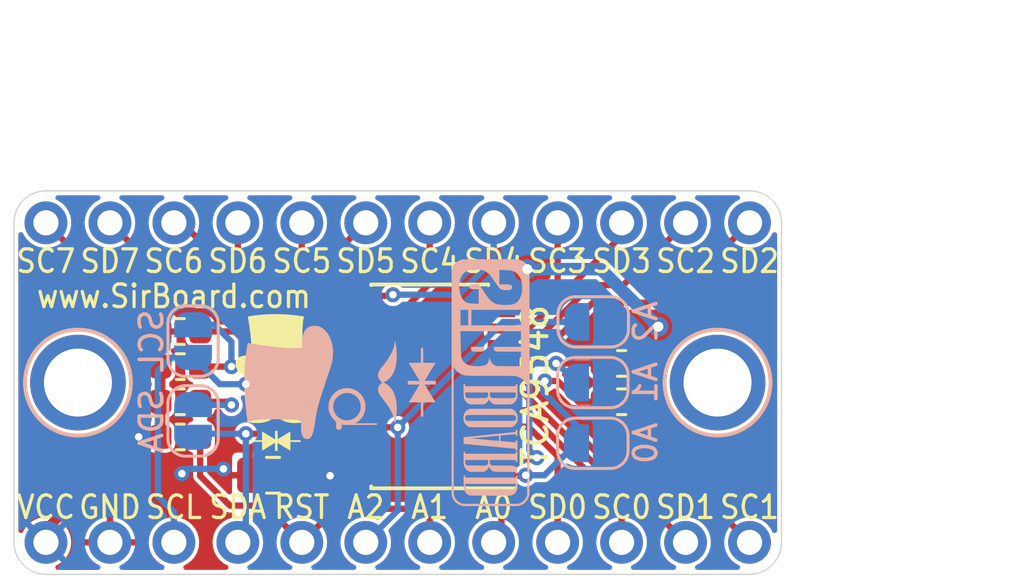
<source format=kicad_pcb>
(kicad_pcb (version 20171130) (host pcbnew "(5.1.2)-2")

  (general
    (thickness 1.6)
    (drawings 39)
    (tracks 166)
    (zones 0)
    (modules 20)
    (nets 27)
  )

  (page User 132.004 102.006)
  (title_block
    (title "TCA9548 Based 1-To-8 I2C Expander")
    (date 2019-12-02)
    (rev 1)
    (company www.SirBoard.com)
    (comment 1 SirBoard)
    (comment 2 SirExpand)
    (comment 3 TCA9548)
  )

  (layers
    (0 F.Cu signal)
    (31 B.Cu signal)
    (32 B.Adhes user hide)
    (33 F.Adhes user hide)
    (34 B.Paste user hide)
    (35 F.Paste user hide)
    (36 B.SilkS user)
    (37 F.SilkS user)
    (38 B.Mask user hide)
    (39 F.Mask user hide)
    (40 Dwgs.User user)
    (41 Cmts.User user hide)
    (42 Eco1.User user hide)
    (43 Eco2.User user hide)
    (44 Edge.Cuts user)
    (45 Margin user hide)
    (46 B.CrtYd user hide)
    (47 F.CrtYd user hide)
    (48 B.Fab user hide)
    (49 F.Fab user hide)
  )

  (setup
    (last_trace_width 0.127)
    (user_trace_width 0.127)
    (user_trace_width 0.15)
    (user_trace_width 0.2)
    (user_trace_width 0.25)
    (user_trace_width 0.3)
    (user_trace_width 0.4)
    (user_trace_width 0.5)
    (user_trace_width 0.6)
    (user_trace_width 0.7)
    (user_trace_width 0.8)
    (user_trace_width 0.9)
    (user_trace_width 1)
    (trace_clearance 0.127)
    (zone_clearance 0.15)
    (zone_45_only no)
    (trace_min 0.127)
    (via_size 0.6)
    (via_drill 0.3)
    (via_min_size 0.6)
    (via_min_drill 0.3)
    (user_via 0.6 0.3)
    (user_via 0.8 0.4)
    (user_via 1 0.5)
    (user_via 3.5 2.5)
    (uvia_size 0.45)
    (uvia_drill 0.2)
    (uvias_allowed no)
    (uvia_min_size 0.45)
    (uvia_min_drill 0.1)
    (edge_width 0.05)
    (segment_width 0.2)
    (pcb_text_width 0.3)
    (pcb_text_size 1.5 1.5)
    (mod_edge_width 0.12)
    (mod_text_size 0.8 0.9)
    (mod_text_width 0.13)
    (pad_size 1.7 1.7)
    (pad_drill 1)
    (pad_to_mask_clearance 0)
    (solder_mask_min_width 0.1)
    (aux_axis_origin 0 0)
    (visible_elements 7FFFFFFF)
    (pcbplotparams
      (layerselection 0x010f0_ffffffff)
      (usegerberextensions false)
      (usegerberattributes false)
      (usegerberadvancedattributes false)
      (creategerberjobfile false)
      (excludeedgelayer true)
      (linewidth 0.100000)
      (plotframeref false)
      (viasonmask false)
      (mode 1)
      (useauxorigin true)
      (hpglpennumber 1)
      (hpglpenspeed 20)
      (hpglpendiameter 15.000000)
      (psnegative false)
      (psa4output false)
      (plotreference true)
      (plotvalue false)
      (plotinvisibletext false)
      (padsonsilk false)
      (subtractmaskfromsilk false)
      (outputformat 1)
      (mirror false)
      (drillshape 0)
      (scaleselection 1)
      (outputdirectory "C:/Users/elisha3/Desktop/GitHub/Gerbers/SirMicro/"))
  )

  (net 0 "")
  (net 1 GND)
  (net 2 "Net-(JP1-Pad1)")
  (net 3 SCL)
  (net 4 SDA)
  (net 5 VCC)
  (net 6 A0)
  (net 7 A1)
  (net 8 A2)
  (net 9 SCL1)
  (net 10 SDA1)
  (net 11 SCL0)
  (net 12 SDA0)
  (net 13 RST)
  (net 14 SDA2)
  (net 15 SCL2)
  (net 16 SDA3)
  (net 17 SCL3)
  (net 18 SDA4)
  (net 19 SCL4)
  (net 20 SDA5)
  (net 21 SCL5)
  (net 22 SDA6)
  (net 23 SCL6)
  (net 24 SDA7)
  (net 25 SCL7)
  (net 26 "Net-(JP2-Pad1)")

  (net_class Default "This is the default net class."
    (clearance 0.127)
    (trace_width 0.127)
    (via_dia 0.6)
    (via_drill 0.3)
    (uvia_dia 0.45)
    (uvia_drill 0.2)
    (add_net A0)
    (add_net A1)
    (add_net A2)
    (add_net GND)
    (add_net "Net-(JP1-Pad1)")
    (add_net "Net-(JP2-Pad1)")
    (add_net RST)
    (add_net SCL)
    (add_net SCL0)
    (add_net SCL1)
    (add_net SCL2)
    (add_net SCL3)
    (add_net SCL4)
    (add_net SCL5)
    (add_net SCL6)
    (add_net SCL7)
    (add_net SDA)
    (add_net SDA0)
    (add_net SDA1)
    (add_net SDA2)
    (add_net SDA3)
    (add_net SDA4)
    (add_net SDA5)
    (add_net SDA6)
    (add_net SDA7)
    (add_net VCC)
  )

  (module logo:SirBoard98x31 (layer B.Cu) (tedit 0) (tstamp 5DE58882)
    (at 68.326 35.179 270)
    (fp_text reference G*** (at 0 0 90) (layer B.SilkS) hide
      (effects (font (size 1.524 1.524) (thickness 0.3)) (justify mirror))
    )
    (fp_text value LOGO (at 0.75 0 90) (layer B.SilkS) hide
      (effects (font (size 1.524 1.524) (thickness 0.3)) (justify mirror))
    )
    (fp_poly (pts (xy -1.334868 0.770261) (xy -1.296392 0.756996) (xy -1.266987 0.734987) (xy -1.246785 0.704317)
      (xy -1.241064 0.688829) (xy -1.238088 0.672122) (xy -1.23565 0.645116) (xy -1.233769 0.610202)
      (xy -1.232464 0.56977) (xy -1.231755 0.52621) (xy -1.231659 0.481913) (xy -1.232196 0.43927)
      (xy -1.233385 0.400671) (xy -1.235245 0.368506) (xy -1.237795 0.345166) (xy -1.238311 0.34218)
      (xy -1.24858 0.307816) (xy -1.265582 0.282169) (xy -1.290549 0.264343) (xy -1.32471 0.253445)
      (xy -1.366838 0.248689) (xy -1.41605 0.246306) (xy -1.41605 0.7747) (xy -1.382278 0.7747)
      (xy -1.334868 0.770261)) (layer B.SilkS) (width 0.01))
    (fp_poly (pts (xy 3.948112 1.065045) (xy 4.013772 1.064113) (xy 4.068018 1.063129) (xy 4.112139 1.062033)
      (xy 4.147419 1.060764) (xy 4.175147 1.059258) (xy 4.196608 1.057456) (xy 4.21309 1.055294)
      (xy 4.225879 1.052713) (xy 4.230221 1.051557) (xy 4.294012 1.027902) (xy 4.351034 0.995831)
      (xy 4.400081 0.956391) (xy 4.439947 0.910632) (xy 4.469424 0.859603) (xy 4.478882 0.835482)
      (xy 4.480434 0.830097) (xy 4.481828 0.823175) (xy 4.483071 0.814047) (xy 4.484173 0.802044)
      (xy 4.485142 0.786497) (xy 4.485986 0.766739) (xy 4.486714 0.742099) (xy 4.487333 0.71191)
      (xy 4.487854 0.675503) (xy 4.488283 0.632208) (xy 4.488629 0.581357) (xy 4.488902 0.522282)
      (xy 4.489108 0.454314) (xy 4.489257 0.376783) (xy 4.489357 0.289022) (xy 4.489417 0.190361)
      (xy 4.489445 0.080132) (xy 4.48945 -0.003312) (xy 4.489445 -0.121255) (xy 4.489424 -0.227178)
      (xy 4.489376 -0.32176) (xy 4.489293 -0.40568) (xy 4.489163 -0.479619) (xy 4.488978 -0.544254)
      (xy 4.488726 -0.600266) (xy 4.488399 -0.648335) (xy 4.487986 -0.689139) (xy 4.487477 -0.723359)
      (xy 4.486863 -0.751673) (xy 4.486133 -0.774761) (xy 4.485278 -0.793303) (xy 4.484287 -0.807977)
      (xy 4.483151 -0.819465) (xy 4.481859 -0.828444) (xy 4.480403 -0.835595) (xy 4.478771 -0.841596)
      (xy 4.477128 -0.846623) (xy 4.453388 -0.896872) (xy 4.418842 -0.943299) (xy 4.375154 -0.984485)
      (xy 4.323992 -1.01901) (xy 4.267018 -1.045453) (xy 4.230548 -1.056899) (xy 4.218373 -1.059529)
      (xy 4.20328 -1.061668) (xy 4.183954 -1.063364) (xy 4.159082 -1.064661) (xy 4.127351 -1.065606)
      (xy 4.087447 -1.066244) (xy 4.038057 -1.066621) (xy 3.977866 -1.066784) (xy 3.947195 -1.0668)
      (xy 3.70205 -1.0668) (xy 3.70205 -1.010685) (xy 4.01955 -1.010685) (xy 4.098358 -1.00858)
      (xy 4.131373 -1.007576) (xy 4.154427 -1.006264) (xy 4.170256 -1.004075) (xy 4.181596 -1.000439)
      (xy 4.191183 -0.994789) (xy 4.200877 -0.987265) (xy 4.218338 -0.970356) (xy 4.233152 -0.951452)
      (xy 4.236427 -0.94599) (xy 4.238045 -0.942629) (xy 4.239507 -0.938464) (xy 4.24082 -0.932875)
      (xy 4.241989 -0.925242) (xy 4.243021 -0.914942) (xy 4.243924 -0.901356) (xy 4.244703 -0.883863)
      (xy 4.245366 -0.861841) (xy 4.245919 -0.834671) (xy 4.246369 -0.801731) (xy 4.246722 -0.762401)
      (xy 4.246986 -0.716059) (xy 4.247166 -0.662085) (xy 4.24727 -0.599859) (xy 4.247303 -0.528758)
      (xy 4.247274 -0.448164) (xy 4.247188 -0.357454) (xy 4.247053 -0.256008) (xy 4.246874 -0.143205)
      (xy 4.246659 -0.018425) (xy 4.24662 0.003175) (xy 4.244975 0.930275) (xy 4.227002 0.953768)
      (xy 4.206224 0.975479) (xy 4.180782 0.991026) (xy 4.148465 1.001262) (xy 4.10706 1.007039)
      (xy 4.085143 1.008398) (xy 4.01955 1.011315) (xy 4.01955 -1.010685) (xy 3.70205 -1.010685)
      (xy 3.70205 -1.00965) (xy 3.77825 -1.00965) (xy 3.77825 1.00965) (xy 3.70205 1.00965)
      (xy 3.70205 1.068223) (xy 3.948112 1.065045)) (layer B.SilkS) (width 0.01))
    (fp_poly (pts (xy 3.001962 1.065045) (xy 3.067622 1.064113) (xy 3.121868 1.063129) (xy 3.165989 1.062033)
      (xy 3.201269 1.060764) (xy 3.228997 1.059258) (xy 3.250458 1.057456) (xy 3.26694 1.055294)
      (xy 3.279729 1.052713) (xy 3.284071 1.051557) (xy 3.347955 1.027878) (xy 3.404993 0.995801)
      (xy 3.454004 0.95636) (xy 3.493808 0.910584) (xy 3.523224 0.859504) (xy 3.533106 0.834017)
      (xy 3.53576 0.824889) (xy 3.537924 0.814282) (xy 3.539635 0.800942) (xy 3.54093 0.783616)
      (xy 3.541844 0.761051) (xy 3.542416 0.731995) (xy 3.542681 0.695194) (xy 3.542677 0.649394)
      (xy 3.54244 0.593343) (xy 3.54203 0.529217) (xy 3.540125 0.257175) (xy 3.519529 0.21508)
      (xy 3.494525 0.175335) (xy 3.460396 0.137183) (xy 3.420595 0.103968) (xy 3.379572 0.079507)
      (xy 3.359885 0.069573) (xy 3.34574 0.061319) (xy 3.340106 0.056485) (xy 3.3401 0.056402)
      (xy 3.345417 0.05153) (xy 3.358292 0.045705) (xy 3.359075 0.045428) (xy 3.389753 0.030739)
      (xy 3.423362 0.008155) (xy 3.456231 -0.01937) (xy 3.484688 -0.04888) (xy 3.498368 -0.066675)
      (xy 3.506523 -0.078479) (xy 3.51354 -0.088941) (xy 3.519511 -0.099066) (xy 3.524531 -0.109863)
      (xy 3.52869 -0.122339) (xy 3.532081 -0.137501) (xy 3.534798 -0.156356) (xy 3.536932 -0.179912)
      (xy 3.538577 -0.209176) (xy 3.539824 -0.245156) (xy 3.540767 -0.288858) (xy 3.541497 -0.34129)
      (xy 3.542108 -0.40346) (xy 3.542692 -0.476375) (xy 3.5433 -0.555625) (xy 3.543961 -0.639343)
      (xy 3.544585 -0.711303) (xy 3.545236 -0.772447) (xy 3.545981 -0.823716) (xy 3.546886 -0.866051)
      (xy 3.548017 -0.900395) (xy 3.549439 -0.927688) (xy 3.551219 -0.948873) (xy 3.553421 -0.964891)
      (xy 3.556113 -0.976683) (xy 3.55936 -0.985191) (xy 3.563228 -0.991357) (xy 3.567782 -0.996122)
      (xy 3.573089 -1.000427) (xy 3.574499 -1.00151) (xy 3.588393 -1.007484) (xy 3.602037 -1.009448)
      (xy 3.612711 -1.010537) (xy 3.617819 -1.015761) (xy 3.619398 -1.028544) (xy 3.6195 -1.03882)
      (xy 3.6195 -1.06799) (xy 3.529012 -1.065381) (xy 3.490774 -1.063991) (xy 3.46258 -1.062128)
      (xy 3.441773 -1.059432) (xy 3.425698 -1.055546) (xy 3.411699 -1.050109) (xy 3.40995 -1.049297)
      (xy 3.37361 -1.026402) (xy 3.345502 -0.995481) (xy 3.325138 -0.955714) (xy 3.312033 -0.906284)
      (xy 3.308043 -0.877611) (xy 3.306983 -0.861183) (xy 3.305981 -0.833373) (xy 3.305055 -0.795503)
      (xy 3.304224 -0.74889) (xy 3.303505 -0.694855) (xy 3.302917 -0.634716) (xy 3.302476 -0.569794)
      (xy 3.302202 -0.501406) (xy 3.302112 -0.44098) (xy 3.302 -0.059636) (xy 3.28367 -0.030733)
      (xy 3.265424 -0.007558) (xy 3.243052 0.009276) (xy 3.214395 0.020681) (xy 3.177293 0.027572)
      (xy 3.138993 0.030498) (xy 3.0734 0.033415) (xy 3.0734 -1.00965) (xy 3.1496 -1.00965)
      (xy 3.1496 -1.0668) (xy 2.7559 -1.0668) (xy 2.7559 -1.00965) (xy 2.8321 -1.00965)
      (xy 2.8321 0.087865) (xy 3.0734 0.087865) (xy 3.152208 0.08997) (xy 3.185223 0.090974)
      (xy 3.208277 0.092286) (xy 3.224106 0.094475) (xy 3.235446 0.098111) (xy 3.245033 0.103761)
      (xy 3.254727 0.111285) (xy 3.26434 0.118914) (xy 3.272566 0.125713) (xy 3.279507 0.132677)
      (xy 3.285268 0.140807) (xy 3.289951 0.151099) (xy 3.293661 0.164553) (xy 3.296502 0.182167)
      (xy 3.298576 0.204938) (xy 3.299988 0.233865) (xy 3.30084 0.269947) (xy 3.301237 0.314181)
      (xy 3.301283 0.367566) (xy 3.30108 0.4311) (xy 3.300733 0.505781) (xy 3.300516 0.55245)
      (xy 3.298825 0.930275) (xy 3.280852 0.953768) (xy 3.260074 0.975479) (xy 3.234632 0.991026)
      (xy 3.202315 1.001262) (xy 3.16091 1.007039) (xy 3.138993 1.008398) (xy 3.0734 1.011315)
      (xy 3.0734 0.087865) (xy 2.8321 0.087865) (xy 2.8321 1.00965) (xy 2.7559 1.00965)
      (xy 2.7559 1.068223) (xy 3.001962 1.065045)) (layer B.SilkS) (width 0.01))
    (fp_poly (pts (xy 2.255698 1.067431) (xy 2.289396 1.06708) (xy 2.324118 1.066449) (xy 2.357546 1.06558)
      (xy 2.387366 1.064514) (xy 2.411261 1.063293) (xy 2.426916 1.061959) (xy 2.43205 1.060658)
      (xy 2.43264 1.053346) (xy 2.43436 1.03421) (xy 2.437132 1.004069) (xy 2.440877 0.963743)
      (xy 2.445519 0.91405) (xy 2.450979 0.855809) (xy 2.457179 0.789839) (xy 2.464043 0.716959)
      (xy 2.471492 0.637987) (xy 2.479448 0.553744) (xy 2.487834 0.465047) (xy 2.496572 0.372716)
      (xy 2.505584 0.27757) (xy 2.514793 0.180427) (xy 2.52412 0.082107) (xy 2.533489 -0.016573)
      (xy 2.54282 -0.114791) (xy 2.552037 -0.211731) (xy 2.561062 -0.306573) (xy 2.569817 -0.398497)
      (xy 2.578225 -0.486686) (xy 2.586207 -0.570319) (xy 2.593685 -0.648579) (xy 2.600583 -0.720646)
      (xy 2.606822 -0.785702) (xy 2.612325 -0.842927) (xy 2.617014 -0.891502) (xy 2.62081 -0.930609)
      (xy 2.623638 -0.959429) (xy 2.625417 -0.977142) (xy 2.62602 -0.982662) (xy 2.629678 -1.00965)
      (xy 2.69875 -1.00965) (xy 2.69875 -1.0668) (xy 2.30505 -1.0668) (xy 2.30505 -1.00965)
      (xy 2.34315 -1.00965) (xy 2.36424 -1.009386) (xy 2.375623 -1.007628) (xy 2.380293 -1.002924)
      (xy 2.381243 -0.993823) (xy 2.38125 -0.991179) (xy 2.380682 -0.981099) (xy 2.379058 -0.959768)
      (xy 2.376499 -0.928579) (xy 2.373123 -0.888926) (xy 2.369051 -0.842203) (xy 2.364402 -0.789804)
      (xy 2.359295 -0.733124) (xy 2.35585 -0.695325) (xy 2.350527 -0.636926) (xy 2.345582 -0.582161)
      (xy 2.341136 -0.532383) (xy 2.337305 -0.488946) (xy 2.334209 -0.453202) (xy 2.331967 -0.426507)
      (xy 2.330697 -0.410213) (xy 2.33045 -0.40582) (xy 2.329787 -0.401507) (xy 2.326652 -0.398358)
      (xy 2.319325 -0.396192) (xy 2.306087 -0.394825) (xy 2.285219 -0.394076) (xy 2.255002 -0.393761)
      (xy 2.21615 -0.3937) (xy 2.179637 -0.393906) (xy 2.14795 -0.394481) (xy 2.123092 -0.395355)
      (xy 2.107068 -0.396458) (xy 2.10185 -0.39763) (xy 2.101242 -0.404564) (xy 2.099504 -0.422861)
      (xy 2.09676 -0.451245) (xy 2.093133 -0.488443) (xy 2.088749 -0.533178) (xy 2.083732 -0.584177)
      (xy 2.078208 -0.640163) (xy 2.073275 -0.690021) (xy 2.067394 -0.749715) (xy 2.061922 -0.805914)
      (xy 2.056984 -0.857274) (xy 2.052706 -0.902452) (xy 2.049215 -0.940104) (xy 2.046636 -0.968886)
      (xy 2.045098 -0.987455) (xy 2.0447 -0.994065) (xy 2.045646 -1.002994) (xy 2.050553 -1.007644)
      (xy 2.062526 -1.009399) (xy 2.079625 -1.00965) (xy 2.11455 -1.00965) (xy 2.11455 -1.0668)
      (xy 1.88595 -1.0668) (xy 1.88595 -1.010256) (xy 1.925404 -1.008365) (xy 1.964859 -1.006475)
      (xy 2.033954 -0.331787) (xy 2.108021 -0.331787) (xy 2.109047 -0.335839) (xy 2.113139 -0.338772)
      (xy 2.122044 -0.340765) (xy 2.137509 -0.341994) (xy 2.16128 -0.342639) (xy 2.195104 -0.342877)
      (xy 2.217024 -0.3429) (xy 2.325848 -0.3429) (xy 2.322163 -0.309562) (xy 2.320832 -0.296181)
      (xy 2.318545 -0.271654) (xy 2.315435 -0.23749) (xy 2.311638 -0.195195) (xy 2.30729 -0.146278)
      (xy 2.302524 -0.092246) (xy 2.297476 -0.034607) (xy 2.294738 -0.003175) (xy 2.289649 0.054376)
      (xy 2.284747 0.107946) (xy 2.280163 0.156223) (xy 2.276031 0.197899) (xy 2.272481 0.231665)
      (xy 2.269647 0.256209) (xy 2.267659 0.270223) (xy 2.266908 0.27305) (xy 2.265479 0.279869)
      (xy 2.263141 0.297972) (xy 2.260032 0.325985) (xy 2.256291 0.362535) (xy 2.252059 0.40625)
      (xy 2.247473 0.455756) (xy 2.242674 0.50968) (xy 2.241304 0.525463) (xy 2.236488 0.58023)
      (xy 2.231868 0.630834) (xy 2.22758 0.675926) (xy 2.22376 0.714155) (xy 2.220544 0.744171)
      (xy 2.218067 0.764626) (xy 2.216467 0.774167) (xy 2.216185 0.7747) (xy 2.215181 0.768563)
      (xy 2.213086 0.750885) (xy 2.210009 0.72277) (xy 2.206056 0.685322) (xy 2.201336 0.639643)
      (xy 2.195957 0.586837) (xy 2.190026 0.528007) (xy 2.183652 0.464256) (xy 2.176942 0.396688)
      (xy 2.170004 0.326405) (xy 2.162945 0.254512) (xy 2.155875 0.18211) (xy 2.1489 0.110304)
      (xy 2.142128 0.040197) (xy 2.135668 -0.027109) (xy 2.129627 -0.09051) (xy 2.124113 -0.148902)
      (xy 2.119233 -0.201183) (xy 2.115097 -0.246249) (xy 2.11181 -0.282997) (xy 2.109482 -0.310324)
      (xy 2.10822 -0.327127) (xy 2.108021 -0.331787) (xy 2.033954 -0.331787) (xy 2.070859 0.028575)
      (xy 2.08247 0.14192) (xy 2.093731 0.251813) (xy 2.104577 0.357593) (xy 2.114937 0.458597)
      (xy 2.124746 0.554164) (xy 2.133933 0.643632) (xy 2.142431 0.726338) (xy 2.150173 0.801621)
      (xy 2.157089 0.868818) (xy 2.163113 0.927268) (xy 2.168175 0.976308) (xy 2.172209 1.015276)
      (xy 2.175145 1.04351) (xy 2.176915 1.060349) (xy 2.177455 1.065213) (xy 2.183901 1.066394)
      (xy 2.200634 1.06713) (xy 2.225339 1.067462) (xy 2.255698 1.067431)) (layer B.SilkS) (width 0.01))
    (fp_poly (pts (xy 0.315912 1.065045) (xy 0.379618 1.064193) (xy 0.432035 1.063338) (xy 0.474574 1.062405)
      (xy 0.508644 1.061319) (xy 0.535658 1.060003) (xy 0.557025 1.05838) (xy 0.574156 1.056377)
      (xy 0.588461 1.053916) (xy 0.601353 1.050921) (xy 0.607066 1.049379) (xy 0.670208 1.026095)
      (xy 0.726962 0.993722) (xy 0.775879 0.953382) (xy 0.815509 0.906199) (xy 0.835519 0.872552)
      (xy 0.860425 0.823475) (xy 0.860425 0.257175) (xy 0.839829 0.21508) (xy 0.814825 0.175335)
      (xy 0.780696 0.137183) (xy 0.740895 0.103968) (xy 0.699872 0.079507) (xy 0.680212 0.069713)
      (xy 0.66609 0.061804) (xy 0.66046 0.05744) (xy 0.660453 0.057368) (xy 0.665672 0.052995)
      (xy 0.679421 0.044537) (xy 0.698917 0.033686) (xy 0.702556 0.03175) (xy 0.750388 0.000861)
      (xy 0.792258 -0.037266) (xy 0.825553 -0.080017) (xy 0.839801 -0.105679) (xy 0.860425 -0.149225)
      (xy 0.862231 -0.478713) (xy 0.862603 -0.552976) (xy 0.862818 -0.615649) (xy 0.86285 -0.667843)
      (xy 0.862672 -0.710667) (xy 0.862258 -0.745231) (xy 0.861579 -0.772644) (xy 0.860611 -0.794018)
      (xy 0.859326 -0.810461) (xy 0.857697 -0.823083) (xy 0.855698 -0.832995) (xy 0.853512 -0.840663)
      (xy 0.830277 -0.892362) (xy 0.796171 -0.939891) (xy 0.752694 -0.981952) (xy 0.701346 -1.017247)
      (xy 0.643628 -1.044476) (xy 0.603341 -1.057251) (xy 0.591264 -1.059791) (xy 0.575716 -1.061861)
      (xy 0.555431 -1.063505) (xy 0.529144 -1.064763) (xy 0.495588 -1.065678) (xy 0.453498 -1.066293)
      (xy 0.401607 -1.066651) (xy 0.33865 -1.066793) (xy 0.31817 -1.0668) (xy 0.06985 -1.0668)
      (xy 0.06985 -1.00965) (xy 0.14605 -1.00965) (xy 0.38735 -1.00965) (xy 0.45837 -1.00965)
      (xy 0.492238 -1.009231) (xy 0.516639 -1.007692) (xy 0.534783 -1.004605) (xy 0.549884 -0.999542)
      (xy 0.556285 -0.99663) (xy 0.577654 -0.982846) (xy 0.597244 -0.964822) (xy 0.601152 -0.960117)
      (xy 0.619125 -0.936625) (xy 0.619125 -0.053047) (xy 0.602081 -0.027293) (xy 0.583806 -0.00538)
      (xy 0.560905 0.01059) (xy 0.531327 0.02143) (xy 0.493022 0.027951) (xy 0.455966 0.030555)
      (xy 0.38735 0.033382) (xy 0.38735 -1.00965) (xy 0.14605 -1.00965) (xy 0.14605 0.0889)
      (xy 0.38735 0.0889) (xy 0.45837 0.0889) (xy 0.492238 0.089319) (xy 0.516639 0.090858)
      (xy 0.534783 0.093945) (xy 0.549884 0.099008) (xy 0.556285 0.10192) (xy 0.577654 0.115704)
      (xy 0.597244 0.133728) (xy 0.601152 0.138433) (xy 0.619125 0.161925) (xy 0.619125 0.924853)
      (xy 0.602081 0.950607) (xy 0.583806 0.97252) (xy 0.560905 0.98849) (xy 0.531327 0.99933)
      (xy 0.493022 1.005851) (xy 0.455966 1.008455) (xy 0.38735 1.011282) (xy 0.38735 0.0889)
      (xy 0.14605 0.0889) (xy 0.14605 1.00965) (xy 0.06985 1.00965) (xy 0.06985 1.068134)
      (xy 0.315912 1.065045)) (layer B.SilkS) (width 0.01))
    (fp_poly (pts (xy 1.447906 1.072203) (xy 1.495528 1.066412) (xy 1.51895 1.060986) (xy 1.579263 1.038398)
      (xy 1.634065 1.007305) (xy 1.681802 0.969054) (xy 1.720915 0.924992) (xy 1.749851 0.876466)
      (xy 1.759328 0.852974) (xy 1.761114 0.84747) (xy 1.762719 0.841435) (xy 1.764152 0.834196)
      (xy 1.765423 0.82508) (xy 1.766542 0.813412) (xy 1.767518 0.79852) (xy 1.768362 0.779728)
      (xy 1.769082 0.756365) (xy 1.769689 0.727756) (xy 1.770192 0.693227) (xy 1.770601 0.652104)
      (xy 1.770925 0.603715) (xy 1.771175 0.547385) (xy 1.77136 0.482441) (xy 1.77149 0.408209)
      (xy 1.771574 0.324016) (xy 1.771622 0.229187) (xy 1.771644 0.123049) (xy 1.771649 0.004929)
      (xy 1.77165 -0.003175) (xy 1.771645 -0.122096) (xy 1.771624 -0.228992) (xy 1.771578 -0.324535)
      (xy 1.771497 -0.409399) (xy 1.77137 -0.484258) (xy 1.771189 -0.549785) (xy 1.770944 -0.606653)
      (xy 1.770624 -0.655538) (xy 1.770221 -0.697112) (xy 1.769724 -0.732049) (xy 1.769125 -0.761022)
      (xy 1.768412 -0.784706) (xy 1.767577 -0.803774) (xy 1.76661 -0.818899) (xy 1.7655 -0.830756)
      (xy 1.764239 -0.840017) (xy 1.762817 -0.847357) (xy 1.761224 -0.85345) (xy 1.75945 -0.858968)
      (xy 1.759328 -0.859323) (xy 1.735588 -0.909572) (xy 1.701042 -0.955999) (xy 1.657354 -0.997185)
      (xy 1.606192 -1.03171) (xy 1.549218 -1.058153) (xy 1.512748 -1.069599) (xy 1.478453 -1.075652)
      (xy 1.436821 -1.078735) (xy 1.392283 -1.078899) (xy 1.349271 -1.076192) (xy 1.312216 -1.070662)
      (xy 1.298575 -1.067239) (xy 1.236844 -1.044185) (xy 1.183808 -1.013859) (xy 1.13678 -0.974635)
      (xy 1.123747 -0.961216) (xy 1.095717 -0.928091) (xy 1.075431 -0.896108) (xy 1.059672 -0.859994)
      (xy 1.056469 -0.8509) (xy 1.054736 -0.845403) (xy 1.053179 -0.839177) (xy 1.05179 -0.831546)
      (xy 1.050559 -0.821835) (xy 1.049476 -0.809368) (xy 1.048532 -0.793468) (xy 1.047717 -0.77346)
      (xy 1.047022 -0.748669) (xy 1.046437 -0.718417) (xy 1.045953 -0.682031) (xy 1.045561 -0.638833)
      (xy 1.045251 -0.588148) (xy 1.045013 -0.5293) (xy 1.044838 -0.461614) (xy 1.044716 -0.384413)
      (xy 1.044638 -0.297022) (xy 1.04462 -0.25572) (xy 1.283856 -0.25572) (xy 1.283865 -0.375005)
      (xy 1.283986 -0.48294) (xy 1.284219 -0.579375) (xy 1.284563 -0.664159) (xy 1.285018 -0.737142)
      (xy 1.285582 -0.798174) (xy 1.286256 -0.847104) (xy 1.287037 -0.883782) (xy 1.287925 -0.908058)
      (xy 1.288899 -0.919668) (xy 1.295575 -0.943725) (xy 1.305372 -0.966046) (xy 1.310937 -0.974847)
      (xy 1.337478 -0.999815) (xy 1.370201 -1.015511) (xy 1.406176 -1.021504) (xy 1.442468 -1.017364)
      (xy 1.476147 -1.002662) (xy 1.480513 -0.999717) (xy 1.498926 -0.98381) (xy 1.514393 -0.965659)
      (xy 1.51858 -0.958949) (xy 1.520188 -0.955553) (xy 1.521642 -0.951296) (xy 1.522951 -0.945557)
      (xy 1.524122 -0.937717) (xy 1.525162 -0.927157) (xy 1.52608 -0.913257) (xy 1.526884 -0.895396)
      (xy 1.527579 -0.872957) (xy 1.528176 -0.845318) (xy 1.52868 -0.81186) (xy 1.5291 -0.771965)
      (xy 1.529443 -0.725011) (xy 1.529717 -0.670381) (xy 1.52993 -0.607453) (xy 1.53009 -0.535609)
      (xy 1.530203 -0.454228) (xy 1.530278 -0.362692) (xy 1.530322 -0.26038) (xy 1.530344 -0.146673)
      (xy 1.530349 -0.020952) (xy 1.53035 -0.006866) (xy 1.53035 0.923091) (xy 1.51688 0.950915)
      (xy 1.49646 0.981102) (xy 1.469036 1.001085) (xy 1.433921 1.011261) (xy 1.4097 1.012825)
      (xy 1.370336 1.008412) (xy 1.339042 0.994654) (xy 1.314514 0.970777) (xy 1.300931 0.948157)
      (xy 1.285875 0.917575) (xy 1.28418 0.0163) (xy 1.283961 -0.125235) (xy 1.283856 -0.25572)
      (xy 1.04462 -0.25572) (xy 1.044595 -0.198765) (xy 1.044577 -0.088966) (xy 1.044575 -0.003175)
      (xy 1.04458 0.115231) (xy 1.044603 0.221612) (xy 1.044653 0.316646) (xy 1.044739 0.401008)
      (xy 1.044872 0.475374) (xy 1.045061 0.54042) (xy 1.045315 0.596822) (xy 1.045644 0.645257)
      (xy 1.046058 0.686401) (xy 1.046566 0.720929) (xy 1.047179 0.749517) (xy 1.047904 0.772843)
      (xy 1.048753 0.79158) (xy 1.049735 0.806407) (xy 1.050859 0.817998) (xy 1.052135 0.827031)
      (xy 1.053572 0.83418) (xy 1.055181 0.840122) (xy 1.056629 0.84455) (xy 1.082053 0.899185)
      (xy 1.118184 0.948541) (xy 1.16372 0.991467) (xy 1.217358 1.026814) (xy 1.277796 1.053434)
      (xy 1.301795 1.06089) (xy 1.346018 1.06944) (xy 1.396395 1.073212) (xy 1.447906 1.072203)) (layer B.SilkS) (width 0.01))
    (fp_poly (pts (xy 4.530725 1.522535) (xy 4.608848 1.489407) (xy 4.679637 1.446151) (xy 4.742476 1.393417)
      (xy 4.79675 1.331856) (xy 4.841842 1.262117) (xy 4.877138 1.184849) (xy 4.891464 1.141743)
      (xy 4.905033 1.095375) (xy 4.906966 0.0254) (xy 4.907214 -0.131001) (xy 4.907368 -0.274883)
      (xy 4.907429 -0.406428) (xy 4.907395 -0.525817) (xy 4.907266 -0.633229) (xy 4.907041 -0.728848)
      (xy 4.906719 -0.812852) (xy 4.906298 -0.885425) (xy 4.90578 -0.946746) (xy 4.905162 -0.996996)
      (xy 4.904443 -1.036357) (xy 4.903624 -1.06501) (xy 4.902703 -1.083136) (xy 4.902103 -1.089025)
      (xy 4.883697 -1.167889) (xy 4.853409 -1.242872) (xy 4.811716 -1.313018) (xy 4.759095 -1.37737)
      (xy 4.757433 -1.379117) (xy 4.69677 -1.434836) (xy 4.631964 -1.478908) (xy 4.561699 -1.51207)
      (xy 4.484656 -1.535055) (xy 4.473986 -1.537353) (xy 4.470046 -1.538117) (xy 4.465609 -1.538847)
      (xy 4.460392 -1.539545) (xy 4.454113 -1.54021) (xy 4.446492 -1.540845) (xy 4.437247 -1.541448)
      (xy 4.426095 -1.542022) (xy 4.412756 -1.542566) (xy 4.396948 -1.543082) (xy 4.37839 -1.54357)
      (xy 4.3568 -1.544031) (xy 4.331895 -1.544466) (xy 4.303396 -1.544875) (xy 4.27102 -1.545259)
      (xy 4.234486 -1.545619) (xy 4.193512 -1.545956) (xy 4.147816 -1.546269) (xy 4.097118 -1.546561)
      (xy 4.041135 -1.546831) (xy 3.979586 -1.547081) (xy 3.912189 -1.547311) (xy 3.838664 -1.547521)
      (xy 3.758727 -1.547714) (xy 3.672099 -1.547888) (xy 3.578496 -1.548046) (xy 3.477639 -1.548187)
      (xy 3.369244 -1.548312) (xy 3.253031 -1.548423) (xy 3.128718 -1.548519) (xy 2.996024 -1.548603)
      (xy 2.854666 -1.548673) (xy 2.704364 -1.548731) (xy 2.544835 -1.548778) (xy 2.375799 -1.548815)
      (xy 2.196974 -1.548842) (xy 2.008077 -1.548859) (xy 1.808829 -1.548868) (xy 1.598946 -1.54887)
      (xy 1.378148 -1.548864) (xy 1.146153 -1.548852) (xy 0.902679 -1.548835) (xy 0.647445 -1.548813)
      (xy 0.38017 -1.548787) (xy 0.100571 -1.548757) (xy 0.003175 -1.548746) (xy -0.285254 -1.548712)
      (xy -0.561248 -1.548673) (xy -0.825074 -1.548628) (xy -1.076999 -1.548578) (xy -1.317287 -1.548522)
      (xy -1.546205 -1.54846) (xy -1.764018 -1.548389) (xy -1.970994 -1.548311) (xy -2.167397 -1.548225)
      (xy -2.353495 -1.548129) (xy -2.529551 -1.548024) (xy -2.695834 -1.547908) (xy -2.852608 -1.547782)
      (xy -3.00014 -1.547645) (xy -3.138696 -1.547496) (xy -3.268541 -1.547334) (xy -3.389941 -1.547159)
      (xy -3.503164 -1.546971) (xy -3.608473 -1.546769) (xy -3.706137 -1.546552) (xy -3.796419 -1.54632)
      (xy -3.879587 -1.546073) (xy -3.955907 -1.545809) (xy -4.025644 -1.545528) (xy -4.089064 -1.545229)
      (xy -4.146434 -1.544913) (xy -4.198019 -1.544578) (xy -4.244085 -1.544224) (xy -4.284898 -1.54385)
      (xy -4.320725 -1.543456) (xy -4.351831 -1.543041) (xy -4.378481 -1.542604) (xy -4.400944 -1.542146)
      (xy -4.419483 -1.541665) (xy -4.434365 -1.541162) (xy -4.445856 -1.540634) (xy -4.454223 -1.540083)
      (xy -4.45973 -1.539506) (xy -4.460875 -1.539327) (xy -4.48681 -1.534305) (xy -4.509422 -1.529107)
      (xy -4.524518 -1.524715) (xy -4.526262 -1.524021) (xy -4.539883 -1.518929) (xy -4.546254 -1.518177)
      (xy -4.543314 -1.521854) (xy -4.541011 -1.523395) (xy -4.538719 -1.527149) (xy -4.548479 -1.528094)
      (xy -4.551686 -1.527969) (xy -4.567061 -1.525765) (xy -4.576132 -1.521985) (xy -4.575831 -1.519572)
      (xy -4.570862 -1.520922) (xy -4.560283 -1.521434) (xy -4.556941 -1.518969) (xy -4.55997 -1.513249)
      (xy -4.571795 -1.505423) (xy -4.580111 -1.501422) (xy -4.648451 -1.464939) (xy -4.710897 -1.417968)
      (xy -4.766405 -1.361759) (xy -4.813934 -1.297559) (xy -4.852441 -1.226619) (xy -4.880882 -1.150186)
      (xy -4.884664 -1.13665) (xy -4.899025 -1.082675) (xy -4.899025 -0.003175) (xy -4.89902 0.134546)
      (xy -4.898998 0.260153) (xy -4.898955 0.37423) (xy -4.898885 0.477364) (xy -4.898795 0.558991)
      (xy -4.494436 0.558991) (xy -4.493843 0.532421) (xy -4.490991 0.463053) (xy -4.486167 0.403864)
      (xy -4.478874 0.352414) (xy -4.468613 0.306269) (xy -4.454885 0.26299) (xy -4.437193 0.220141)
      (xy -4.424597 0.193885) (xy -4.40952 0.165159) (xy -4.393945 0.13889) (xy -4.376887 0.114188)
      (xy -4.35736 0.09016) (xy -4.334378 0.065914) (xy -4.306955 0.040558) (xy -4.274106 0.013202)
      (xy -4.234844 -0.017048) (xy -4.188183 -0.051083) (xy -4.133139 -0.089795) (xy -4.068724 -0.134075)
      (xy -4.041775 -0.152418) (xy -3.971783 -0.200077) (xy -3.911578 -0.241619) (xy -3.860409 -0.278011)
      (xy -3.817523 -0.310221) (xy -3.782166 -0.339216) (xy -3.753587 -0.365962) (xy -3.731031 -0.391427)
      (xy -3.713747 -0.416578) (xy -3.700981 -0.442381) (xy -3.691982 -0.469804) (xy -3.685995 -0.499814)
      (xy -3.682268 -0.533378) (xy -3.680049 -0.571463) (xy -3.678585 -0.615036) (xy -3.678468 -0.619125)
      (xy -3.677403 -0.660763) (xy -3.677019 -0.692097) (xy -3.677474 -0.715509) (xy -3.67893 -0.733384)
      (xy -3.681547 -0.748106) (xy -3.685484 -0.762059) (xy -3.688698 -0.771481) (xy -3.700506 -0.797793)
      (xy -3.715351 -0.821341) (xy -3.72337 -0.830733) (xy -3.738064 -0.843503) (xy -3.753028 -0.850599)
      (xy -3.773635 -0.854245) (xy -3.782046 -0.855026) (xy -3.818838 -0.853726) (xy -3.84758 -0.842848)
      (xy -3.868891 -0.8221) (xy -3.875754 -0.810408) (xy -3.882431 -0.789562) (xy -3.887962 -0.756103)
      (xy -3.892346 -0.710066) (xy -3.89558 -0.651488) (xy -3.897662 -0.580404) (xy -3.898588 -0.496849)
      (xy -3.898626 -0.484187) (xy -3.8989 -0.34925) (xy -4.4831 -0.34925) (xy -4.48296 -0.404812)
      (xy -4.482361 -0.448554) (xy -4.480868 -0.498122) (xy -4.478633 -0.550947) (xy -4.475807 -0.604465)
      (xy -4.472542 -0.656106) (xy -4.468989 -0.703305) (xy -4.465301 -0.743494) (xy -4.461628 -0.774107)
      (xy -4.460851 -0.779213) (xy -4.447357 -0.84902) (xy -4.430502 -0.908537) (xy -4.409306 -0.959949)
      (xy -4.382788 -1.005443) (xy -4.349965 -1.047202) (xy -4.331915 -1.066328) (xy -4.272602 -1.118873)
      (xy -4.20719 -1.16281) (xy -4.13446 -1.198731) (xy -4.05319 -1.227231) (xy -3.962161 -1.248902)
      (xy -3.952875 -1.250643) (xy -3.912484 -1.25621) (xy -3.863082 -1.260157) (xy -3.80826 -1.262442)
      (xy -3.751611 -1.263024) (xy -3.696726 -1.261859) (xy -3.647194 -1.258907) (xy -3.609975 -1.254658)
      (xy -3.515833 -1.235966) (xy -3.430585 -1.209822) (xy -3.35234 -1.175487) (xy -3.279209 -1.132219)
      (xy -3.255608 -1.115659) (xy -3.214893 -1.082201) (xy -3.180334 -1.045194) (xy -3.151565 -1.003549)
      (xy -3.128217 -0.956175) (xy -3.109925 -0.901982) (xy -3.096322 -0.839879) (xy -3.08704 -0.768777)
      (xy -3.081713 -0.687586) (xy -3.079974 -0.595216) (xy -3.079974 -0.593725) (xy -3.082382 -0.488797)
      (xy -3.089816 -0.394729) (xy -3.102531 -0.310609) (xy -3.12078 -0.235528) (xy -3.144817 -0.168575)
      (xy -3.174896 -0.108841) (xy -3.21127 -0.055414) (xy -3.239263 -0.022723) (xy -3.279799 0.017712)
      (xy -3.328178 0.06046) (xy -3.385078 0.106033) (xy -3.451179 0.15494) (xy -3.527159 0.207691)
      (xy -3.613695 0.264796) (xy -3.666361 0.29845) (xy -3.722709 0.334698) (xy -3.768986 0.366047)
      (xy -3.806311 0.393602) (xy -3.835803 0.418472) (xy -3.858581 0.441764) (xy -3.875764 0.464582)
      (xy -3.888471 0.488036) (xy -3.897822 0.513231) (xy -3.902961 0.532464) (xy -3.90836 0.565315)
      (xy -3.911267 0.604712) (xy -3.911754 0.646895) (xy -3.909889 0.688107) (xy -3.905743 0.724586)
      (xy -3.899385 0.752575) (xy -3.898847 0.754153) (xy -3.883982 0.787682) (xy -3.865877 0.810343)
      (xy -3.842561 0.8239) (xy -3.814387 0.829898) (xy -3.791784 0.831313) (xy -3.776113 0.829082)
      (xy -3.761866 0.822126) (xy -3.756463 0.818559) (xy -3.745247 0.810399) (xy -3.736463 0.802028)
      (xy -3.729786 0.791834) (xy -3.724891 0.778201) (xy -3.721454 0.759517) (xy -3.71915 0.734168)
      (xy -3.717655 0.700539) (xy -3.716643 0.657017) (xy -3.716016 0.617538) (xy -3.713758 0.463551)
      (xy -3.42132 0.463551) (xy -3.128881 0.46355) (xy -3.132322 0.617538) (xy -3.134922 0.696157)
      (xy -3.139069 0.762) (xy -2.8956 0.762) (xy -2.8956 -1.21285) (xy -2.2733 -1.21285)
      (xy -2.0447 -1.21285) (xy -1.41605 -1.21285) (xy -1.41605 -0.131535) (xy -1.365509 -0.134999)
      (xy -1.324309 -0.140096) (xy -1.293427 -0.149689) (xy -1.27094 -0.164892) (xy -1.254925 -0.18682)
      (xy -1.247775 -0.203244) (xy -1.24542 -0.210109) (xy -1.243369 -0.217479) (xy -1.241598 -0.226255)
      (xy -1.240082 -0.237333) (xy -1.238796 -0.251613) (xy -1.237715 -0.269993) (xy -1.236813 -0.293372)
      (xy -1.236066 -0.322649) (xy -1.235449 -0.358722) (xy -1.234936 -0.402489) (xy -1.234504 -0.45485)
      (xy -1.234125 -0.516703) (xy -1.233777 -0.588946) (xy -1.233433 -0.672479) (xy -1.233229 -0.725487)
      (xy -1.231382 -1.21285) (xy -0.64704 -1.21285) (xy -0.648958 -0.731837) (xy -0.649319 -0.642306)
      (xy -0.649659 -0.564566) (xy -0.650004 -0.497708) (xy -0.650385 -0.440825) (xy -0.650828 -0.393008)
      (xy -0.651363 -0.353347) (xy -0.652017 -0.320935) (xy -0.652818 -0.294863) (xy -0.653796 -0.274223)
      (xy -0.654977 -0.258105) (xy -0.656392 -0.245601) (xy -0.658066 -0.235803) (xy -0.66003 -0.227801)
      (xy -0.662311 -0.220689) (xy -0.664938 -0.213556) (xy -0.665089 -0.213155) (xy -0.695206 -0.149578)
      (xy -0.734472 -0.093169) (xy -0.752684 -0.072864) (xy -0.784736 -0.045912) (xy -0.827083 -0.019924)
      (xy -0.877321 0.00383) (xy -0.933051 0.024079) (xy -0.9398 0.026155) (xy -0.987425 0.040526)
      (xy -0.938709 0.048163) (xy -0.87542 0.061209) (xy -0.822466 0.079162) (xy -0.778208 0.102702)
      (xy -0.745682 0.128088) (xy -0.720053 0.156055) (xy -0.698766 0.189262) (xy -0.681561 0.228777)
      (xy -0.668183 0.275665) (xy -0.658373 0.330993) (xy -0.651876 0.395827) (xy -0.648433 0.471235)
      (xy -0.6477 0.534515) (xy -0.650319 0.634286) (xy -0.658359 0.723272) (xy -0.672101 0.802302)
      (xy -0.691824 0.872205) (xy -0.717807 0.933807) (xy -0.75033 0.987937) (xy -0.78967 1.035422)
      (xy -0.828675 1.071176) (xy -0.851342 1.088771) (xy -0.87416 1.104473) (xy -0.897965 1.118398)
      (xy -0.92359 1.130665) (xy -0.95187 1.141391) (xy -0.983641 1.150694) (xy -1.019736 1.158691)
      (xy -1.060989 1.1655) (xy -1.108236 1.17124) (xy -1.162311 1.176027) (xy -1.224048 1.179979)
      (xy -1.294282 1.183214) (xy -1.373847 1.185849) (xy -1.463578 1.188003) (xy -1.564309 1.189793)
      (xy -1.676875 1.191336) (xy -1.681163 1.191388) (xy -2.0447 1.195824) (xy -2.0447 -1.21285)
      (xy -2.2733 -1.21285) (xy -2.2733 0.762) (xy -2.8956 0.762) (xy -3.139069 0.762)
      (xy -3.139173 0.763647) (xy -3.145428 0.821511) (xy -3.154043 0.871255) (xy -3.165371 0.914382)
      (xy -3.179766 0.952396) (xy -3.197582 0.986803) (xy -3.219174 1.019106) (xy -3.230206 1.033344)
      (xy -3.264546 1.068618) (xy -3.309327 1.103189) (xy -3.362302 1.135808) (xy -3.421224 1.165228)
      (xy -3.483846 1.190198) (xy -3.495776 1.1938) (xy -2.8956 1.1938) (xy -2.8956 0.88265)
      (xy -2.2733 0.88265) (xy -2.2733 1.1938) (xy -2.8956 1.1938) (xy -3.495776 1.1938)
      (xy -3.546475 1.209106) (xy -3.619511 1.223816) (xy -3.699869 1.233491) (xy -3.784255 1.238123)
      (xy -3.869371 1.237705) (xy -3.951923 1.232229) (xy -4.028614 1.221687) (xy -4.080519 1.210394)
      (xy -4.162139 1.184218) (xy -4.235774 1.150555) (xy -4.300536 1.109965) (xy -4.355537 1.063008)
      (xy -4.399891 1.010245) (xy -4.401729 1.007587) (xy -4.429261 0.961946) (xy -4.451607 0.912339)
      (xy -4.469021 0.857456) (xy -4.481758 0.795989) (xy -4.49007 0.726629) (xy -4.494211 0.648066)
      (xy -4.494436 0.558991) (xy -4.898795 0.558991) (xy -4.898782 0.570139) (xy -4.89864 0.653143)
      (xy -4.898453 0.726959) (xy -4.898216 0.792173) (xy -4.897922 0.849371) (xy -4.897566 0.899139)
      (xy -4.897142 0.942062) (xy -4.896644 0.978724) (xy -4.896066 1.009713) (xy -4.895402 1.035613)
      (xy -4.894647 1.05701) (xy -4.893795 1.074489) (xy -4.89284 1.088636) (xy -4.891776 1.100036)
      (xy -4.890597 1.109274) (xy -4.889297 1.116937) (xy -4.887871 1.12361) (xy -4.887791 1.12395)
      (xy -4.862701 1.203547) (xy -4.826793 1.277143) (xy -4.780853 1.343895) (xy -4.725669 1.402957)
      (xy -4.66203 1.453484) (xy -4.639012 1.466767) (xy -0.644525 1.466767) (xy -0.603395 1.443845)
      (xy -0.530711 1.396164) (xy -0.465318 1.338578) (xy -0.408088 1.272139) (xy -0.359891 1.197899)
      (xy -0.321597 1.116909) (xy -0.31243 1.0922) (xy -0.30721 1.077344) (xy -0.302473 1.063684)
      (xy -0.298195 1.050571) (xy -0.294352 1.037353) (xy -0.290922 1.023378) (xy -0.287881 1.007995)
      (xy -0.285205 0.990551) (xy -0.282871 0.970396) (xy -0.280856 0.946879) (xy -0.279136 0.919346)
      (xy -0.277688 0.887148) (xy -0.276489 0.849632) (xy -0.275515 0.806146) (xy -0.274743 0.75604)
      (xy -0.274149 0.698662) (xy -0.273711 0.63336) (xy -0.273404 0.559483) (xy -0.273205 0.476378)
      (xy -0.273092 0.383396) (xy -0.27304 0.279883) (xy -0.273026 0.165189) (xy -0.273027 0.038661)
      (xy -0.273026 -0.005881) (xy -0.273021 -0.136238) (xy -0.273002 -0.25454) (xy -0.272948 -0.361433)
      (xy -0.272841 -0.457561) (xy -0.272662 -0.543569) (xy -0.272392 -0.620104) (xy -0.272013 -0.687809)
      (xy -0.271505 -0.747331) (xy -0.27085 -0.799314) (xy -0.270029 -0.844404) (xy -0.269022 -0.883245)
      (xy -0.267811 -0.916483) (xy -0.266377 -0.944764) (xy -0.264701 -0.968731) (xy -0.262764 -0.989031)
      (xy -0.260547 -1.006308) (xy -0.258031 -1.021208) (xy -0.255198 -1.034376) (xy -0.252029 -1.046457)
      (xy -0.248504 -1.058097) (xy -0.244605 -1.069939) (xy -0.241587 -1.078858) (xy -0.207563 -1.15984)
      (xy -0.16265 -1.235062) (xy -0.107747 -1.303492) (xy -0.043754 -1.364096) (xy 0.02843 -1.415844)
      (xy 0.074402 -1.441754) (xy 0.123686 -1.466958) (xy 2.289105 -1.465316) (xy 4.454525 -1.463675)
      (xy 4.505325 -1.446374) (xy 4.565164 -1.421891) (xy 4.618163 -1.390788) (xy 4.668142 -1.350656)
      (xy 4.689473 -1.330206) (xy 4.727142 -1.28942) (xy 4.756348 -1.24996) (xy 4.779925 -1.207351)
      (xy 4.800709 -1.157116) (xy 4.802919 -1.151008) (xy 4.822825 -1.095375) (xy 4.8246 -0.0254)
      (xy 4.82482 0.112864) (xy 4.824997 0.239005) (xy 4.825126 0.353603) (xy 4.825203 0.457236)
      (xy 4.825225 0.550481) (xy 4.825188 0.633916) (xy 4.825086 0.708121) (xy 4.824916 0.773672)
      (xy 4.824673 0.831149) (xy 4.824354 0.881129) (xy 4.823955 0.92419) (xy 4.82347 0.960911)
      (xy 4.822897 0.991869) (xy 4.82223 1.017643) (xy 4.821466 1.038811) (xy 4.820601 1.055952)
      (xy 4.81963 1.069642) (xy 4.818549 1.08046) (xy 4.817354 1.088985) (xy 4.816537 1.093454)
      (xy 4.795511 1.167041) (xy 4.76359 1.234575) (xy 4.721381 1.29539) (xy 4.669489 1.348824)
      (xy 4.608521 1.39421) (xy 4.539081 1.430885) (xy 4.492625 1.448761) (xy 4.448175 1.463675)
      (xy -0.644525 1.466767) (xy -4.639012 1.466767) (xy -4.590723 1.494632) (xy -4.513682 1.525194)
      (xy -4.467225 1.539875) (xy 4.479925 1.539875) (xy 4.530725 1.522535)) (layer B.SilkS) (width 0.01))
  )

  (module logo:logo76x107 (layer B.Cu) (tedit 0) (tstamp 5DE5872F)
    (at 62.357 35.179 270)
    (fp_text reference G*** (at 0 0 90) (layer B.SilkS) hide
      (effects (font (size 1.524 1.524) (thickness 0.3)) (justify mirror))
    )
    (fp_text value LOGO (at 0.75 0 90) (layer B.SilkS) hide
      (effects (font (size 1.524 1.524) (thickness 0.3)) (justify mirror))
    )
    (fp_poly (pts (xy 0.353529 3.795674) (xy 0.686167 3.776491) (xy 1.01463 3.746149) (xy 1.335416 3.704682)
      (xy 1.38684 3.696855) (xy 1.446671 3.687633) (xy 1.489124 3.680721) (xy 1.516824 3.674862)
      (xy 1.532399 3.668798) (xy 1.538473 3.661273) (xy 1.537673 3.65103) (xy 1.532624 3.636813)
      (xy 1.529582 3.628546) (xy 1.513248 3.570497) (xy 1.498238 3.493021) (xy 1.484683 3.396975)
      (xy 1.472714 3.283216) (xy 1.467621 3.223207) (xy 1.462143 3.136383) (xy 1.457897 3.03208)
      (xy 1.454864 2.913104) (xy 1.453024 2.782257) (xy 1.452356 2.642343) (xy 1.452841 2.496165)
      (xy 1.454457 2.346527) (xy 1.457185 2.196232) (xy 1.461005 2.048085) (xy 1.465895 1.904887)
      (xy 1.471837 1.769444) (xy 1.478809 1.644558) (xy 1.479045 1.64084) (xy 1.484854 1.5494)
      (xy 1.667528 1.552771) (xy 1.793636 1.552331) (xy 1.90153 1.545905) (xy 1.992462 1.533341)
      (xy 2.067681 1.514487) (xy 2.107187 1.499479) (xy 2.163292 1.469247) (xy 2.20155 1.43435)
      (xy 2.224407 1.391122) (xy 2.234313 1.335902) (xy 2.2352 1.307894) (xy 2.234112 1.270466)
      (xy 2.229052 1.245099) (xy 2.21732 1.223574) (xy 2.200745 1.202926) (xy 2.166352 1.16926)
      (xy 2.123048 1.139115) (xy 2.069239 1.111986) (xy 2.003334 1.087367) (xy 1.923741 1.064753)
      (xy 1.828867 1.043637) (xy 1.71712 1.023516) (xy 1.586909 1.003883) (xy 1.56355 1.000657)
      (xy 1.361763 0.97011) (xy 1.171283 0.934691) (xy 0.983323 0.892561) (xy 0.789098 0.841878)
      (xy 0.74168 0.828552) (xy 0.707035 0.818203) (xy 0.655287 0.802068) (xy 0.588588 0.780852)
      (xy 0.509088 0.75526) (xy 0.418941 0.725999) (xy 0.320297 0.693774) (xy 0.215308 0.659291)
      (xy 0.106126 0.623255) (xy -0.005097 0.586373) (xy -0.116211 0.549349) (xy -0.225062 0.51289)
      (xy -0.3295 0.477701) (xy -0.373377 0.462844) (xy -0.47563 0.428345) (xy -0.561481 0.399875)
      (xy -0.633674 0.376652) (xy -0.694952 0.357895) (xy -0.748058 0.342821) (xy -0.795735 0.33065)
      (xy -0.840727 0.3206) (xy -0.885777 0.31189) (xy -0.92964 0.304386) (xy -0.992197 0.296351)
      (xy -1.065584 0.29037) (xy -1.143829 0.286622) (xy -1.22096 0.285286) (xy -1.291005 0.286541)
      (xy -1.347991 0.290566) (xy -1.35636 0.291593) (xy -1.522634 0.321238) (xy -1.673359 0.363764)
      (xy -1.808797 0.419292) (xy -1.929208 0.487937) (xy -2.034855 0.569818) (xy -2.087425 0.621241)
      (xy -2.155953 0.703754) (xy -2.205571 0.786568) (xy -2.237519 0.872603) (xy -2.253036 0.964781)
      (xy -2.255024 1.016) (xy -2.246587 1.117307) (xy -2.221311 1.207253) (xy -2.179247 1.285775)
      (xy -2.120445 1.352808) (xy -2.044958 1.408289) (xy -1.952836 1.452154) (xy -1.889688 1.472845)
      (xy -1.818299 1.488566) (xy -1.733982 1.500155) (xy -1.64382 1.507027) (xy -1.554894 1.508594)
      (xy -1.49178 1.505821) (xy -1.393519 1.498226) (xy -1.387686 1.527392) (xy -1.375961 1.607505)
      (xy -1.368896 1.706139) (xy -1.366392 1.822061) (xy -1.368351 1.954037) (xy -1.374674 2.100833)
      (xy -1.385263 2.261216) (xy -1.40002 2.433952) (xy -1.418844 2.617807) (xy -1.441639 2.811548)
      (xy -1.468305 3.01394) (xy -1.498744 3.223751) (xy -1.532856 3.439747) (xy -1.547567 3.527947)
      (xy -1.556794 3.583765) (xy -1.56248 3.622732) (xy -1.56479 3.647979) (xy -1.56389 3.662633)
      (xy -1.559946 3.669823) (xy -1.555221 3.672162) (xy -1.535494 3.676511) (xy -1.499411 3.683175)
      (xy -1.450721 3.69153) (xy -1.393175 3.700953) (xy -1.330522 3.710819) (xy -1.266512 3.720506)
      (xy -1.24968 3.722981) (xy -0.948712 3.760116) (xy -0.634404 3.785919) (xy -0.310259 3.800422)
      (xy 0.02022 3.803663) (xy 0.353529 3.795674)) (layer B.SilkS) (width 0.01))
    (fp_poly (pts (xy 1.017771 0.45745) (xy 1.091968 0.449206) (xy 1.120841 0.443359) (xy 1.221579 0.410454)
      (xy 1.320081 0.362037) (xy 1.410982 0.301321) (xy 1.488921 0.231514) (xy 1.505882 0.212868)
      (xy 1.5494 0.16279) (xy 1.678779 0.162675) (xy 1.732162 0.162487) (xy 1.769366 0.161526)
      (xy 1.794532 0.159037) (xy 1.811802 0.154259) (xy 1.825316 0.146436) (xy 1.839216 0.134809)
      (xy 1.841339 0.132914) (xy 1.861937 0.111686) (xy 1.871704 0.090596) (xy 1.874469 0.060385)
      (xy 1.87452 0.052701) (xy 1.868222 0.008071) (xy 1.848446 -0.024667) (xy 1.813866 -0.046434)
      (xy 1.763156 -0.058149) (xy 1.710908 -0.060903) (xy 1.659056 -0.06096) (xy 1.671182 -0.10922)
      (xy 1.673793 -0.125489) (xy 1.675943 -0.152405) (xy 1.677643 -0.191102) (xy 1.678907 -0.242716)
      (xy 1.679745 -0.308385) (xy 1.68017 -0.389243) (xy 1.680193 -0.486427) (xy 1.679828 -0.601073)
      (xy 1.679084 -0.734318) (xy 1.67856 -0.81026) (xy 1.673813 -1.46304) (xy 1.625815 -1.46304)
      (xy 1.623167 -1.02362) (xy 1.62052 -0.5842) (xy 1.588451 -0.64008) (xy 1.521783 -0.736858)
      (xy 1.442233 -0.819438) (xy 1.351916 -0.887329) (xy 1.25295 -0.940039) (xy 1.147452 -0.977078)
      (xy 1.037537 -0.997956) (xy 0.925323 -1.002181) (xy 0.812926 -0.989263) (xy 0.702465 -0.958711)
      (xy 0.596054 -0.910034) (xy 0.54864 -0.881151) (xy 0.521713 -0.860686) (xy 0.486414 -0.83022)
      (xy 0.448232 -0.794612) (xy 0.425959 -0.772533) (xy 0.350299 -0.68132) (xy 0.291689 -0.579708)
      (xy 0.250757 -0.469268) (xy 0.228131 -0.351565) (xy 0.224489 -0.284454) (xy 0.406219 -0.284454)
      (xy 0.416399 -0.378863) (xy 0.44344 -0.471968) (xy 0.488038 -0.561698) (xy 0.543813 -0.637919)
      (xy 0.61423 -0.704537) (xy 0.696991 -0.757168) (xy 0.788741 -0.794725) (xy 0.886123 -0.81612)
      (xy 0.985782 -0.820267) (xy 1.07188 -0.808966) (xy 1.171656 -0.777206) (xy 1.261805 -0.728211)
      (xy 1.340772 -0.663393) (xy 1.407008 -0.584162) (xy 1.458959 -0.491931) (xy 1.480441 -0.437467)
      (xy 1.495362 -0.375079) (xy 1.502979 -0.301982) (xy 1.503109 -0.226372) (xy 1.495571 -0.156439)
      (xy 1.48747 -0.121224) (xy 1.448875 -0.024705) (xy 1.39371 0.061975) (xy 1.324097 0.136863)
      (xy 1.242156 0.198003) (xy 1.150008 0.243442) (xy 1.064688 0.268374) (xy 1.009348 0.2786)
      (xy 0.965208 0.283096) (xy 0.923982 0.281897) (xy 0.877384 0.275038) (xy 0.84836 0.269261)
      (xy 0.748676 0.23897) (xy 0.660293 0.193417) (xy 0.583905 0.134671) (xy 0.520206 0.064805)
      (xy 0.469894 -0.014112) (xy 0.433661 -0.100007) (xy 0.412204 -0.190812) (xy 0.406219 -0.284454)
      (xy 0.224489 -0.284454) (xy 0.22352 -0.266607) (xy 0.233335 -0.150264) (xy 0.261791 -0.03859)
      (xy 0.307405 0.066555) (xy 0.368693 0.163312) (xy 0.444171 0.24982) (xy 0.532356 0.324221)
      (xy 0.631763 0.384653) (xy 0.74091 0.429257) (xy 0.789494 0.442871) (xy 0.857896 0.45427)
      (xy 0.936868 0.459134) (xy 1.017771 0.45745)) (layer B.SilkS) (width 0.01))
    (fp_poly (pts (xy 0.333199 -1.51181) (xy 0.379185 -1.524178) (xy 0.408407 -1.534791) (xy 0.439817 -1.549772)
      (xy 0.475568 -1.570561) (xy 0.517811 -1.598595) (xy 0.568697 -1.635315) (xy 0.630377 -1.682159)
      (xy 0.705004 -1.740567) (xy 0.717751 -1.750655) (xy 0.874617 -1.867749) (xy 1.025821 -1.965998)
      (xy 1.17119 -2.045315) (xy 1.310553 -2.105614) (xy 1.443739 -2.146809) (xy 1.543424 -2.165649)
      (xy 1.581034 -2.17097) (xy 1.605596 -2.175634) (xy 1.616067 -2.180123) (xy 1.611399 -2.184918)
      (xy 1.590547 -2.190501) (xy 1.552466 -2.197353) (xy 1.49611 -2.205955) (xy 1.43764 -2.214354)
      (xy 1.289097 -2.231275) (xy 1.140043 -2.240388) (xy 0.994723 -2.241718) (xy 0.857385 -2.235287)
      (xy 0.732274 -2.221119) (xy 0.670344 -2.210064) (xy 0.528801 -2.173091) (xy 0.40126 -2.12367)
      (xy 0.288424 -2.062267) (xy 0.190996 -1.98935) (xy 0.109676 -1.905386) (xy 0.045168 -1.810841)
      (xy 0.031455 -1.785021) (xy -0.006007 -1.710452) (xy -0.033613 -1.767086) (xy -0.094798 -1.869827)
      (xy -0.172193 -1.960456) (xy -0.265594 -2.038838) (xy -0.374796 -2.104839) (xy -0.499597 -2.158323)
      (xy -0.63979 -2.199158) (xy -0.712328 -2.214195) (xy -0.785239 -2.224711) (xy -0.872699 -2.232829)
      (xy -0.969055 -2.238339) (xy -1.068654 -2.24103) (xy -1.165843 -2.240692) (xy -1.254968 -2.237116)
      (xy -1.28016 -2.23531) (xy -1.317721 -2.231617) (xy -1.365172 -2.225974) (xy -1.4187 -2.218948)
      (xy -1.474492 -2.211106) (xy -1.528736 -2.203014) (xy -1.577619 -2.19524) (xy -1.617329 -2.18835)
      (xy -1.644051 -2.182911) (xy -1.653804 -2.179768) (xy -1.64605 -2.17749) (xy -1.623024 -2.17407)
      (xy -1.589689 -2.170244) (xy -1.589248 -2.170198) (xy -1.477563 -2.152355) (xy -1.363707 -2.12114)
      (xy -1.246404 -2.075905) (xy -1.124382 -2.015999) (xy -0.996364 -1.940773) (xy -0.861077 -1.849576)
      (xy -0.717246 -1.741758) (xy -0.6604 -1.696549) (xy -0.595133 -1.644807) (xy -0.541651 -1.604798)
      (xy -0.496765 -1.574518) (xy -0.457289 -1.551964) (xy -0.420035 -1.535129) (xy -0.383792 -1.522607)
      (xy -0.304253 -1.507993) (xy -0.228482 -1.513216) (xy -0.157471 -1.537986) (xy -0.092213 -1.582011)
      (xy -0.054733 -1.61924) (xy -0.007947 -1.672305) (xy 0.054446 -1.609963) (xy 0.100279 -1.568508)
      (xy 0.14271 -1.540424) (xy 0.175641 -1.52565) (xy 0.22975 -1.5095) (xy 0.279715 -1.504905)
      (xy 0.333199 -1.51181)) (layer B.SilkS) (width 0.01))
    (fp_poly (pts (xy 0.07112 -2.926926) (xy 0.071452 -2.993275) (xy 0.072386 -3.052053) (xy 0.073824 -3.100485)
      (xy 0.075669 -3.135793) (xy 0.077824 -3.1552) (xy 0.079204 -3.158066) (xy 0.089999 -3.151958)
      (xy 0.11536 -3.136911) (xy 0.15252 -3.114591) (xy 0.19871 -3.086659) (xy 0.251161 -3.054781)
      (xy 0.259544 -3.049672) (xy 0.329095 -3.007274) (xy 0.408425 -2.958912) (xy 0.489964 -2.909202)
      (xy 0.566143 -2.862759) (xy 0.60452 -2.839362) (xy 0.77724 -2.734058) (xy 0.779963 -2.972309)
      (xy 0.782687 -3.21056) (xy 1.35128 -3.21056) (xy 1.35128 -3.29184) (xy 0.782681 -3.29184)
      (xy 0.77996 -3.534586) (xy 0.77724 -3.777333) (xy 0.608664 -3.674286) (xy 0.541848 -3.63344)
      (xy 0.464773 -3.586316) (xy 0.384511 -3.537239) (xy 0.308138 -3.490536) (xy 0.26151 -3.46202)
      (xy 0.207583 -3.429205) (xy 0.159614 -3.400334) (xy 0.120266 -3.376985) (xy 0.092202 -3.360733)
      (xy 0.078083 -3.353155) (xy 0.077026 -3.3528) (xy 0.07531 -3.362476) (xy 0.07379 -3.389572)
      (xy 0.072543 -3.431188) (xy 0.071645 -3.484424) (xy 0.071173 -3.54638) (xy 0.07112 -3.57632)
      (xy 0.07112 -3.79984) (xy -0.060579 -3.79984) (xy -0.06331 -3.571375) (xy -0.06604 -3.34291)
      (xy -0.168828 -3.407208) (xy -0.210277 -3.432974) (xy -0.246249 -3.455032) (xy -0.272779 -3.470972)
      (xy -0.285668 -3.478271) (xy -0.297746 -3.485198) (xy -0.324745 -3.501336) (xy -0.364285 -3.525239)
      (xy -0.413985 -3.555464) (xy -0.471462 -3.590566) (xy -0.534337 -3.629101) (xy -0.53848 -3.631645)
      (xy -0.77724 -3.778255) (xy -0.779961 -3.535047) (xy -0.782682 -3.29184) (xy -1.3716 -3.29184)
      (xy -1.3716 -3.21056) (xy -0.78232 -3.21056) (xy -0.78232 -2.9718) (xy -0.782153 -2.904582)
      (xy -0.781682 -2.844686) (xy -0.780958 -2.794918) (xy -0.780027 -2.758082) (xy -0.778939 -2.736986)
      (xy -0.778192 -2.73304) (xy -0.768514 -2.738063) (xy -0.744799 -2.751851) (xy -0.710288 -2.772478)
      (xy -0.668226 -2.798019) (xy -0.653732 -2.806897) (xy -0.600338 -2.839613) (xy -0.5365 -2.878641)
      (xy -0.469146 -2.91975) (xy -0.405204 -2.95871) (xy -0.38608 -2.970344) (xy -0.328603 -3.005343)
      (xy -0.269096 -3.041653) (xy -0.213179 -3.075843) (xy -0.166471 -3.104479) (xy -0.14986 -3.114695)
      (xy -0.06096 -3.169456) (xy -0.06096 -2.6924) (xy 0.07112 -2.6924) (xy 0.07112 -2.926926)) (layer B.SilkS) (width 0.01))
  )

  (module logo:logo54x76 (layer F.Cu) (tedit 0) (tstamp 5DE5842F)
    (at 59.817 35.179)
    (fp_text reference G*** (at 0 0) (layer F.SilkS) hide
      (effects (font (size 1.524 1.524) (thickness 0.3)))
    )
    (fp_text value LOGO (at 0.75 0) (layer F.SilkS) hide
      (effects (font (size 1.524 1.524) (thickness 0.3)))
    )
    (fp_poly (pts (xy 0.252521 -2.711196) (xy 0.49012 -2.697494) (xy 0.724736 -2.675821) (xy 0.953868 -2.646201)
      (xy 0.9906 -2.64061) (xy 1.033336 -2.634024) (xy 1.06366 -2.629087) (xy 1.083446 -2.624901)
      (xy 1.09457 -2.62057) (xy 1.098909 -2.615195) (xy 1.098338 -2.607879) (xy 1.094732 -2.597724)
      (xy 1.092559 -2.591818) (xy 1.080891 -2.550355) (xy 1.07017 -2.495015) (xy 1.060488 -2.42641)
      (xy 1.051939 -2.345154) (xy 1.048301 -2.302291) (xy 1.044388 -2.240273) (xy 1.041355 -2.165772)
      (xy 1.039189 -2.080789) (xy 1.037874 -1.987326) (xy 1.037397 -1.887388) (xy 1.037744 -1.782975)
      (xy 1.038898 -1.676091) (xy 1.040847 -1.568737) (xy 1.043575 -1.462918) (xy 1.047068 -1.360634)
      (xy 1.051312 -1.263889) (xy 1.056292 -1.174685) (xy 1.056461 -1.172029) (xy 1.06061 -1.106715)
      (xy 1.191091 -1.109122) (xy 1.281168 -1.108808) (xy 1.358236 -1.104218) (xy 1.423187 -1.095243)
      (xy 1.476915 -1.081777) (xy 1.505134 -1.071056) (xy 1.545209 -1.049462) (xy 1.572536 -1.024535)
      (xy 1.588862 -0.993659) (xy 1.595938 -0.954216) (xy 1.596571 -0.93421) (xy 1.595794 -0.907476)
      (xy 1.59218 -0.889356) (xy 1.5838 -0.873981) (xy 1.571961 -0.859233) (xy 1.547394 -0.835186)
      (xy 1.516463 -0.813654) (xy 1.478028 -0.794276) (xy 1.430953 -0.776691) (xy 1.374101 -0.760538)
      (xy 1.306334 -0.745455) (xy 1.226515 -0.731083) (xy 1.133506 -0.717059) (xy 1.116822 -0.714755)
      (xy 0.972688 -0.692936) (xy 0.83663 -0.667637) (xy 0.702373 -0.637543) (xy 0.563641 -0.601342)
      (xy 0.529771 -0.591823) (xy 0.505025 -0.584431) (xy 0.468062 -0.572906) (xy 0.42042 -0.557751)
      (xy 0.363634 -0.539472) (xy 0.299243 -0.518571) (xy 0.228783 -0.495553) (xy 0.153791 -0.470922)
      (xy 0.075804 -0.445182) (xy -0.003641 -0.418838) (xy -0.083008 -0.392392) (xy -0.160759 -0.36635)
      (xy -0.235357 -0.341215) (xy -0.266698 -0.330603) (xy -0.339736 -0.305961) (xy -0.401058 -0.285625)
      (xy -0.452624 -0.269037) (xy -0.496394 -0.255639) (xy -0.534327 -0.244872) (xy -0.568382 -0.236178)
      (xy -0.600519 -0.229) (xy -0.632698 -0.222778) (xy -0.664029 -0.217419) (xy -0.708712 -0.211679)
      (xy -0.761132 -0.207407) (xy -0.817021 -0.20473) (xy -0.872115 -0.203775) (xy -0.922147 -0.204672)
      (xy -0.962851 -0.207547) (xy -0.968829 -0.208281) (xy -1.087596 -0.229456) (xy -1.195257 -0.259832)
      (xy -1.291998 -0.299494) (xy -1.378006 -0.348526) (xy -1.453468 -0.407013) (xy -1.491018 -0.443744)
      (xy -1.539967 -0.502682) (xy -1.575408 -0.561834) (xy -1.598228 -0.623288) (xy -1.609312 -0.689129)
      (xy -1.610731 -0.725715) (xy -1.604705 -0.798077) (xy -1.586651 -0.862324) (xy -1.556605 -0.918411)
      (xy -1.514604 -0.966292) (xy -1.460684 -1.005921) (xy -1.394883 -1.037253) (xy -1.349777 -1.052032)
      (xy -1.298785 -1.063261) (xy -1.238559 -1.071539) (xy -1.174157 -1.076448) (xy -1.110638 -1.077567)
      (xy -1.065557 -1.075586) (xy -0.995371 -1.070162) (xy -0.991204 -1.090994) (xy -0.982829 -1.148218)
      (xy -0.977783 -1.218671) (xy -0.975994 -1.301472) (xy -0.977393 -1.395741) (xy -0.98191 -1.500595)
      (xy -0.989474 -1.615154) (xy -1.000014 -1.738537) (xy -1.01346 -1.869862) (xy -1.029742 -2.008248)
      (xy -1.048789 -2.152815) (xy -1.070531 -2.30268) (xy -1.094897 -2.456962) (xy -1.105405 -2.519962)
      (xy -1.111996 -2.559832) (xy -1.116057 -2.587666) (xy -1.117707 -2.605699) (xy -1.117064 -2.616166)
      (xy -1.114247 -2.621302) (xy -1.110872 -2.622973) (xy -1.096781 -2.626079) (xy -1.071008 -2.630839)
      (xy -1.036229 -2.636807) (xy -0.995125 -2.643538) (xy -0.950373 -2.650585) (xy -0.904652 -2.657505)
      (xy -0.892629 -2.659272) (xy -0.677652 -2.685797) (xy -0.453146 -2.704228) (xy -0.221614 -2.714587)
      (xy 0.014443 -2.716902) (xy 0.252521 -2.711196)) (layer F.SilkS) (width 0.01))
    (fp_poly (pts (xy 0.726979 -0.32675) (xy 0.779977 -0.320861) (xy 0.800601 -0.316685) (xy 0.872557 -0.293181)
      (xy 0.942915 -0.258598) (xy 1.007844 -0.215229) (xy 1.063515 -0.165367) (xy 1.07563 -0.152049)
      (xy 1.106714 -0.116279) (xy 1.199128 -0.116197) (xy 1.237259 -0.116062) (xy 1.263833 -0.115376)
      (xy 1.281809 -0.113598) (xy 1.294144 -0.110185) (xy 1.303797 -0.104597) (xy 1.313726 -0.096292)
      (xy 1.315242 -0.094939) (xy 1.329955 -0.079776) (xy 1.336931 -0.064712) (xy 1.338907 -0.043132)
      (xy 1.338943 -0.037643) (xy 1.334444 -0.005765) (xy 1.320318 0.01762) (xy 1.295618 0.033167)
      (xy 1.259397 0.041535) (xy 1.222077 0.043502) (xy 1.18504 0.043543) (xy 1.193701 0.078014)
      (xy 1.195566 0.089635) (xy 1.197102 0.10886) (xy 1.198317 0.136501) (xy 1.199219 0.173369)
      (xy 1.199818 0.220275) (xy 1.200121 0.278031) (xy 1.200138 0.347448) (xy 1.199877 0.429338)
      (xy 1.199346 0.524513) (xy 1.198972 0.578757) (xy 1.195581 1.045028) (xy 1.161297 1.045028)
      (xy 1.159405 0.731157) (xy 1.157514 0.417285) (xy 1.134608 0.4572) (xy 1.086988 0.526327)
      (xy 1.030166 0.585313) (xy 0.965655 0.633806) (xy 0.894965 0.671456) (xy 0.819608 0.697913)
      (xy 0.741098 0.712826) (xy 0.660945 0.715843) (xy 0.580662 0.706616) (xy 0.50176 0.684793)
      (xy 0.425753 0.650024) (xy 0.391885 0.629393) (xy 0.372652 0.614776) (xy 0.347439 0.593014)
      (xy 0.320166 0.56758) (xy 0.304257 0.551809) (xy 0.250214 0.486657) (xy 0.208349 0.414077)
      (xy 0.179112 0.335191) (xy 0.162951 0.251118) (xy 0.160349 0.203181) (xy 0.290156 0.203181)
      (xy 0.297428 0.270616) (xy 0.316743 0.33712) (xy 0.348598 0.401213) (xy 0.388438 0.455657)
      (xy 0.438736 0.503241) (xy 0.497851 0.540834) (xy 0.563386 0.56766) (xy 0.632945 0.582943)
      (xy 0.70413 0.585905) (xy 0.765628 0.577833) (xy 0.836897 0.555147) (xy 0.901289 0.520151)
      (xy 0.957695 0.473852) (xy 1.005005 0.417259) (xy 1.042113 0.351379) (xy 1.057458 0.312476)
      (xy 1.068116 0.267913) (xy 1.073556 0.215702) (xy 1.073649 0.161694) (xy 1.068265 0.111742)
      (xy 1.062479 0.086588) (xy 1.034911 0.017647) (xy 0.995507 -0.044268) (xy 0.945783 -0.097759)
      (xy 0.887254 -0.141431) (xy 0.821434 -0.173887) (xy 0.760491 -0.191696) (xy 0.720963 -0.199)
      (xy 0.689434 -0.202212) (xy 0.659987 -0.201355) (xy 0.626703 -0.196455) (xy 0.605971 -0.19233)
      (xy 0.534769 -0.170693) (xy 0.471638 -0.138155) (xy 0.417075 -0.096194) (xy 0.371576 -0.046289)
      (xy 0.335638 0.01008) (xy 0.309758 0.071434) (xy 0.294432 0.136294) (xy 0.290156 0.203181)
      (xy 0.160349 0.203181) (xy 0.159657 0.190434) (xy 0.166668 0.107332) (xy 0.186994 0.027565)
      (xy 0.219575 -0.047539) (xy 0.263352 -0.116651) (xy 0.317265 -0.178443) (xy 0.380254 -0.231586)
      (xy 0.451259 -0.274752) (xy 0.529221 -0.306612) (xy 0.563924 -0.316336) (xy 0.612783 -0.324478)
      (xy 0.669191 -0.327953) (xy 0.726979 -0.32675)) (layer F.SilkS) (width 0.01))
    (fp_poly (pts (xy 0.237999 1.079864) (xy 0.270846 1.088698) (xy 0.291719 1.096279) (xy 0.314155 1.10698)
      (xy 0.339692 1.121829) (xy 0.369865 1.141854) (xy 0.406212 1.168082) (xy 0.45027 1.201542)
      (xy 0.503575 1.243262) (xy 0.512679 1.250468) (xy 0.624727 1.334106) (xy 0.732729 1.404284)
      (xy 0.836564 1.460939) (xy 0.936109 1.50401) (xy 1.031242 1.533435) (xy 1.102446 1.546892)
      (xy 1.12931 1.550693) (xy 1.146855 1.554024) (xy 1.154333 1.55723) (xy 1.150999 1.560655)
      (xy 1.136105 1.564643) (xy 1.108904 1.569538) (xy 1.06865 1.575682) (xy 1.026885 1.581681)
      (xy 0.920784 1.593768) (xy 0.814316 1.600277) (xy 0.710517 1.601227) (xy 0.612418 1.596633)
      (xy 0.523053 1.586513) (xy 0.478817 1.578617) (xy 0.377715 1.552208) (xy 0.286614 1.516907)
      (xy 0.206017 1.473048) (xy 0.136426 1.420964) (xy 0.07834 1.36099) (xy 0.032263 1.293458)
      (xy 0.022468 1.275015) (xy -0.00429 1.221751) (xy -0.024009 1.262204) (xy -0.067713 1.335591)
      (xy -0.122995 1.400326) (xy -0.18971 1.456313) (xy -0.267712 1.503456) (xy -0.356855 1.54166)
      (xy -0.456993 1.570827) (xy -0.508806 1.581568) (xy -0.560885 1.58908) (xy -0.623357 1.594878)
      (xy -0.692182 1.598813) (xy -0.763324 1.600736) (xy -0.832745 1.600495) (xy -0.896406 1.59794)
      (xy -0.9144 1.59665) (xy -0.94123 1.594012) (xy -0.975123 1.589981) (xy -1.013357 1.584963)
      (xy -1.053209 1.579361) (xy -1.091955 1.573581) (xy -1.126871 1.568028) (xy -1.155235 1.563107)
      (xy -1.174322 1.559222) (xy -1.181288 1.556977) (xy -1.17575 1.55535) (xy -1.159303 1.552907)
      (xy -1.135492 1.550174) (xy -1.135177 1.550142) (xy -1.055402 1.537396) (xy -0.974076 1.5151)
      (xy -0.890289 1.482789) (xy -0.80313 1.44) (xy -0.711689 1.386266) (xy -0.615055 1.321126)
      (xy -0.512319 1.244113) (xy -0.471715 1.211821) (xy -0.425095 1.174862) (xy -0.386893 1.146284)
      (xy -0.354832 1.124656) (xy -0.326635 1.108545) (xy -0.300025 1.096521) (xy -0.274137 1.087577)
      (xy -0.217324 1.077138) (xy -0.163201 1.080869) (xy -0.112479 1.098562) (xy -0.065866 1.130008)
      (xy -0.039095 1.1566) (xy -0.005677 1.194504) (xy 0.03889 1.149974) (xy 0.071628 1.120363)
      (xy 0.101936 1.100303) (xy 0.125458 1.08975) (xy 0.164107 1.078214) (xy 0.199796 1.074932)
      (xy 0.237999 1.079864)) (layer F.SilkS) (width 0.01))
    (fp_poly (pts (xy 0.0508 2.090662) (xy 0.051037 2.138054) (xy 0.051705 2.180038) (xy 0.052732 2.214632)
      (xy 0.054049 2.239852) (xy 0.055588 2.253714) (xy 0.056574 2.255762) (xy 0.064285 2.251399)
      (xy 0.0824 2.240651) (xy 0.108943 2.224708) (xy 0.141935 2.204757) (xy 0.1794 2.181987)
      (xy 0.185389 2.178337) (xy 0.235068 2.148053) (xy 0.291732 2.113508) (xy 0.349975 2.078001)
      (xy 0.404388 2.044828) (xy 0.4318 2.028116) (xy 0.555171 1.952899) (xy 0.557117 2.123078)
      (xy 0.559062 2.293257) (xy 0.9652 2.293257) (xy 0.9652 2.351314) (xy 0.559058 2.351314)
      (xy 0.557114 2.524705) (xy 0.555171 2.698095) (xy 0.43476 2.62449) (xy 0.387035 2.595314)
      (xy 0.33198 2.561654) (xy 0.274651 2.526599) (xy 0.220099 2.49324) (xy 0.186793 2.472871)
      (xy 0.148273 2.449432) (xy 0.11401 2.42881) (xy 0.085904 2.412132) (xy 0.065858 2.400524)
      (xy 0.055774 2.395111) (xy 0.055018 2.394857) (xy 0.053793 2.401769) (xy 0.052707 2.421123)
      (xy 0.051816 2.450849) (xy 0.051175 2.488874) (xy 0.050838 2.533128) (xy 0.0508 2.554514)
      (xy 0.0508 2.714171) (xy -0.043271 2.714171) (xy -0.045221 2.550982) (xy -0.047172 2.387793)
      (xy -0.120591 2.43372) (xy -0.150198 2.452124) (xy -0.175892 2.46788) (xy -0.194842 2.479265)
      (xy -0.204048 2.484479) (xy -0.212676 2.489427) (xy -0.231961 2.500954) (xy -0.260204 2.518028)
      (xy -0.295703 2.539617) (xy -0.336759 2.56469) (xy -0.381669 2.592215) (xy -0.384629 2.594032)
      (xy -0.555172 2.698753) (xy -0.557115 2.525034) (xy -0.559058 2.351314) (xy -0.979715 2.351314)
      (xy -0.979715 2.293257) (xy -0.5588 2.293257) (xy -0.5588 2.122714) (xy -0.558681 2.074701)
      (xy -0.558345 2.031919) (xy -0.557827 1.99637) (xy -0.557162 1.970059) (xy -0.556385 1.95499)
      (xy -0.555851 1.952171) (xy -0.548939 1.955759) (xy -0.531999 1.965608) (xy -0.507349 1.980341)
      (xy -0.477304 1.998585) (xy -0.466951 2.004927) (xy -0.428813 2.028295) (xy -0.383214 2.056172)
      (xy -0.335105 2.085536) (xy -0.289431 2.113364) (xy -0.275772 2.121674) (xy -0.234716 2.146673)
      (xy -0.192212 2.17261) (xy -0.152271 2.197031) (xy -0.118908 2.217485) (xy -0.107043 2.224782)
      (xy -0.043543 2.263897) (xy -0.043543 1.923143) (xy 0.0508 1.923143) (xy 0.0508 2.090662)) (layer F.SilkS) (width 0.01))
  )

  (module SirBoardLibrary:MountingHole_M2.5_SirBoard (layer F.Cu) (tedit 5DE563BC) (tstamp 5DE57C32)
    (at 51.943 35.179)
    (descr "Mounting Hole 2.7mm, M2.5, ISO14580")
    (tags "mounting hole 2.7mm m2.5 iso14580")
    (attr virtual)
    (fp_text reference REF** (at 0 -3.25) (layer F.SilkS) hide
      (effects (font (size 1 1) (thickness 0.15)))
    )
    (fp_text value MountingHole_M2.5_SirBoard (at 0 3.25) (layer F.Fab)
      (effects (font (size 1 1) (thickness 0.15)))
    )
    (fp_circle (center 0 0) (end 2.1 0) (layer B.SilkS) (width 0.15))
    (fp_text user %R (at 0.3 0) (layer F.Fab)
      (effects (font (size 1 1) (thickness 0.15)))
    )
    (fp_circle (center 0 0) (end 2.1 0) (layer F.SilkS) (width 0.15))
    (fp_circle (center 0 0) (end 2.2 0) (layer F.CrtYd) (width 0.05))
    (pad 1 thru_hole circle (at 0 0) (size 3.8 3.8) (drill 2.7) (layers *.Cu *.Mask))
  )

  (module SirBoardLibrary:MountingHole_M2.5_SirBoard (layer F.Cu) (tedit 5DE563BC) (tstamp 5DE2A03E)
    (at 77.343 35.179)
    (descr "Mounting Hole 2.7mm, M2.5, ISO14580")
    (tags "mounting hole 2.7mm m2.5 iso14580")
    (attr virtual)
    (fp_text reference REF** (at 0 -3.25) (layer F.SilkS) hide
      (effects (font (size 1 1) (thickness 0.15)))
    )
    (fp_text value MountingHole_M2.5_SirBoard (at 0 3.25) (layer F.Fab)
      (effects (font (size 1 1) (thickness 0.15)))
    )
    (fp_circle (center 0 0) (end 2.2 0) (layer F.CrtYd) (width 0.05))
    (fp_circle (center 0 0) (end 2.1 0) (layer F.SilkS) (width 0.15))
    (fp_text user %R (at 0.3 0) (layer F.Fab)
      (effects (font (size 1 1) (thickness 0.15)))
    )
    (fp_circle (center 0 0) (end 2.1 0) (layer B.SilkS) (width 0.15))
    (pad 1 thru_hole circle (at 0 0) (size 3.8 3.8) (drill 2.7) (layers *.Cu *.Mask))
  )

  (module Connector_PinHeader_2.54mm:PinHeader_1x12_P2.54mm_Vertical (layer F.Cu) (tedit 5DE427EC) (tstamp 5DE22E72)
    (at 50.673 41.529 90)
    (descr "Through hole straight pin header, 1x12, 2.54mm pitch, single row")
    (tags "Through hole pin header THT 1x12 2.54mm single row")
    (path /5DF69BDD)
    (fp_text reference J1 (at 0 0 180) (layer F.SilkS) hide
      (effects (font (size 1 1) (thickness 0.15)))
    )
    (fp_text value Conn_01x12 (at 0 30.27 90) (layer F.Fab)
      (effects (font (size 1 1) (thickness 0.15)))
    )
    (fp_line (start -0.635 -1.27) (end 1.27 -1.27) (layer F.Fab) (width 0.1))
    (fp_line (start 1.27 -1.27) (end 1.27 29.21) (layer F.Fab) (width 0.1))
    (fp_line (start 1.27 29.21) (end -1.27 29.21) (layer F.Fab) (width 0.1))
    (fp_line (start -1.27 29.21) (end -1.27 -0.635) (layer F.Fab) (width 0.1))
    (fp_line (start -1.27 -0.635) (end -0.635 -1.27) (layer F.Fab) (width 0.1))
    (fp_line (start -1.8 -1.8) (end -1.8 29.75) (layer F.CrtYd) (width 0.05))
    (fp_line (start -1.8 29.75) (end 1.8 29.75) (layer F.CrtYd) (width 0.05))
    (fp_line (start 1.8 29.75) (end 1.8 -1.8) (layer F.CrtYd) (width 0.05))
    (fp_line (start 1.8 -1.8) (end -1.8 -1.8) (layer F.CrtYd) (width 0.05))
    (fp_text user %R (at 0 13.97 180) (layer F.Fab)
      (effects (font (size 1 1) (thickness 0.15)))
    )
    (pad 1 thru_hole circle (at 0 0 90) (size 1.7 1.7) (drill 1) (layers *.Cu *.Mask)
      (net 5 VCC))
    (pad 2 thru_hole oval (at 0 2.54 90) (size 1.7 1.7) (drill 1) (layers *.Cu *.Mask)
      (net 1 GND))
    (pad 3 thru_hole oval (at 0 5.08 90) (size 1.7 1.7) (drill 1) (layers *.Cu *.Mask)
      (net 3 SCL))
    (pad 4 thru_hole oval (at 0 7.62 90) (size 1.7 1.7) (drill 1) (layers *.Cu *.Mask)
      (net 4 SDA))
    (pad 5 thru_hole oval (at 0 10.16 90) (size 1.7 1.7) (drill 1) (layers *.Cu *.Mask)
      (net 13 RST))
    (pad 6 thru_hole oval (at 0 12.7 90) (size 1.7 1.7) (drill 1) (layers *.Cu *.Mask)
      (net 8 A2))
    (pad 7 thru_hole oval (at 0 15.24 90) (size 1.7 1.7) (drill 1) (layers *.Cu *.Mask)
      (net 7 A1))
    (pad 8 thru_hole oval (at 0 17.78 90) (size 1.7 1.7) (drill 1) (layers *.Cu *.Mask)
      (net 6 A0))
    (pad 9 thru_hole oval (at 0 20.32 90) (size 1.7 1.7) (drill 1) (layers *.Cu *.Mask)
      (net 12 SDA0))
    (pad 10 thru_hole oval (at 0 22.86 90) (size 1.7 1.7) (drill 1) (layers *.Cu *.Mask)
      (net 11 SCL0))
    (pad 11 thru_hole oval (at 0 25.4 90) (size 1.7 1.7) (drill 1) (layers *.Cu *.Mask)
      (net 10 SDA1))
    (pad 12 thru_hole oval (at 0 27.94 90) (size 1.7 1.7) (drill 1) (layers *.Cu *.Mask)
      (net 9 SCL1))
    (model ${KISYS3DMOD}/Connector_PinHeader_2.54mm.3dshapes/PinHeader_1x12_P2.54mm_Vertical.wrl
      (at (xyz 0 0 0))
      (scale (xyz 1 1 1))
      (rotate (xyz 0 0 0))
    )
  )

  (module Connector_PinHeader_2.54mm:PinHeader_1x12_P2.54mm_Vertical (layer F.Cu) (tedit 5DE427D6) (tstamp 5DE22E92)
    (at 50.673 28.829 90)
    (descr "Through hole straight pin header, 1x12, 2.54mm pitch, single row")
    (tags "Through hole pin header THT 1x12 2.54mm single row")
    (path /5DFA8BA6)
    (fp_text reference J2 (at 0 0 180) (layer F.SilkS) hide
      (effects (font (size 1 1) (thickness 0.15)))
    )
    (fp_text value Conn_01x12 (at 0 30.27 90) (layer F.Fab)
      (effects (font (size 1 1) (thickness 0.15)))
    )
    (fp_line (start -0.635 -1.27) (end 1.27 -1.27) (layer F.Fab) (width 0.1))
    (fp_line (start 1.27 -1.27) (end 1.27 29.21) (layer F.Fab) (width 0.1))
    (fp_line (start 1.27 29.21) (end -1.27 29.21) (layer F.Fab) (width 0.1))
    (fp_line (start -1.27 29.21) (end -1.27 -0.635) (layer F.Fab) (width 0.1))
    (fp_line (start -1.27 -0.635) (end -0.635 -1.27) (layer F.Fab) (width 0.1))
    (fp_line (start -1.8 -1.8) (end -1.8 29.75) (layer F.CrtYd) (width 0.05))
    (fp_line (start -1.8 29.75) (end 1.8 29.75) (layer F.CrtYd) (width 0.05))
    (fp_line (start 1.8 29.75) (end 1.8 -1.8) (layer F.CrtYd) (width 0.05))
    (fp_line (start 1.8 -1.8) (end -1.8 -1.8) (layer F.CrtYd) (width 0.05))
    (fp_text user %R (at 0 13.97 180) (layer F.Fab)
      (effects (font (size 1 1) (thickness 0.15)))
    )
    (pad 1 thru_hole circle (at 0 0 90) (size 1.7 1.7) (drill 1) (layers *.Cu *.Mask)
      (net 25 SCL7))
    (pad 2 thru_hole oval (at 0 2.54 90) (size 1.7 1.7) (drill 1) (layers *.Cu *.Mask)
      (net 24 SDA7))
    (pad 3 thru_hole oval (at 0 5.08 90) (size 1.7 1.7) (drill 1) (layers *.Cu *.Mask)
      (net 23 SCL6))
    (pad 4 thru_hole oval (at 0 7.62 90) (size 1.7 1.7) (drill 1) (layers *.Cu *.Mask)
      (net 22 SDA6))
    (pad 5 thru_hole oval (at 0 10.16 90) (size 1.7 1.7) (drill 1) (layers *.Cu *.Mask)
      (net 21 SCL5))
    (pad 6 thru_hole oval (at 0 12.7 90) (size 1.7 1.7) (drill 1) (layers *.Cu *.Mask)
      (net 20 SDA5))
    (pad 7 thru_hole oval (at 0 15.24 90) (size 1.7 1.7) (drill 1) (layers *.Cu *.Mask)
      (net 19 SCL4))
    (pad 8 thru_hole oval (at 0 17.78 90) (size 1.7 1.7) (drill 1) (layers *.Cu *.Mask)
      (net 18 SDA4))
    (pad 9 thru_hole oval (at 0 20.32 90) (size 1.7 1.7) (drill 1) (layers *.Cu *.Mask)
      (net 17 SCL3))
    (pad 10 thru_hole oval (at 0 22.86 90) (size 1.7 1.7) (drill 1) (layers *.Cu *.Mask)
      (net 16 SDA3))
    (pad 11 thru_hole oval (at 0 25.4 90) (size 1.7 1.7) (drill 1) (layers *.Cu *.Mask)
      (net 15 SCL2))
    (pad 12 thru_hole oval (at 0 27.94 90) (size 1.7 1.7) (drill 1) (layers *.Cu *.Mask)
      (net 14 SDA2))
    (model ${KISYS3DMOD}/Connector_PinHeader_2.54mm.3dshapes/PinHeader_1x12_P2.54mm_Vertical.wrl
      (at (xyz 0 0 0))
      (scale (xyz 1 1 1))
      (rotate (xyz 0 0 0))
    )
  )

  (module Package_SO:TSSOP-24_4.4x7.8mm_P0.65mm (layer F.Cu) (tedit 5A02F25C) (tstamp 5DE22F47)
    (at 65.913 35.306 180)
    (descr "TSSOP24: plastic thin shrink small outline package; 24 leads; body width 4.4 mm; (see NXP SSOP-TSSOP-VSO-REFLOW.pdf and sot355-1_po.pdf)")
    (tags "SSOP 0.65")
    (path /5DF1D66F)
    (attr smd)
    (fp_text reference TCA9548 (at -4.191 0 270) (layer F.SilkS)
      (effects (font (size 1 1) (thickness 0.15)))
    )
    (fp_text value TCA9548APWR (at 0 4.95) (layer F.Fab)
      (effects (font (size 1 1) (thickness 0.15)))
    )
    (fp_line (start -1.2 -3.9) (end 2.2 -3.9) (layer F.Fab) (width 0.15))
    (fp_line (start 2.2 -3.9) (end 2.2 3.9) (layer F.Fab) (width 0.15))
    (fp_line (start 2.2 3.9) (end -2.2 3.9) (layer F.Fab) (width 0.15))
    (fp_line (start -2.2 3.9) (end -2.2 -2.9) (layer F.Fab) (width 0.15))
    (fp_line (start -2.2 -2.9) (end -1.2 -3.9) (layer F.Fab) (width 0.15))
    (fp_line (start -3.65 -4.2) (end -3.65 4.2) (layer F.CrtYd) (width 0.05))
    (fp_line (start 3.65 -4.2) (end 3.65 4.2) (layer F.CrtYd) (width 0.05))
    (fp_line (start -3.65 -4.2) (end 3.65 -4.2) (layer F.CrtYd) (width 0.05))
    (fp_line (start -3.65 4.2) (end 3.65 4.2) (layer F.CrtYd) (width 0.05))
    (fp_line (start 2.325 -4.025) (end 2.325 -4) (layer F.SilkS) (width 0.15))
    (fp_line (start 2.325 4.025) (end 2.325 4) (layer F.SilkS) (width 0.15))
    (fp_line (start -2.325 4.025) (end -2.325 4) (layer F.SilkS) (width 0.15))
    (fp_line (start -3.4 -4.075) (end 2.325 -4.075) (layer F.SilkS) (width 0.15))
    (fp_line (start -2.325 4.025) (end 2.325 4.025) (layer F.SilkS) (width 0.15))
    (fp_text user %R (at 0 0) (layer F.Fab)
      (effects (font (size 0.8 0.8) (thickness 0.15)))
    )
    (pad 1 smd rect (at -2.85 -3.575 180) (size 1.1 0.4) (layers F.Cu F.Paste F.Mask)
      (net 6 A0))
    (pad 2 smd rect (at -2.85 -2.925 180) (size 1.1 0.4) (layers F.Cu F.Paste F.Mask)
      (net 7 A1))
    (pad 3 smd rect (at -2.85 -2.275 180) (size 1.1 0.4) (layers F.Cu F.Paste F.Mask)
      (net 13 RST))
    (pad 4 smd rect (at -2.85 -1.625 180) (size 1.1 0.4) (layers F.Cu F.Paste F.Mask)
      (net 12 SDA0))
    (pad 5 smd rect (at -2.85 -0.975 180) (size 1.1 0.4) (layers F.Cu F.Paste F.Mask)
      (net 11 SCL0))
    (pad 6 smd rect (at -2.85 -0.325 180) (size 1.1 0.4) (layers F.Cu F.Paste F.Mask)
      (net 10 SDA1))
    (pad 7 smd rect (at -2.85 0.325 180) (size 1.1 0.4) (layers F.Cu F.Paste F.Mask)
      (net 9 SCL1))
    (pad 8 smd rect (at -2.85 0.975 180) (size 1.1 0.4) (layers F.Cu F.Paste F.Mask)
      (net 14 SDA2))
    (pad 9 smd rect (at -2.85 1.625 180) (size 1.1 0.4) (layers F.Cu F.Paste F.Mask)
      (net 15 SCL2))
    (pad 10 smd rect (at -2.85 2.275 180) (size 1.1 0.4) (layers F.Cu F.Paste F.Mask)
      (net 16 SDA3))
    (pad 11 smd rect (at -2.85 2.925 180) (size 1.1 0.4) (layers F.Cu F.Paste F.Mask)
      (net 17 SCL3))
    (pad 12 smd rect (at -2.85 3.575 180) (size 1.1 0.4) (layers F.Cu F.Paste F.Mask)
      (net 1 GND))
    (pad 13 smd rect (at 2.85 3.575 180) (size 1.1 0.4) (layers F.Cu F.Paste F.Mask)
      (net 18 SDA4))
    (pad 14 smd rect (at 2.85 2.925 180) (size 1.1 0.4) (layers F.Cu F.Paste F.Mask)
      (net 19 SCL4))
    (pad 15 smd rect (at 2.85 2.275 180) (size 1.1 0.4) (layers F.Cu F.Paste F.Mask)
      (net 20 SDA5))
    (pad 16 smd rect (at 2.85 1.625 180) (size 1.1 0.4) (layers F.Cu F.Paste F.Mask)
      (net 21 SCL5))
    (pad 17 smd rect (at 2.85 0.975 180) (size 1.1 0.4) (layers F.Cu F.Paste F.Mask)
      (net 22 SDA6))
    (pad 18 smd rect (at 2.85 0.325 180) (size 1.1 0.4) (layers F.Cu F.Paste F.Mask)
      (net 23 SCL6))
    (pad 19 smd rect (at 2.85 -0.325 180) (size 1.1 0.4) (layers F.Cu F.Paste F.Mask)
      (net 24 SDA7))
    (pad 20 smd rect (at 2.85 -0.975 180) (size 1.1 0.4) (layers F.Cu F.Paste F.Mask)
      (net 25 SCL7))
    (pad 21 smd rect (at 2.85 -1.625 180) (size 1.1 0.4) (layers F.Cu F.Paste F.Mask)
      (net 8 A2))
    (pad 22 smd rect (at 2.85 -2.275 180) (size 1.1 0.4) (layers F.Cu F.Paste F.Mask)
      (net 3 SCL))
    (pad 23 smd rect (at 2.85 -2.925 180) (size 1.1 0.4) (layers F.Cu F.Paste F.Mask)
      (net 4 SDA))
    (pad 24 smd rect (at 2.85 -3.575 180) (size 1.1 0.4) (layers F.Cu F.Paste F.Mask)
      (net 5 VCC))
    (model ${KISYS3DMOD}/Package_SO.3dshapes/TSSOP-24_4.4x7.8mm_P0.65mm.wrl
      (at (xyz 0 0 0))
      (scale (xyz 1 1 1))
      (rotate (xyz 0 0 0))
    )
  )

  (module Resistor_SMD:R_0603_1608Metric (layer F.Cu) (tedit 5B301BBD) (tstamp 5DE22F1C)
    (at 56.007 37.338)
    (descr "Resistor SMD 0603 (1608 Metric), square (rectangular) end terminal, IPC_7351 nominal, (Body size source: http://www.tortai-tech.com/upload/download/2011102023233369053.pdf), generated with kicad-footprint-generator")
    (tags resistor)
    (path /5DF42453)
    (attr smd)
    (fp_text reference R6 (at 0 0) (layer F.SilkS) hide
      (effects (font (size 1 1) (thickness 0.15)))
    )
    (fp_text value 10K (at 0 1.43) (layer F.Fab)
      (effects (font (size 1 1) (thickness 0.15)))
    )
    (fp_line (start -0.8 0.4) (end -0.8 -0.4) (layer F.Fab) (width 0.1))
    (fp_line (start -0.8 -0.4) (end 0.8 -0.4) (layer F.Fab) (width 0.1))
    (fp_line (start 0.8 -0.4) (end 0.8 0.4) (layer F.Fab) (width 0.1))
    (fp_line (start 0.8 0.4) (end -0.8 0.4) (layer F.Fab) (width 0.1))
    (fp_line (start -0.162779 -0.51) (end 0.162779 -0.51) (layer F.SilkS) (width 0.12))
    (fp_line (start -0.162779 0.51) (end 0.162779 0.51) (layer F.SilkS) (width 0.12))
    (fp_line (start -1.48 0.73) (end -1.48 -0.73) (layer F.CrtYd) (width 0.05))
    (fp_line (start -1.48 -0.73) (end 1.48 -0.73) (layer F.CrtYd) (width 0.05))
    (fp_line (start 1.48 -0.73) (end 1.48 0.73) (layer F.CrtYd) (width 0.05))
    (fp_line (start 1.48 0.73) (end -1.48 0.73) (layer F.CrtYd) (width 0.05))
    (fp_text user %R (at 0 0) (layer F.Fab)
      (effects (font (size 0.4 0.4) (thickness 0.06)))
    )
    (pad 1 smd roundrect (at -0.7875 0) (size 0.875 0.95) (layers F.Cu F.Paste F.Mask) (roundrect_rratio 0.25)
      (net 5 VCC))
    (pad 2 smd roundrect (at 0.7875 0) (size 0.875 0.95) (layers F.Cu F.Paste F.Mask) (roundrect_rratio 0.25)
      (net 13 RST))
    (model ${KISYS3DMOD}/Resistor_SMD.3dshapes/R_0603_1608Metric.wrl
      (at (xyz 0 0 0))
      (scale (xyz 1 1 1))
      (rotate (xyz 0 0 0))
    )
  )

  (module Resistor_SMD:R_0603_1608Metric (layer F.Cu) (tedit 5B301BBD) (tstamp 5DE22F0B)
    (at 56.007 33.147 180)
    (descr "Resistor SMD 0603 (1608 Metric), square (rectangular) end terminal, IPC_7351 nominal, (Body size source: http://www.tortai-tech.com/upload/download/2011102023233369053.pdf), generated with kicad-footprint-generator")
    (tags resistor)
    (path /5DF278C5)
    (attr smd)
    (fp_text reference R5 (at 0 0.054) (layer F.SilkS) hide
      (effects (font (size 1 1) (thickness 0.15)))
    )
    (fp_text value 10K (at 0 1.43) (layer F.Fab)
      (effects (font (size 1 1) (thickness 0.15)))
    )
    (fp_text user %R (at 0 0) (layer F.Fab)
      (effects (font (size 0.4 0.4) (thickness 0.06)))
    )
    (fp_line (start 1.48 0.73) (end -1.48 0.73) (layer F.CrtYd) (width 0.05))
    (fp_line (start 1.48 -0.73) (end 1.48 0.73) (layer F.CrtYd) (width 0.05))
    (fp_line (start -1.48 -0.73) (end 1.48 -0.73) (layer F.CrtYd) (width 0.05))
    (fp_line (start -1.48 0.73) (end -1.48 -0.73) (layer F.CrtYd) (width 0.05))
    (fp_line (start -0.162779 0.51) (end 0.162779 0.51) (layer F.SilkS) (width 0.12))
    (fp_line (start -0.162779 -0.51) (end 0.162779 -0.51) (layer F.SilkS) (width 0.12))
    (fp_line (start 0.8 0.4) (end -0.8 0.4) (layer F.Fab) (width 0.1))
    (fp_line (start 0.8 -0.4) (end 0.8 0.4) (layer F.Fab) (width 0.1))
    (fp_line (start -0.8 -0.4) (end 0.8 -0.4) (layer F.Fab) (width 0.1))
    (fp_line (start -0.8 0.4) (end -0.8 -0.4) (layer F.Fab) (width 0.1))
    (pad 2 smd roundrect (at 0.7875 0 180) (size 0.875 0.95) (layers F.Cu F.Paste F.Mask) (roundrect_rratio 0.25)
      (net 1 GND))
    (pad 1 smd roundrect (at -0.7875 0 180) (size 0.875 0.95) (layers F.Cu F.Paste F.Mask) (roundrect_rratio 0.25)
      (net 8 A2))
    (model ${KISYS3DMOD}/Resistor_SMD.3dshapes/R_0603_1608Metric.wrl
      (at (xyz 0 0 0))
      (scale (xyz 1 1 1))
      (rotate (xyz 0 0 0))
    )
  )

  (module Resistor_SMD:R_0603_1608Metric (layer F.Cu) (tedit 5B301BBD) (tstamp 5DE22EFA)
    (at 73.533 34.417)
    (descr "Resistor SMD 0603 (1608 Metric), square (rectangular) end terminal, IPC_7351 nominal, (Body size source: http://www.tortai-tech.com/upload/download/2011102023233369053.pdf), generated with kicad-footprint-generator")
    (tags resistor)
    (path /5DF27641)
    (attr smd)
    (fp_text reference R4 (at 0 0.024) (layer F.SilkS) hide
      (effects (font (size 1 1) (thickness 0.15)))
    )
    (fp_text value 10K (at 0 1.43) (layer F.Fab)
      (effects (font (size 1 1) (thickness 0.15)))
    )
    (fp_line (start -0.8 0.4) (end -0.8 -0.4) (layer F.Fab) (width 0.1))
    (fp_line (start -0.8 -0.4) (end 0.8 -0.4) (layer F.Fab) (width 0.1))
    (fp_line (start 0.8 -0.4) (end 0.8 0.4) (layer F.Fab) (width 0.1))
    (fp_line (start 0.8 0.4) (end -0.8 0.4) (layer F.Fab) (width 0.1))
    (fp_line (start -0.162779 -0.51) (end 0.162779 -0.51) (layer F.SilkS) (width 0.12))
    (fp_line (start -0.162779 0.51) (end 0.162779 0.51) (layer F.SilkS) (width 0.12))
    (fp_line (start -1.48 0.73) (end -1.48 -0.73) (layer F.CrtYd) (width 0.05))
    (fp_line (start -1.48 -0.73) (end 1.48 -0.73) (layer F.CrtYd) (width 0.05))
    (fp_line (start 1.48 -0.73) (end 1.48 0.73) (layer F.CrtYd) (width 0.05))
    (fp_line (start 1.48 0.73) (end -1.48 0.73) (layer F.CrtYd) (width 0.05))
    (fp_text user %R (at 0 0) (layer F.Fab)
      (effects (font (size 0.4 0.4) (thickness 0.06)))
    )
    (pad 1 smd roundrect (at -0.7875 0) (size 0.875 0.95) (layers F.Cu F.Paste F.Mask) (roundrect_rratio 0.25)
      (net 7 A1))
    (pad 2 smd roundrect (at 0.7875 0) (size 0.875 0.95) (layers F.Cu F.Paste F.Mask) (roundrect_rratio 0.25)
      (net 1 GND))
    (model ${KISYS3DMOD}/Resistor_SMD.3dshapes/R_0603_1608Metric.wrl
      (at (xyz 0 0 0))
      (scale (xyz 1 1 1))
      (rotate (xyz 0 0 0))
    )
  )

  (module Resistor_SMD:R_0603_1608Metric (layer F.Cu) (tedit 5B301BBD) (tstamp 5DE22EE9)
    (at 56.007 35.941)
    (descr "Resistor SMD 0603 (1608 Metric), square (rectangular) end terminal, IPC_7351 nominal, (Body size source: http://www.tortai-tech.com/upload/download/2011102023233369053.pdf), generated with kicad-footprint-generator")
    (tags resistor)
    (path /5DF4C667)
    (attr smd)
    (fp_text reference R3 (at 0 0) (layer F.SilkS) hide
      (effects (font (size 1 1) (thickness 0.15)))
    )
    (fp_text value 10K (at 0 1.43) (layer F.Fab)
      (effects (font (size 1 1) (thickness 0.15)))
    )
    (fp_line (start -0.8 0.4) (end -0.8 -0.4) (layer F.Fab) (width 0.1))
    (fp_line (start -0.8 -0.4) (end 0.8 -0.4) (layer F.Fab) (width 0.1))
    (fp_line (start 0.8 -0.4) (end 0.8 0.4) (layer F.Fab) (width 0.1))
    (fp_line (start 0.8 0.4) (end -0.8 0.4) (layer F.Fab) (width 0.1))
    (fp_line (start -0.162779 -0.51) (end 0.162779 -0.51) (layer F.SilkS) (width 0.12))
    (fp_line (start -0.162779 0.51) (end 0.162779 0.51) (layer F.SilkS) (width 0.12))
    (fp_line (start -1.48 0.73) (end -1.48 -0.73) (layer F.CrtYd) (width 0.05))
    (fp_line (start -1.48 -0.73) (end 1.48 -0.73) (layer F.CrtYd) (width 0.05))
    (fp_line (start 1.48 -0.73) (end 1.48 0.73) (layer F.CrtYd) (width 0.05))
    (fp_line (start 1.48 0.73) (end -1.48 0.73) (layer F.CrtYd) (width 0.05))
    (fp_text user %R (at 0 0) (layer F.Fab)
      (effects (font (size 0.4 0.4) (thickness 0.06)))
    )
    (pad 1 smd roundrect (at -0.7875 0) (size 0.875 0.95) (layers F.Cu F.Paste F.Mask) (roundrect_rratio 0.25)
      (net 5 VCC))
    (pad 2 smd roundrect (at 0.7875 0) (size 0.875 0.95) (layers F.Cu F.Paste F.Mask) (roundrect_rratio 0.25)
      (net 26 "Net-(JP2-Pad1)"))
    (model ${KISYS3DMOD}/Resistor_SMD.3dshapes/R_0603_1608Metric.wrl
      (at (xyz 0 0 0))
      (scale (xyz 1 1 1))
      (rotate (xyz 0 0 0))
    )
  )

  (module Resistor_SMD:R_0603_1608Metric (layer F.Cu) (tedit 5B301BBD) (tstamp 5DE22ED8)
    (at 56.007 34.544)
    (descr "Resistor SMD 0603 (1608 Metric), square (rectangular) end terminal, IPC_7351 nominal, (Body size source: http://www.tortai-tech.com/upload/download/2011102023233369053.pdf), generated with kicad-footprint-generator")
    (tags resistor)
    (path /5DF4C1AF)
    (attr smd)
    (fp_text reference R2 (at 0 0.048) (layer F.SilkS) hide
      (effects (font (size 1 1) (thickness 0.15)))
    )
    (fp_text value 10K (at 0 1.43) (layer F.Fab)
      (effects (font (size 1 1) (thickness 0.15)))
    )
    (fp_line (start -0.8 0.4) (end -0.8 -0.4) (layer F.Fab) (width 0.1))
    (fp_line (start -0.8 -0.4) (end 0.8 -0.4) (layer F.Fab) (width 0.1))
    (fp_line (start 0.8 -0.4) (end 0.8 0.4) (layer F.Fab) (width 0.1))
    (fp_line (start 0.8 0.4) (end -0.8 0.4) (layer F.Fab) (width 0.1))
    (fp_line (start -0.162779 -0.51) (end 0.162779 -0.51) (layer F.SilkS) (width 0.12))
    (fp_line (start -0.162779 0.51) (end 0.162779 0.51) (layer F.SilkS) (width 0.12))
    (fp_line (start -1.48 0.73) (end -1.48 -0.73) (layer F.CrtYd) (width 0.05))
    (fp_line (start -1.48 -0.73) (end 1.48 -0.73) (layer F.CrtYd) (width 0.05))
    (fp_line (start 1.48 -0.73) (end 1.48 0.73) (layer F.CrtYd) (width 0.05))
    (fp_line (start 1.48 0.73) (end -1.48 0.73) (layer F.CrtYd) (width 0.05))
    (fp_text user %R (at 0 0) (layer F.Fab)
      (effects (font (size 0.4 0.4) (thickness 0.06)))
    )
    (pad 1 smd roundrect (at -0.7875 0) (size 0.875 0.95) (layers F.Cu F.Paste F.Mask) (roundrect_rratio 0.25)
      (net 5 VCC))
    (pad 2 smd roundrect (at 0.7875 0) (size 0.875 0.95) (layers F.Cu F.Paste F.Mask) (roundrect_rratio 0.25)
      (net 2 "Net-(JP1-Pad1)"))
    (model ${KISYS3DMOD}/Resistor_SMD.3dshapes/R_0603_1608Metric.wrl
      (at (xyz 0 0 0))
      (scale (xyz 1 1 1))
      (rotate (xyz 0 0 0))
    )
  )

  (module Resistor_SMD:R_0603_1608Metric (layer F.Cu) (tedit 5B301BBD) (tstamp 5DE22EC7)
    (at 73.533 35.941)
    (descr "Resistor SMD 0603 (1608 Metric), square (rectangular) end terminal, IPC_7351 nominal, (Body size source: http://www.tortai-tech.com/upload/download/2011102023233369053.pdf), generated with kicad-footprint-generator")
    (tags resistor)
    (path /5DFA0D45)
    (attr smd)
    (fp_text reference R1 (at 0 0.018) (layer F.SilkS) hide
      (effects (font (size 1 1) (thickness 0.15)))
    )
    (fp_text value 10K (at 0 1.43) (layer F.Fab)
      (effects (font (size 1 1) (thickness 0.15)))
    )
    (fp_line (start -0.8 0.4) (end -0.8 -0.4) (layer F.Fab) (width 0.1))
    (fp_line (start -0.8 -0.4) (end 0.8 -0.4) (layer F.Fab) (width 0.1))
    (fp_line (start 0.8 -0.4) (end 0.8 0.4) (layer F.Fab) (width 0.1))
    (fp_line (start 0.8 0.4) (end -0.8 0.4) (layer F.Fab) (width 0.1))
    (fp_line (start -0.162779 -0.51) (end 0.162779 -0.51) (layer F.SilkS) (width 0.12))
    (fp_line (start -0.162779 0.51) (end 0.162779 0.51) (layer F.SilkS) (width 0.12))
    (fp_line (start -1.48 0.73) (end -1.48 -0.73) (layer F.CrtYd) (width 0.05))
    (fp_line (start -1.48 -0.73) (end 1.48 -0.73) (layer F.CrtYd) (width 0.05))
    (fp_line (start 1.48 -0.73) (end 1.48 0.73) (layer F.CrtYd) (width 0.05))
    (fp_line (start 1.48 0.73) (end -1.48 0.73) (layer F.CrtYd) (width 0.05))
    (fp_text user %R (at 0 0) (layer F.Fab)
      (effects (font (size 0.4 0.4) (thickness 0.06)))
    )
    (pad 1 smd roundrect (at -0.7875 0) (size 0.875 0.95) (layers F.Cu F.Paste F.Mask) (roundrect_rratio 0.25)
      (net 6 A0))
    (pad 2 smd roundrect (at 0.7875 0) (size 0.875 0.95) (layers F.Cu F.Paste F.Mask) (roundrect_rratio 0.25)
      (net 1 GND))
    (model ${KISYS3DMOD}/Resistor_SMD.3dshapes/R_0603_1608Metric.wrl
      (at (xyz 0 0 0))
      (scale (xyz 1 1 1))
      (rotate (xyz 0 0 0))
    )
  )

  (module Jumper:SolderJumper-2_P1.3mm_Open_RoundedPad1.0x1.5mm (layer B.Cu) (tedit 5B391E66) (tstamp 5DE22EB6)
    (at 56.515 36.703 270)
    (descr "SMD Solder Jumper, 1x1.5mm, rounded Pads, 0.3mm gap, open")
    (tags "solder jumper open")
    (path /5DF20B22)
    (attr virtual)
    (fp_text reference SDA (at 0 1.651 270) (layer B.SilkS)
      (effects (font (size 0.9 0.9) (thickness 0.14)) (justify mirror))
    )
    (fp_text value SolderJumper_2_Open (at 0 -1.9 270) (layer B.Fab)
      (effects (font (size 1 1) (thickness 0.15)) (justify mirror))
    )
    (fp_arc (start 0.7 0.3) (end 1.4 0.3) (angle 90) (layer B.SilkS) (width 0.12))
    (fp_arc (start 0.7 -0.3) (end 0.7 -1) (angle 90) (layer B.SilkS) (width 0.12))
    (fp_arc (start -0.7 -0.3) (end -1.4 -0.3) (angle 90) (layer B.SilkS) (width 0.12))
    (fp_arc (start -0.7 0.3) (end -0.7 1) (angle 90) (layer B.SilkS) (width 0.12))
    (fp_line (start -1.4 -0.3) (end -1.4 0.3) (layer B.SilkS) (width 0.12))
    (fp_line (start 0.7 -1) (end -0.7 -1) (layer B.SilkS) (width 0.12))
    (fp_line (start 1.4 0.3) (end 1.4 -0.3) (layer B.SilkS) (width 0.12))
    (fp_line (start -0.7 1) (end 0.7 1) (layer B.SilkS) (width 0.12))
    (fp_line (start -1.65 1.25) (end 1.65 1.25) (layer B.CrtYd) (width 0.05))
    (fp_line (start -1.65 1.25) (end -1.65 -1.25) (layer B.CrtYd) (width 0.05))
    (fp_line (start 1.65 -1.25) (end 1.65 1.25) (layer B.CrtYd) (width 0.05))
    (fp_line (start 1.65 -1.25) (end -1.65 -1.25) (layer B.CrtYd) (width 0.05))
    (pad 1 smd custom (at -0.65 0 270) (size 1 0.5) (layers B.Cu B.Mask)
      (net 26 "Net-(JP2-Pad1)") (zone_connect 2)
      (options (clearance outline) (anchor rect))
      (primitives
        (gr_circle (center 0 -0.25) (end 0.5 -0.25) (width 0))
        (gr_circle (center 0 0.25) (end 0.5 0.25) (width 0))
        (gr_poly (pts
           (xy 0 0.75) (xy 0.5 0.75) (xy 0.5 -0.75) (xy 0 -0.75)) (width 0))
      ))
    (pad 2 smd custom (at 0.65 0 270) (size 1 0.5) (layers B.Cu B.Mask)
      (net 4 SDA) (zone_connect 2)
      (options (clearance outline) (anchor rect))
      (primitives
        (gr_circle (center 0 -0.25) (end 0.5 -0.25) (width 0))
        (gr_circle (center 0 0.25) (end 0.5 0.25) (width 0))
        (gr_poly (pts
           (xy 0 0.75) (xy -0.5 0.75) (xy -0.5 -0.75) (xy 0 -0.75)) (width 0))
      ))
  )

  (module Jumper:SolderJumper-2_P1.3mm_Open_RoundedPad1.0x1.5mm (layer B.Cu) (tedit 5B391E66) (tstamp 5DE22EA4)
    (at 56.515 33.528 270)
    (descr "SMD Solder Jumper, 1x1.5mm, rounded Pads, 0.3mm gap, open")
    (tags "solder jumper open")
    (path /5DF20D05)
    (attr virtual)
    (fp_text reference SCL (at 0 1.651 270) (layer B.SilkS)
      (effects (font (size 0.9 0.9) (thickness 0.14)) (justify mirror))
    )
    (fp_text value SolderJumper_2_Open (at 0 -1.9 270) (layer B.Fab)
      (effects (font (size 1 1) (thickness 0.15)) (justify mirror))
    )
    (fp_arc (start 0.7 0.3) (end 1.4 0.3) (angle 90) (layer B.SilkS) (width 0.12))
    (fp_arc (start 0.7 -0.3) (end 0.7 -1) (angle 90) (layer B.SilkS) (width 0.12))
    (fp_arc (start -0.7 -0.3) (end -1.4 -0.3) (angle 90) (layer B.SilkS) (width 0.12))
    (fp_arc (start -0.7 0.3) (end -0.7 1) (angle 90) (layer B.SilkS) (width 0.12))
    (fp_line (start -1.4 -0.3) (end -1.4 0.3) (layer B.SilkS) (width 0.12))
    (fp_line (start 0.7 -1) (end -0.7 -1) (layer B.SilkS) (width 0.12))
    (fp_line (start 1.4 0.3) (end 1.4 -0.3) (layer B.SilkS) (width 0.12))
    (fp_line (start -0.7 1) (end 0.7 1) (layer B.SilkS) (width 0.12))
    (fp_line (start -1.65 1.25) (end 1.65 1.25) (layer B.CrtYd) (width 0.05))
    (fp_line (start -1.65 1.25) (end -1.65 -1.25) (layer B.CrtYd) (width 0.05))
    (fp_line (start 1.65 -1.25) (end 1.65 1.25) (layer B.CrtYd) (width 0.05))
    (fp_line (start 1.65 -1.25) (end -1.65 -1.25) (layer B.CrtYd) (width 0.05))
    (pad 1 smd custom (at -0.65 0 270) (size 1 0.5) (layers B.Cu B.Mask)
      (net 2 "Net-(JP1-Pad1)") (zone_connect 2)
      (options (clearance outline) (anchor rect))
      (primitives
        (gr_circle (center 0 -0.25) (end 0.5 -0.25) (width 0))
        (gr_circle (center 0 0.25) (end 0.5 0.25) (width 0))
        (gr_poly (pts
           (xy 0 0.75) (xy 0.5 0.75) (xy 0.5 -0.75) (xy 0 -0.75)) (width 0))
      ))
    (pad 2 smd custom (at 0.65 0 270) (size 1 0.5) (layers B.Cu B.Mask)
      (net 3 SCL) (zone_connect 2)
      (options (clearance outline) (anchor rect))
      (primitives
        (gr_circle (center 0 -0.25) (end 0.5 -0.25) (width 0))
        (gr_circle (center 0 0.25) (end 0.5 0.25) (width 0))
        (gr_poly (pts
           (xy 0 0.75) (xy -0.5 0.75) (xy -0.5 -0.75) (xy 0 -0.75)) (width 0))
      ))
  )

  (module Capacitor_SMD:C_0805_2012Metric (layer F.Cu) (tedit 5B36C52B) (tstamp 5DE22E52)
    (at 59.69 38.862 180)
    (descr "Capacitor SMD 0805 (2012 Metric), square (rectangular) end terminal, IPC_7351 nominal, (Body size source: https://docs.google.com/spreadsheets/d/1BsfQQcO9C6DZCsRaXUlFlo91Tg2WpOkGARC1WS5S8t0/edit?usp=sharing), generated with kicad-footprint-generator")
    (tags capacitor)
    (path /5DDCFFA4)
    (attr smd)
    (fp_text reference C1 (at 0 0) (layer F.SilkS) hide
      (effects (font (size 1 1) (thickness 0.15)))
    )
    (fp_text value 10uF (at 0 1.65) (layer F.Fab)
      (effects (font (size 1 1) (thickness 0.15)))
    )
    (fp_line (start -1 0.6) (end -1 -0.6) (layer F.Fab) (width 0.1))
    (fp_line (start -1 -0.6) (end 1 -0.6) (layer F.Fab) (width 0.1))
    (fp_line (start 1 -0.6) (end 1 0.6) (layer F.Fab) (width 0.1))
    (fp_line (start 1 0.6) (end -1 0.6) (layer F.Fab) (width 0.1))
    (fp_line (start -0.258578 -0.71) (end 0.258578 -0.71) (layer F.SilkS) (width 0.12))
    (fp_line (start -0.258578 0.71) (end 0.258578 0.71) (layer F.SilkS) (width 0.12))
    (fp_line (start -1.68 0.95) (end -1.68 -0.95) (layer F.CrtYd) (width 0.05))
    (fp_line (start -1.68 -0.95) (end 1.68 -0.95) (layer F.CrtYd) (width 0.05))
    (fp_line (start 1.68 -0.95) (end 1.68 0.95) (layer F.CrtYd) (width 0.05))
    (fp_line (start 1.68 0.95) (end -1.68 0.95) (layer F.CrtYd) (width 0.05))
    (fp_text user %R (at 0 0) (layer F.Fab)
      (effects (font (size 0.5 0.5) (thickness 0.08)))
    )
    (pad 1 smd roundrect (at -0.9375 0 180) (size 0.975 1.4) (layers F.Cu F.Paste F.Mask) (roundrect_rratio 0.25)
      (net 5 VCC))
    (pad 2 smd roundrect (at 0.9375 0 180) (size 0.975 1.4) (layers F.Cu F.Paste F.Mask) (roundrect_rratio 0.25)
      (net 1 GND))
    (model ${KISYS3DMOD}/Capacitor_SMD.3dshapes/C_0805_2012Metric.wrl
      (at (xyz 0 0 0))
      (scale (xyz 1 1 1))
      (rotate (xyz 0 0 0))
    )
  )

  (module Jumper:SolderJumper-2_P1.3mm_Open_RoundedPad1.0x1.5mm (layer B.Cu) (tedit 5B391E66) (tstamp 5DE22E41)
    (at 72.405 32.766)
    (descr "SMD Solder Jumper, 1x1.5mm, rounded Pads, 0.3mm gap, open")
    (tags "solder jumper open")
    (path /5DF20759)
    (attr virtual)
    (fp_text reference A2 (at 2.0805 0 270) (layer B.SilkS)
      (effects (font (size 0.9 0.9) (thickness 0.14)) (justify mirror))
    )
    (fp_text value SolderJumper_2_Open (at 0 -1.9 180) (layer B.Fab)
      (effects (font (size 1 1) (thickness 0.15)) (justify mirror))
    )
    (fp_line (start 1.65 -1.25) (end -1.65 -1.25) (layer B.CrtYd) (width 0.05))
    (fp_line (start 1.65 -1.25) (end 1.65 1.25) (layer B.CrtYd) (width 0.05))
    (fp_line (start -1.65 1.25) (end -1.65 -1.25) (layer B.CrtYd) (width 0.05))
    (fp_line (start -1.65 1.25) (end 1.65 1.25) (layer B.CrtYd) (width 0.05))
    (fp_line (start -0.7 1) (end 0.7 1) (layer B.SilkS) (width 0.12))
    (fp_line (start 1.4 0.3) (end 1.4 -0.3) (layer B.SilkS) (width 0.12))
    (fp_line (start 0.7 -1) (end -0.7 -1) (layer B.SilkS) (width 0.12))
    (fp_line (start -1.4 -0.3) (end -1.4 0.3) (layer B.SilkS) (width 0.12))
    (fp_arc (start -0.7 0.3) (end -0.7 1) (angle 90) (layer B.SilkS) (width 0.12))
    (fp_arc (start -0.7 -0.3) (end -1.4 -0.3) (angle 90) (layer B.SilkS) (width 0.12))
    (fp_arc (start 0.7 -0.3) (end 0.7 -1) (angle 90) (layer B.SilkS) (width 0.12))
    (fp_arc (start 0.7 0.3) (end 1.4 0.3) (angle 90) (layer B.SilkS) (width 0.12))
    (pad 2 smd custom (at 0.65 0) (size 1 0.5) (layers B.Cu B.Mask)
      (net 5 VCC) (zone_connect 2)
      (options (clearance outline) (anchor rect))
      (primitives
        (gr_circle (center 0 -0.25) (end 0.5 -0.25) (width 0))
        (gr_circle (center 0 0.25) (end 0.5 0.25) (width 0))
        (gr_poly (pts
           (xy 0 0.75) (xy -0.5 0.75) (xy -0.5 -0.75) (xy 0 -0.75)) (width 0))
      ))
    (pad 1 smd custom (at -0.65 0) (size 1 0.5) (layers B.Cu B.Mask)
      (net 8 A2) (zone_connect 2)
      (options (clearance outline) (anchor rect))
      (primitives
        (gr_circle (center 0 -0.25) (end 0.5 -0.25) (width 0))
        (gr_circle (center 0 0.25) (end 0.5 0.25) (width 0))
        (gr_poly (pts
           (xy 0 0.75) (xy 0.5 0.75) (xy 0.5 -0.75) (xy 0 -0.75)) (width 0))
      ))
  )

  (module Jumper:SolderJumper-2_P1.3mm_Open_RoundedPad1.0x1.5mm (layer B.Cu) (tedit 5B391E66) (tstamp 5DE22E2F)
    (at 72.39 35.179)
    (descr "SMD Solder Jumper, 1x1.5mm, rounded Pads, 0.3mm gap, open")
    (tags "solder jumper open")
    (path /5DF204DA)
    (attr virtual)
    (fp_text reference A1 (at 2.0955 0 270) (layer B.SilkS)
      (effects (font (size 0.9 0.9) (thickness 0.14)) (justify mirror))
    )
    (fp_text value SolderJumper_2_Open (at 0 -1.9 180) (layer B.Fab)
      (effects (font (size 1 1) (thickness 0.15)) (justify mirror))
    )
    (fp_line (start 1.65 -1.25) (end -1.65 -1.25) (layer B.CrtYd) (width 0.05))
    (fp_line (start 1.65 -1.25) (end 1.65 1.25) (layer B.CrtYd) (width 0.05))
    (fp_line (start -1.65 1.25) (end -1.65 -1.25) (layer B.CrtYd) (width 0.05))
    (fp_line (start -1.65 1.25) (end 1.65 1.25) (layer B.CrtYd) (width 0.05))
    (fp_line (start -0.7 1) (end 0.7 1) (layer B.SilkS) (width 0.12))
    (fp_line (start 1.4 0.3) (end 1.4 -0.3) (layer B.SilkS) (width 0.12))
    (fp_line (start 0.7 -1) (end -0.7 -1) (layer B.SilkS) (width 0.12))
    (fp_line (start -1.4 -0.3) (end -1.4 0.3) (layer B.SilkS) (width 0.12))
    (fp_arc (start -0.7 0.3) (end -0.7 1) (angle 90) (layer B.SilkS) (width 0.12))
    (fp_arc (start -0.7 -0.3) (end -1.4 -0.3) (angle 90) (layer B.SilkS) (width 0.12))
    (fp_arc (start 0.7 -0.3) (end 0.7 -1) (angle 90) (layer B.SilkS) (width 0.12))
    (fp_arc (start 0.7 0.3) (end 1.4 0.3) (angle 90) (layer B.SilkS) (width 0.12))
    (pad 2 smd custom (at 0.65 0) (size 1 0.5) (layers B.Cu B.Mask)
      (net 5 VCC) (zone_connect 2)
      (options (clearance outline) (anchor rect))
      (primitives
        (gr_circle (center 0 -0.25) (end 0.5 -0.25) (width 0))
        (gr_circle (center 0 0.25) (end 0.5 0.25) (width 0))
        (gr_poly (pts
           (xy 0 0.75) (xy -0.5 0.75) (xy -0.5 -0.75) (xy 0 -0.75)) (width 0))
      ))
    (pad 1 smd custom (at -0.65 0) (size 1 0.5) (layers B.Cu B.Mask)
      (net 7 A1) (zone_connect 2)
      (options (clearance outline) (anchor rect))
      (primitives
        (gr_circle (center 0 -0.25) (end 0.5 -0.25) (width 0))
        (gr_circle (center 0 0.25) (end 0.5 0.25) (width 0))
        (gr_poly (pts
           (xy 0 0.75) (xy 0.5 0.75) (xy 0.5 -0.75) (xy 0 -0.75)) (width 0))
      ))
  )

  (module Jumper:SolderJumper-2_P1.3mm_Open_RoundedPad1.0x1.5mm (layer B.Cu) (tedit 5B391E66) (tstamp 5DE22E1D)
    (at 72.39 37.592)
    (descr "SMD Solder Jumper, 1x1.5mm, rounded Pads, 0.3mm gap, open")
    (tags "solder jumper open")
    (path /5DF1E806)
    (attr virtual)
    (fp_text reference A0 (at 2.0955 0 270) (layer B.SilkS)
      (effects (font (size 0.9 0.9) (thickness 0.14)) (justify mirror))
    )
    (fp_text value SolderJumper_2_Open (at 0 -1.9 180) (layer B.Fab)
      (effects (font (size 1 1) (thickness 0.15)) (justify mirror))
    )
    (fp_line (start 1.65 -1.25) (end -1.65 -1.25) (layer B.CrtYd) (width 0.05))
    (fp_line (start 1.65 -1.25) (end 1.65 1.25) (layer B.CrtYd) (width 0.05))
    (fp_line (start -1.65 1.25) (end -1.65 -1.25) (layer B.CrtYd) (width 0.05))
    (fp_line (start -1.65 1.25) (end 1.65 1.25) (layer B.CrtYd) (width 0.05))
    (fp_line (start -0.7 1) (end 0.7 1) (layer B.SilkS) (width 0.12))
    (fp_line (start 1.4 0.3) (end 1.4 -0.3) (layer B.SilkS) (width 0.12))
    (fp_line (start 0.7 -1) (end -0.7 -1) (layer B.SilkS) (width 0.12))
    (fp_line (start -1.4 -0.3) (end -1.4 0.3) (layer B.SilkS) (width 0.12))
    (fp_arc (start -0.7 0.3) (end -0.7 1) (angle 90) (layer B.SilkS) (width 0.12))
    (fp_arc (start -0.7 -0.3) (end -1.4 -0.3) (angle 90) (layer B.SilkS) (width 0.12))
    (fp_arc (start 0.7 -0.3) (end 0.7 -1) (angle 90) (layer B.SilkS) (width 0.12))
    (fp_arc (start 0.7 0.3) (end 1.4 0.3) (angle 90) (layer B.SilkS) (width 0.12))
    (pad 2 smd custom (at 0.65 0) (size 1 0.5) (layers B.Cu B.Mask)
      (net 5 VCC) (zone_connect 2)
      (options (clearance outline) (anchor rect))
      (primitives
        (gr_circle (center 0 -0.25) (end 0.5 -0.25) (width 0))
        (gr_circle (center 0 0.25) (end 0.5 0.25) (width 0))
        (gr_poly (pts
           (xy 0 0.75) (xy -0.5 0.75) (xy -0.5 -0.75) (xy 0 -0.75)) (width 0))
      ))
    (pad 1 smd custom (at -0.65 0) (size 1 0.5) (layers B.Cu B.Mask)
      (net 6 A0) (zone_connect 2)
      (options (clearance outline) (anchor rect))
      (primitives
        (gr_circle (center 0 -0.25) (end 0.5 -0.25) (width 0))
        (gr_circle (center 0 0.25) (end 0.5 0.25) (width 0))
        (gr_poly (pts
           (xy 0 0.75) (xy 0.5 0.75) (xy 0.5 -0.75) (xy 0 -0.75)) (width 0))
      ))
  )

  (gr_text www.SirBoard.com (at 55.753 31.75) (layer F.SilkS)
    (effects (font (size 0.9 0.8) (thickness 0.13)))
  )
  (gr_text SC7 (at 50.673 30.353) (layer F.SilkS)
    (effects (font (size 0.9 0.8) (thickness 0.13)))
  )
  (gr_text SD7 (at 53.213 30.353) (layer F.SilkS)
    (effects (font (size 0.9 0.8) (thickness 0.13)))
  )
  (gr_text SC6 (at 55.753 30.353) (layer F.SilkS)
    (effects (font (size 0.9 0.8) (thickness 0.13)))
  )
  (gr_text SD6 (at 58.293 30.353) (layer F.SilkS)
    (effects (font (size 0.9 0.8) (thickness 0.13)))
  )
  (gr_text SC5 (at 60.833 30.353) (layer F.SilkS)
    (effects (font (size 0.9 0.8) (thickness 0.13)))
  )
  (gr_text SD5 (at 63.373 30.353) (layer F.SilkS)
    (effects (font (size 0.9 0.8) (thickness 0.13)))
  )
  (gr_text SC4 (at 65.913 30.353) (layer F.SilkS)
    (effects (font (size 0.9 0.8) (thickness 0.13)))
  )
  (gr_text SD4 (at 68.453 30.353) (layer F.SilkS)
    (effects (font (size 0.9 0.8) (thickness 0.13)))
  )
  (gr_text SC3 (at 70.993 30.353) (layer F.SilkS)
    (effects (font (size 0.9 0.8) (thickness 0.13)))
  )
  (gr_text SD3 (at 73.533 30.353) (layer F.SilkS)
    (effects (font (size 0.9 0.8) (thickness 0.13)))
  )
  (gr_text SC2 (at 76.073 30.353) (layer F.SilkS)
    (effects (font (size 0.9 0.8) (thickness 0.13)))
  )
  (gr_text SD2 (at 78.613 30.353) (layer F.SilkS)
    (effects (font (size 0.9 0.8) (thickness 0.13)))
  )
  (gr_text SC1 (at 78.613 40.132) (layer F.SilkS)
    (effects (font (size 0.9 0.8) (thickness 0.13)))
  )
  (gr_text SD1 (at 76.073 40.132) (layer F.SilkS)
    (effects (font (size 0.9 0.8) (thickness 0.13)))
  )
  (gr_text SC0 (at 73.533 40.132) (layer F.SilkS)
    (effects (font (size 0.9 0.8) (thickness 0.13)))
  )
  (gr_text SD0 (at 70.993 40.132) (layer F.SilkS)
    (effects (font (size 0.9 0.8) (thickness 0.13)))
  )
  (gr_text A0 (at 68.453 40.132) (layer F.SilkS)
    (effects (font (size 0.9 0.8) (thickness 0.13)))
  )
  (gr_text A1 (at 65.913 40.132) (layer F.SilkS)
    (effects (font (size 0.9 0.8) (thickness 0.13)))
  )
  (gr_text A2 (at 63.373 40.132) (layer F.SilkS)
    (effects (font (size 0.9 0.8) (thickness 0.13)))
  )
  (gr_text RST (at 60.833 40.132) (layer F.SilkS)
    (effects (font (size 0.9 0.8) (thickness 0.13)))
  )
  (gr_text SDA (at 58.293 40.132) (layer F.SilkS)
    (effects (font (size 0.9 0.8) (thickness 0.13)))
  )
  (gr_text SCL (at 55.753 40.132) (layer F.SilkS)
    (effects (font (size 0.9 0.8) (thickness 0.13)))
  )
  (gr_text GND (at 53.213 40.132) (layer F.SilkS)
    (effects (font (size 0.9 0.8) (thickness 0.13)))
  )
  (gr_text VCC (at 50.673 40.132) (layer F.SilkS)
    (effects (font (size 0.9 0.8) (thickness 0.13)))
  )
  (dimension 25.4 (width 0.15) (layer Dwgs.User)
    (gr_text "25.400 mm" (at 64.643 25.116) (layer Dwgs.User)
      (effects (font (size 1 1) (thickness 0.15)))
    )
    (feature1 (pts (xy 77.343 35.179) (xy 77.343 25.829579)))
    (feature2 (pts (xy 51.943 35.179) (xy 51.943 25.829579)))
    (crossbar (pts (xy 51.943 26.416) (xy 77.343 26.416)))
    (arrow1a (pts (xy 77.343 26.416) (xy 76.216496 27.002421)))
    (arrow1b (pts (xy 77.343 26.416) (xy 76.216496 25.829579)))
    (arrow2a (pts (xy 51.943 26.416) (xy 53.069504 27.002421)))
    (arrow2b (pts (xy 51.943 26.416) (xy 53.069504 25.829579)))
  )
  (dimension 27.94 (width 0.15) (layer Dwgs.User)
    (gr_text "27.940 mm" (at 64.643 22.83) (layer Dwgs.User)
      (effects (font (size 1 1) (thickness 0.15)))
    )
    (feature1 (pts (xy 78.613 28.829) (xy 78.613 23.543579)))
    (feature2 (pts (xy 50.673 28.829) (xy 50.673 23.543579)))
    (crossbar (pts (xy 50.673 24.13) (xy 78.613 24.13)))
    (arrow1a (pts (xy 78.613 24.13) (xy 77.486496 24.716421)))
    (arrow1b (pts (xy 78.613 24.13) (xy 77.486496 23.543579)))
    (arrow2a (pts (xy 50.673 24.13) (xy 51.799504 24.716421)))
    (arrow2b (pts (xy 50.673 24.13) (xy 51.799504 23.543579)))
  )
  (dimension 30.48 (width 0.15) (layer Dwgs.User)
    (gr_text "30.480 mm" (at 64.643 20.671) (layer Dwgs.User)
      (effects (font (size 1 1) (thickness 0.15)))
    )
    (feature1 (pts (xy 49.403 28.829) (xy 49.403 21.384579)))
    (feature2 (pts (xy 79.883 28.829) (xy 79.883 21.384579)))
    (crossbar (pts (xy 79.883 21.971) (xy 49.403 21.971)))
    (arrow1a (pts (xy 49.403 21.971) (xy 50.529504 21.384579)))
    (arrow1b (pts (xy 49.403 21.971) (xy 50.529504 22.557421)))
    (arrow2a (pts (xy 79.883 21.971) (xy 78.756496 21.384579)))
    (arrow2b (pts (xy 79.883 21.971) (xy 78.756496 22.557421)))
  )
  (dimension 7.62 (width 0.15) (layer Dwgs.User)
    (gr_text "7.620 mm" (at 83.342 38.989 270) (layer Dwgs.User)
      (effects (font (size 1 1) (thickness 0.15)))
    )
    (feature1 (pts (xy 77.343 42.799) (xy 82.628421 42.799)))
    (feature2 (pts (xy 77.343 35.179) (xy 82.628421 35.179)))
    (crossbar (pts (xy 82.042 35.179) (xy 82.042 42.799)))
    (arrow1a (pts (xy 82.042 42.799) (xy 81.455579 41.672496)))
    (arrow1b (pts (xy 82.042 42.799) (xy 82.628421 41.672496)))
    (arrow2a (pts (xy 82.042 35.179) (xy 81.455579 36.305504)))
    (arrow2b (pts (xy 82.042 35.179) (xy 82.628421 36.305504)))
  )
  (dimension 12.7 (width 0.15) (layer Dwgs.User)
    (gr_text "12.700 mm" (at 85.628 35.179 270) (layer Dwgs.User)
      (effects (font (size 1 1) (thickness 0.15)))
    )
    (feature1 (pts (xy 78.613 41.529) (xy 84.914421 41.529)))
    (feature2 (pts (xy 78.613 28.829) (xy 84.914421 28.829)))
    (crossbar (pts (xy 84.328 28.829) (xy 84.328 41.529)))
    (arrow1a (pts (xy 84.328 41.529) (xy 83.741579 40.402496)))
    (arrow1b (pts (xy 84.328 41.529) (xy 84.914421 40.402496)))
    (arrow2a (pts (xy 84.328 28.829) (xy 83.741579 29.955504)))
    (arrow2b (pts (xy 84.328 28.829) (xy 84.914421 29.955504)))
  )
  (dimension 15.24 (width 0.15) (layer Dwgs.User)
    (gr_text "15.240 mm" (at 88.168 35.179 270) (layer Dwgs.User)
      (effects (font (size 1 1) (thickness 0.15)))
    )
    (feature1 (pts (xy 78.613 42.799) (xy 87.454421 42.799)))
    (feature2 (pts (xy 78.613 27.559) (xy 87.454421 27.559)))
    (crossbar (pts (xy 86.868 27.559) (xy 86.868 42.799)))
    (arrow1a (pts (xy 86.868 42.799) (xy 86.281579 41.672496)))
    (arrow1b (pts (xy 86.868 42.799) (xy 87.454421 41.672496)))
    (arrow2a (pts (xy 86.868 27.559) (xy 86.281579 28.685504)))
    (arrow2b (pts (xy 86.868 27.559) (xy 87.454421 28.685504)))
  )
  (gr_line (start 78.613 27.559) (end 50.673 27.559) (layer Edge.Cuts) (width 0.05) (tstamp 5DE429C1))
  (gr_arc (start 78.613 28.829) (end 79.883 28.829) (angle -90) (layer Edge.Cuts) (width 0.05))
  (gr_line (start 79.883 41.529) (end 79.883 28.829) (layer Edge.Cuts) (width 0.05))
  (gr_arc (start 78.613 41.529) (end 78.613 42.799) (angle -90) (layer Edge.Cuts) (width 0.05))
  (gr_line (start 50.673 42.799) (end 78.613 42.799) (layer Edge.Cuts) (width 0.05))
  (gr_arc (start 50.673 41.529) (end 49.403 41.529) (angle -90) (layer Edge.Cuts) (width 0.05))
  (gr_line (start 49.403 28.829) (end 49.403 41.529) (layer Edge.Cuts) (width 0.05))
  (gr_arc (start 50.673 28.829) (end 50.673 27.559) (angle -90) (layer Edge.Cuts) (width 0.05))

  (via (at 57.7215 38.608) (size 0.6) (drill 0.3) (layers F.Cu B.Cu) (net 1))
  (segment (start 58.7525 38.862) (end 57.9755 38.862) (width 0.25) (layer F.Cu) (net 1))
  (segment (start 57.9755 38.862) (end 57.7215 38.608) (width 0.25) (layer F.Cu) (net 1))
  (via (at 56.0705 38.7985) (size 0.6) (drill 0.3) (layers F.Cu B.Cu) (net 1))
  (segment (start 57.7215 38.608) (end 56.261 38.608) (width 0.25) (layer B.Cu) (net 1))
  (segment (start 56.261 38.608) (end 56.0705 38.7985) (width 0.25) (layer B.Cu) (net 1))
  (via (at 74.9935 32.9565) (size 0.8) (drill 0.4) (layers F.Cu B.Cu) (net 1))
  (segment (start 74.3205 34.417) (end 74.3205 33.6295) (width 0.5) (layer F.Cu) (net 1))
  (segment (start 74.3205 33.6295) (end 74.9935 32.9565) (width 0.5) (layer F.Cu) (net 1))
  (segment (start 74.9935 32.9565) (end 72.7075 30.6705) (width 0.5) (layer B.Cu) (net 1))
  (via (at 69.7865 30.6705) (size 0.8) (drill 0.4) (layers F.Cu B.Cu) (net 1))
  (segment (start 72.7075 30.6705) (end 69.7865 30.6705) (width 0.5) (layer B.Cu) (net 1))
  (via (at 58.039 34.544) (size 0.6) (drill 0.3) (layers F.Cu B.Cu) (net 2))
  (segment (start 58.039 33.554408) (end 58.039 34.544) (width 0.25) (layer B.Cu) (net 2))
  (segment (start 56.515 32.878) (end 57.362592 32.878) (width 0.25) (layer B.Cu) (net 2))
  (segment (start 57.362592 32.878) (end 58.039 33.554408) (width 0.25) (layer B.Cu) (net 2))
  (segment (start 58.039 34.544) (end 56.7945 34.544) (width 0.25) (layer F.Cu) (net 2))
  (via (at 58.6105 35.2425) (size 0.6) (drill 0.3) (layers F.Cu B.Cu) (net 3))
  (segment (start 56.515 34.178) (end 57.5795 35.2425) (width 0.25) (layer B.Cu) (net 3))
  (segment (start 57.5795 35.2425) (end 58.6105 35.2425) (width 0.25) (layer B.Cu) (net 3))
  (segment (start 61.838 37.581) (end 63.063 37.581) (width 0.25) (layer F.Cu) (net 3))
  (segment (start 58.6105 35.2425) (end 59.4995 35.2425) (width 0.25) (layer F.Cu) (net 3))
  (segment (start 59.4995 35.2425) (end 61.838 37.581) (width 0.25) (layer F.Cu) (net 3))
  (segment (start 55.753 40.326919) (end 55.753 41.529) (width 0.25) (layer B.Cu) (net 3))
  (segment (start 55.118 39.691919) (end 55.753 40.326919) (width 0.25) (layer B.Cu) (net 3))
  (segment (start 55.118 34.727408) (end 55.118 39.691919) (width 0.25) (layer B.Cu) (net 3))
  (segment (start 56.515 34.178) (end 55.667408 34.178) (width 0.25) (layer B.Cu) (net 3))
  (segment (start 55.667408 34.178) (end 55.118 34.727408) (width 0.25) (layer B.Cu) (net 3))
  (via (at 58.6105 37.211) (size 0.6) (drill 0.3) (layers F.Cu B.Cu) (net 4))
  (segment (start 62.263 38.231) (end 63.063 38.231) (width 0.25) (layer F.Cu) (net 4))
  (segment (start 61.778612 38.231) (end 62.263 38.231) (width 0.25) (layer F.Cu) (net 4))
  (segment (start 58.6105 37.211) (end 60.758612 37.211) (width 0.25) (layer F.Cu) (net 4))
  (segment (start 60.758612 37.211) (end 61.778612 38.231) (width 0.25) (layer F.Cu) (net 4))
  (segment (start 58.6105 41.2115) (end 58.293 41.529) (width 0.25) (layer B.Cu) (net 4))
  (segment (start 58.6105 37.211) (end 58.6105 41.2115) (width 0.25) (layer B.Cu) (net 4))
  (segment (start 56.657 37.211) (end 58.6105 37.211) (width 0.25) (layer B.Cu) (net 4))
  (segment (start 56.515 37.353) (end 56.657 37.211) (width 0.25) (layer B.Cu) (net 4))
  (segment (start 55.2195 34.544) (end 55.2195 37.338) (width 0.4) (layer F.Cu) (net 5))
  (segment (start 54.356 37.338) (end 55.2195 37.338) (width 0.4) (layer F.Cu) (net 5))
  (segment (start 50.673 41.529) (end 50.673 41.021) (width 0.4) (layer F.Cu) (net 5))
  (segment (start 50.673 41.021) (end 54.356 37.338) (width 0.4) (layer F.Cu) (net 5))
  (segment (start 54.356 37.338) (end 54.356 37.338) (width 0.4) (layer F.Cu) (net 5) (tstamp 5DE572DF))
  (via (at 54.356 37.338) (size 0.6) (drill 0.3) (layers F.Cu B.Cu) (net 5))
  (segment (start 61.0275 38.881) (end 61.0085 38.862) (width 0.4) (layer F.Cu) (net 5))
  (segment (start 63.063 38.881) (end 61.957 38.881) (width 0.4) (layer F.Cu) (net 5))
  (segment (start 61.957 38.881) (end 61.0275 38.881) (width 0.4) (layer F.Cu) (net 5) (tstamp 5DE572FD))
  (via (at 61.957 38.881) (size 0.6) (drill 0.3) (layers F.Cu B.Cu) (net 5))
  (via (at 69.723 38.862) (size 0.6) (drill 0.3) (layers F.Cu B.Cu) (net 6))
  (segment (start 68.763 38.881) (end 69.704 38.881) (width 0.25) (layer F.Cu) (net 6))
  (segment (start 69.704 38.881) (end 69.723 38.862) (width 0.25) (layer F.Cu) (net 6))
  (segment (start 69.723 38.862) (end 70.47 38.862) (width 0.25) (layer B.Cu) (net 6))
  (segment (start 71.215226 38.116774) (end 71.74 37.592) (width 0.25) (layer B.Cu) (net 6))
  (segment (start 70.47 38.862) (end 71.215226 38.116774) (width 0.25) (layer B.Cu) (net 6))
  (via (at 70.485 35.1155) (size 0.6) (drill 0.3) (layers F.Cu B.Cu) (net 6))
  (segment (start 70.4215 35.2425) (end 70.4215 35.56) (width 0.25) (layer B.Cu) (net 6))
  (segment (start 70.4215 35.56) (end 71.74 36.8785) (width 0.25) (layer B.Cu) (net 6))
  (segment (start 71.74 36.8785) (end 71.74 37.592) (width 0.25) (layer B.Cu) (net 6))
  (segment (start 70.993 35.1155) (end 70.485 35.1155) (width 0.25) (layer F.Cu) (net 6))
  (segment (start 72.7455 35.941) (end 71.8185 35.941) (width 0.25) (layer F.Cu) (net 6))
  (segment (start 71.8185 35.941) (end 70.993 35.1155) (width 0.25) (layer F.Cu) (net 6))
  (segment (start 68.763 41.219) (end 68.453 41.529) (width 0.25) (layer F.Cu) (net 6))
  (segment (start 68.763 38.881) (end 68.763 41.219) (width 0.25) (layer F.Cu) (net 6))
  (via (at 70.1675 38.1635) (size 0.6) (drill 0.3) (layers F.Cu B.Cu) (net 7))
  (segment (start 70.1 38.231) (end 70.1675 38.1635) (width 0.25) (layer F.Cu) (net 7))
  (segment (start 68.763 38.231) (end 70.1 38.231) (width 0.25) (layer F.Cu) (net 7))
  (segment (start 71.74 35.179) (end 70.978 34.417) (width 0.25) (layer B.Cu) (net 7))
  (via (at 70.9295 34.417) (size 0.6) (drill 0.3) (layers F.Cu B.Cu) (net 7))
  (segment (start 70.1675 38.1635) (end 69.867501 37.863501) (width 0.25) (layer B.Cu) (net 7))
  (segment (start 69.867501 34.610235) (end 70.060736 34.417) (width 0.25) (layer B.Cu) (net 7))
  (segment (start 69.867501 37.863501) (end 69.867501 34.610235) (width 0.25) (layer B.Cu) (net 7))
  (segment (start 70.060736 34.417) (end 70.505236 34.417) (width 0.25) (layer B.Cu) (net 7))
  (segment (start 70.505236 34.417) (end 70.9295 34.417) (width 0.25) (layer B.Cu) (net 7))
  (segment (start 70.978 34.417) (end 70.9295 34.417) (width 0.25) (layer B.Cu) (net 7))
  (segment (start 72.7455 34.417) (end 70.9295 34.417) (width 0.25) (layer F.Cu) (net 7))
  (segment (start 65.913 40.326919) (end 65.913 41.529) (width 0.25) (layer F.Cu) (net 7))
  (segment (start 65.913 40.281) (end 65.913 40.326919) (width 0.25) (layer F.Cu) (net 7))
  (segment (start 67.963 38.231) (end 65.913 40.281) (width 0.25) (layer F.Cu) (net 7))
  (segment (start 68.763 38.231) (end 67.963 38.231) (width 0.25) (layer F.Cu) (net 7))
  (via (at 64.643 36.957) (size 0.6) (drill 0.3) (layers F.Cu B.Cu) (net 8))
  (segment (start 71.755 32.766) (end 68.834 32.766) (width 0.25) (layer B.Cu) (net 8))
  (segment (start 68.834 32.766) (end 64.643 36.957) (width 0.25) (layer B.Cu) (net 8))
  (segment (start 63.089 36.957) (end 63.063 36.931) (width 0.25) (layer F.Cu) (net 8))
  (segment (start 64.643 36.957) (end 63.089 36.957) (width 0.25) (layer F.Cu) (net 8))
  (segment (start 64.643 40.259) (end 63.373 41.529) (width 0.25) (layer B.Cu) (net 8))
  (segment (start 64.643 36.957) (end 64.643 40.259) (width 0.25) (layer B.Cu) (net 8))
  (segment (start 62.263 36.931) (end 63.063 36.931) (width 0.25) (layer F.Cu) (net 8))
  (segment (start 61.95 36.931) (end 62.263 36.931) (width 0.25) (layer F.Cu) (net 8))
  (segment (start 56.7945 33.147) (end 58.166 33.147) (width 0.25) (layer F.Cu) (net 8))
  (segment (start 58.166 33.147) (end 61.95 36.931) (width 0.25) (layer F.Cu) (net 8))
  (segment (start 78.613 41.021) (end 78.613 41.656) (width 0.3) (layer F.Cu) (net 9))
  (segment (start 76.708 39.624) (end 78.613 41.529) (width 0.25) (layer F.Cu) (net 9))
  (segment (start 74.206 39.624) (end 76.708 39.624) (width 0.25) (layer F.Cu) (net 9))
  (segment (start 68.763 34.981) (end 69.563 34.981) (width 0.25) (layer F.Cu) (net 9))
  (segment (start 69.563 34.981) (end 74.206 39.624) (width 0.25) (layer F.Cu) (net 9))
  (segment (start 74.8665 40.3225) (end 76.073 41.529) (width 0.25) (layer F.Cu) (net 10))
  (segment (start 74.3585 40.3225) (end 74.8665 40.3225) (width 0.25) (layer F.Cu) (net 10))
  (segment (start 68.763 35.631) (end 69.667 35.631) (width 0.25) (layer F.Cu) (net 10))
  (segment (start 69.667 35.631) (end 74.3585 40.3225) (width 0.25) (layer F.Cu) (net 10))
  (segment (start 68.763 36.281) (end 69.7455 36.281) (width 0.25) (layer F.Cu) (net 11))
  (segment (start 73.533 40.0685) (end 73.533 41.529) (width 0.25) (layer F.Cu) (net 11))
  (segment (start 69.7455 36.281) (end 73.533 40.0685) (width 0.25) (layer F.Cu) (net 11))
  (segment (start 68.763 36.931) (end 69.824 36.931) (width 0.25) (layer F.Cu) (net 12))
  (segment (start 70.993 38.1) (end 70.993 41.529) (width 0.25) (layer F.Cu) (net 12))
  (segment (start 69.824 36.931) (end 70.993 38.1) (width 0.25) (layer F.Cu) (net 12))
  (segment (start 60.833 41.529) (end 62.1665 40.1955) (width 0.25) (layer F.Cu) (net 13))
  (segment (start 62.1665 40.1955) (end 65.151 40.1955) (width 0.25) (layer F.Cu) (net 13))
  (segment (start 67.7655 37.581) (end 68.763 37.581) (width 0.25) (layer F.Cu) (net 13))
  (segment (start 65.151 40.1955) (end 67.7655 37.581) (width 0.25) (layer F.Cu) (net 13))
  (segment (start 59.3725 40.0685) (end 60.833 41.529) (width 0.25) (layer F.Cu) (net 13))
  (segment (start 57.9755 40.0685) (end 59.3725 40.0685) (width 0.25) (layer F.Cu) (net 13))
  (segment (start 56.7945 37.338) (end 56.7945 38.8875) (width 0.25) (layer F.Cu) (net 13))
  (segment (start 56.7945 38.8875) (end 57.9755 40.0685) (width 0.25) (layer F.Cu) (net 13))
  (segment (start 68.763 34.331) (end 70.063 34.331) (width 0.25) (layer F.Cu) (net 14))
  (segment (start 70.063 34.331) (end 72.39 32.004) (width 0.25) (layer F.Cu) (net 14))
  (segment (start 75.438 32.004) (end 78.613 28.829) (width 0.25) (layer F.Cu) (net 14))
  (segment (start 72.39 32.004) (end 75.438 32.004) (width 0.25) (layer F.Cu) (net 14))
  (segment (start 73.5965 31.3055) (end 76.073 28.829) (width 0.25) (layer F.Cu) (net 15))
  (segment (start 72.3265 31.3055) (end 73.5965 31.3055) (width 0.25) (layer F.Cu) (net 15))
  (segment (start 68.763 33.681) (end 69.951 33.681) (width 0.25) (layer F.Cu) (net 15))
  (segment (start 69.951 33.681) (end 72.3265 31.3055) (width 0.25) (layer F.Cu) (net 15))
  (segment (start 73.533 29.337) (end 73.533 28.829) (width 0.25) (layer F.Cu) (net 16))
  (segment (start 68.763 33.031) (end 69.839 33.031) (width 0.25) (layer F.Cu) (net 16))
  (segment (start 69.839 33.031) (end 73.533 29.337) (width 0.25) (layer F.Cu) (net 16))
  (segment (start 70.993 30.031081) (end 70.993 28.829) (width 0.25) (layer F.Cu) (net 17))
  (segment (start 70.993 31.115) (end 70.993 30.031081) (width 0.25) (layer F.Cu) (net 17))
  (segment (start 68.763 32.381) (end 69.727 32.381) (width 0.25) (layer F.Cu) (net 17))
  (segment (start 69.727 32.381) (end 70.993 31.115) (width 0.25) (layer F.Cu) (net 17))
  (via (at 64.4525 31.6865) (size 0.6) (drill 0.3) (layers F.Cu B.Cu) (net 18))
  (segment (start 63.063 31.731) (end 64.408 31.731) (width 0.25) (layer F.Cu) (net 18))
  (segment (start 64.408 31.731) (end 64.4525 31.6865) (width 0.25) (layer F.Cu) (net 18))
  (segment (start 68.453 30.2895) (end 68.453 28.829) (width 0.25) (layer B.Cu) (net 18))
  (segment (start 64.4525 31.6865) (end 67.056 31.6865) (width 0.25) (layer B.Cu) (net 18))
  (segment (start 67.056 31.6865) (end 68.453 30.2895) (width 0.25) (layer B.Cu) (net 18))
  (segment (start 65.913 30.031081) (end 65.913 28.829) (width 0.25) (layer F.Cu) (net 19))
  (segment (start 65.913 31.242) (end 65.913 30.031081) (width 0.25) (layer F.Cu) (net 19))
  (segment (start 63.063 32.381) (end 64.774 32.381) (width 0.25) (layer F.Cu) (net 19))
  (segment (start 64.774 32.381) (end 65.913 31.242) (width 0.25) (layer F.Cu) (net 19))
  (segment (start 62.523001 29.678999) (end 63.373 28.829) (width 0.25) (layer F.Cu) (net 20))
  (segment (start 62.0395 30.1625) (end 62.523001 29.678999) (width 0.25) (layer F.Cu) (net 20))
  (segment (start 62.0395 32.8075) (end 62.0395 30.1625) (width 0.25) (layer F.Cu) (net 20))
  (segment (start 63.063 33.031) (end 62.263 33.031) (width 0.25) (layer F.Cu) (net 20))
  (segment (start 62.263 33.031) (end 62.0395 32.8075) (width 0.25) (layer F.Cu) (net 20))
  (segment (start 60.833 30.031081) (end 60.833 28.829) (width 0.25) (layer F.Cu) (net 21))
  (segment (start 60.833 32.251) (end 60.833 30.031081) (width 0.25) (layer F.Cu) (net 21))
  (segment (start 62.263 33.681) (end 60.833 32.251) (width 0.25) (layer F.Cu) (net 21))
  (segment (start 63.063 33.681) (end 62.263 33.681) (width 0.25) (layer F.Cu) (net 21))
  (segment (start 58.293 30.031081) (end 58.293 28.829) (width 0.25) (layer F.Cu) (net 22))
  (segment (start 58.293 30.353) (end 58.293 30.031081) (width 0.25) (layer F.Cu) (net 22))
  (segment (start 63.063 34.331) (end 62.271 34.331) (width 0.25) (layer F.Cu) (net 22))
  (segment (start 62.271 34.331) (end 58.293 30.353) (width 0.25) (layer F.Cu) (net 22))
  (segment (start 62.2225 34.981) (end 63.063 34.981) (width 0.25) (layer F.Cu) (net 23))
  (segment (start 55.753 28.829) (end 56.0705 28.829) (width 0.25) (layer F.Cu) (net 23))
  (segment (start 56.0705 28.829) (end 62.2225 34.981) (width 0.25) (layer F.Cu) (net 23))
  (segment (start 62.174 35.631) (end 63.063 35.631) (width 0.25) (layer F.Cu) (net 24))
  (segment (start 56.769 30.226) (end 62.174 35.631) (width 0.25) (layer F.Cu) (net 24))
  (segment (start 53.213 28.829) (end 54.61 30.226) (width 0.25) (layer F.Cu) (net 24))
  (segment (start 54.61 30.226) (end 56.769 30.226) (width 0.25) (layer F.Cu) (net 24))
  (segment (start 62.062 36.281) (end 63.063 36.281) (width 0.25) (layer F.Cu) (net 25))
  (segment (start 56.7055 30.9245) (end 62.062 36.281) (width 0.25) (layer F.Cu) (net 25))
  (segment (start 50.673 28.829) (end 52.7685 30.9245) (width 0.25) (layer F.Cu) (net 25))
  (segment (start 52.7685 30.9245) (end 56.7055 30.9245) (width 0.25) (layer F.Cu) (net 25))
  (segment (start 56.7945 35.941) (end 57.912 35.941) (width 0.25) (layer F.Cu) (net 26))
  (via (at 58.039 36.068) (size 0.6) (drill 0.3) (layers F.Cu B.Cu) (net 26))
  (segment (start 57.912 35.941) (end 58.039 36.068) (width 0.25) (layer F.Cu) (net 26))
  (segment (start 56.53 36.068) (end 56.515 36.053) (width 0.25) (layer B.Cu) (net 26))
  (segment (start 58.039 36.068) (end 56.53 36.068) (width 0.25) (layer B.Cu) (net 26))

  (zone (net 1) (net_name GND) (layer F.Cu) (tstamp 0) (hatch none 0.508)
    (connect_pads (clearance 0.15))
    (min_thickness 0.2)
    (fill yes (arc_segments 32) (thermal_gap 0.2) (thermal_bridge_width 0.25))
    (polygon
      (pts
        (xy 49.403 27.559) (xy 79.883 27.559) (xy 79.883 42.799) (xy 49.403 42.799)
      )
    )
    (filled_polygon
      (pts
        (xy 49.698193 29.350045) (xy 49.818575 29.530209) (xy 49.971791 29.683425) (xy 50.151955 29.803807) (xy 50.352142 29.886727)
        (xy 50.564659 29.929) (xy 50.781341 29.929) (xy 50.993858 29.886727) (xy 51.139904 29.826233) (xy 52.490309 31.176639)
        (xy 52.502052 31.190948) (xy 52.516359 31.202689) (xy 52.559153 31.23781) (xy 52.599176 31.259202) (xy 52.6243 31.272631)
        (xy 52.694987 31.294074) (xy 52.750081 31.2995) (xy 52.750084 31.2995) (xy 52.7685 31.301314) (xy 52.786916 31.2995)
        (xy 56.550171 31.2995) (xy 58.022671 32.772) (xy 57.465969 32.772) (xy 57.447436 32.710904) (xy 57.404007 32.629655)
        (xy 57.345561 32.558439) (xy 57.274345 32.499993) (xy 57.193096 32.456564) (xy 57.104934 32.429821) (xy 57.01325 32.420791)
        (xy 56.57575 32.420791) (xy 56.484066 32.429821) (xy 56.395904 32.456564) (xy 56.314655 32.499993) (xy 56.243439 32.558439)
        (xy 56.184993 32.629655) (xy 56.141564 32.710904) (xy 56.114821 32.799066) (xy 56.105791 32.89075) (xy 56.105791 33.40325)
        (xy 56.114821 33.494934) (xy 56.141564 33.583096) (xy 56.184993 33.664345) (xy 56.243439 33.735561) (xy 56.314655 33.794007)
        (xy 56.395904 33.837436) (xy 56.422488 33.8455) (xy 56.395904 33.853564) (xy 56.314655 33.896993) (xy 56.243439 33.955439)
        (xy 56.184993 34.026655) (xy 56.141564 34.107904) (xy 56.114821 34.196066) (xy 56.105791 34.28775) (xy 56.105791 34.80025)
        (xy 56.114821 34.891934) (xy 56.141564 34.980096) (xy 56.184993 35.061345) (xy 56.243439 35.132561) (xy 56.314655 35.191007)
        (xy 56.395904 35.234436) (xy 56.422488 35.2425) (xy 56.395904 35.250564) (xy 56.314655 35.293993) (xy 56.243439 35.352439)
        (xy 56.184993 35.423655) (xy 56.141564 35.504904) (xy 56.114821 35.593066) (xy 56.105791 35.68475) (xy 56.105791 36.19725)
        (xy 56.114821 36.288934) (xy 56.141564 36.377096) (xy 56.184993 36.458345) (xy 56.243439 36.529561) (xy 56.314655 36.588007)
        (xy 56.395904 36.631436) (xy 56.422488 36.6395) (xy 56.395904 36.647564) (xy 56.314655 36.690993) (xy 56.243439 36.749439)
        (xy 56.184993 36.820655) (xy 56.141564 36.901904) (xy 56.114821 36.990066) (xy 56.105791 37.08175) (xy 56.105791 37.59425)
        (xy 56.114821 37.685934) (xy 56.141564 37.774096) (xy 56.184993 37.855345) (xy 56.243439 37.926561) (xy 56.314655 37.985007)
        (xy 56.395904 38.028436) (xy 56.4195 38.035594) (xy 56.419501 38.869074) (xy 56.417686 38.8875) (xy 56.424267 38.954313)
        (xy 56.424927 38.961013) (xy 56.427415 38.969215) (xy 56.44637 39.0317) (xy 56.481191 39.096846) (xy 56.495384 39.11414)
        (xy 56.528053 39.153948) (xy 56.542362 39.165691) (xy 57.697309 40.320639) (xy 57.709052 40.334948) (xy 57.723359 40.346689)
        (xy 57.766153 40.381809) (xy 57.795206 40.397338) (xy 57.8313 40.416631) (xy 57.901987 40.438074) (xy 57.957081 40.4435)
        (xy 57.957083 40.4435) (xy 57.975499 40.445314) (xy 57.993915 40.4435) (xy 58.091739 40.4435) (xy 58.077362 40.444916)
        (xy 57.870012 40.507816) (xy 57.678916 40.609958) (xy 57.511419 40.747419) (xy 57.373958 40.914916) (xy 57.271816 41.106012)
        (xy 57.208916 41.313362) (xy 57.187678 41.529) (xy 57.208916 41.744638) (xy 57.271816 41.951988) (xy 57.373958 42.143084)
        (xy 57.511419 42.310581) (xy 57.678916 42.448042) (xy 57.821025 42.524) (xy 56.224975 42.524) (xy 56.367084 42.448042)
        (xy 56.534581 42.310581) (xy 56.672042 42.143084) (xy 56.774184 41.951988) (xy 56.837084 41.744638) (xy 56.858322 41.529)
        (xy 56.837084 41.313362) (xy 56.774184 41.106012) (xy 56.672042 40.914916) (xy 56.534581 40.747419) (xy 56.367084 40.609958)
        (xy 56.175988 40.507816) (xy 55.968638 40.444916) (xy 55.807036 40.429) (xy 55.698964 40.429) (xy 55.537362 40.444916)
        (xy 55.330012 40.507816) (xy 55.138916 40.609958) (xy 54.971419 40.747419) (xy 54.833958 40.914916) (xy 54.731816 41.106012)
        (xy 54.668916 41.313362) (xy 54.647678 41.529) (xy 54.668916 41.744638) (xy 54.731816 41.951988) (xy 54.833958 42.143084)
        (xy 54.971419 42.310581) (xy 55.138916 42.448042) (xy 55.281025 42.524) (xy 53.778565 42.524) (xy 53.868569 42.473844)
        (xy 54.040302 42.327794) (xy 54.180243 42.151047) (xy 54.283013 41.950395) (xy 54.344663 41.733549) (xy 54.287729 41.554)
        (xy 53.238 41.554) (xy 53.238 41.574) (xy 53.188 41.574) (xy 53.188 41.554) (xy 52.138271 41.554)
        (xy 52.081337 41.733549) (xy 52.142987 41.950395) (xy 52.245757 42.151047) (xy 52.385698 42.327794) (xy 52.557431 42.473844)
        (xy 52.647435 42.524) (xy 51.145295 42.524) (xy 51.194045 42.503807) (xy 51.374209 42.383425) (xy 51.527425 42.230209)
        (xy 51.647807 42.050045) (xy 51.730727 41.849858) (xy 51.773 41.637341) (xy 51.773 41.420659) (xy 51.753863 41.324451)
        (xy 52.081337 41.324451) (xy 52.138271 41.504) (xy 53.188 41.504) (xy 53.188 40.454291) (xy 53.238 40.454291)
        (xy 53.238 41.504) (xy 54.287729 41.504) (xy 54.344663 41.324451) (xy 54.283013 41.107605) (xy 54.180243 40.906953)
        (xy 54.040302 40.730206) (xy 53.868569 40.584156) (xy 53.671643 40.474416) (xy 53.457091 40.405203) (xy 53.417549 40.397338)
        (xy 53.238 40.454291) (xy 53.188 40.454291) (xy 53.008451 40.397338) (xy 52.968909 40.405203) (xy 52.754357 40.474416)
        (xy 52.557431 40.584156) (xy 52.385698 40.730206) (xy 52.245757 40.906953) (xy 52.142987 41.107605) (xy 52.081337 41.324451)
        (xy 51.753863 41.324451) (xy 51.730727 41.208142) (xy 51.647807 41.007955) (xy 51.527425 40.827791) (xy 51.515015 40.815381)
        (xy 54.450398 37.879998) (xy 54.516429 37.866864) (xy 54.598073 37.833045) (xy 54.609993 37.855345) (xy 54.668439 37.926561)
        (xy 54.739655 37.985007) (xy 54.820904 38.028436) (xy 54.909066 38.055179) (xy 55.00075 38.064209) (xy 55.43825 38.064209)
        (xy 55.529934 38.055179) (xy 55.618096 38.028436) (xy 55.699345 37.985007) (xy 55.770561 37.926561) (xy 55.829007 37.855345)
        (xy 55.872436 37.774096) (xy 55.899179 37.685934) (xy 55.908209 37.59425) (xy 55.908209 37.08175) (xy 55.899179 36.990066)
        (xy 55.872436 36.901904) (xy 55.829007 36.820655) (xy 55.770561 36.749439) (xy 55.699345 36.690993) (xy 55.6695 36.67504)
        (xy 55.6695 36.60396) (xy 55.699345 36.588007) (xy 55.770561 36.529561) (xy 55.829007 36.458345) (xy 55.872436 36.377096)
        (xy 55.899179 36.288934) (xy 55.908209 36.19725) (xy 55.908209 35.68475) (xy 55.899179 35.593066) (xy 55.872436 35.504904)
        (xy 55.829007 35.423655) (xy 55.770561 35.352439) (xy 55.699345 35.293993) (xy 55.6695 35.27804) (xy 55.6695 35.20696)
        (xy 55.699345 35.191007) (xy 55.770561 35.132561) (xy 55.829007 35.061345) (xy 55.872436 34.980096) (xy 55.899179 34.891934)
        (xy 55.908209 34.80025) (xy 55.908209 34.28775) (xy 55.899179 34.196066) (xy 55.872436 34.107904) (xy 55.829007 34.026655)
        (xy 55.770561 33.955439) (xy 55.722175 33.915729) (xy 55.772361 33.900505) (xy 55.824478 33.872648) (xy 55.870159 33.835159)
        (xy 55.907648 33.789478) (xy 55.935505 33.737361) (xy 55.95266 33.68081) (xy 55.958452 33.622) (xy 55.957 33.247)
        (xy 55.882 33.172) (xy 55.2445 33.172) (xy 55.2445 33.192) (xy 55.1945 33.192) (xy 55.1945 33.172)
        (xy 54.557 33.172) (xy 54.482 33.247) (xy 54.480548 33.622) (xy 54.48634 33.68081) (xy 54.503495 33.737361)
        (xy 54.531352 33.789478) (xy 54.568841 33.835159) (xy 54.614522 33.872648) (xy 54.666639 33.900505) (xy 54.716825 33.915729)
        (xy 54.668439 33.955439) (xy 54.609993 34.026655) (xy 54.566564 34.107904) (xy 54.539821 34.196066) (xy 54.530791 34.28775)
        (xy 54.530791 34.80025) (xy 54.539821 34.891934) (xy 54.566564 34.980096) (xy 54.609993 35.061345) (xy 54.668439 35.132561)
        (xy 54.739655 35.191007) (xy 54.7695 35.20696) (xy 54.7695 35.27804) (xy 54.739655 35.293993) (xy 54.668439 35.352439)
        (xy 54.609993 35.423655) (xy 54.566564 35.504904) (xy 54.539821 35.593066) (xy 54.530791 35.68475) (xy 54.530791 36.19725)
        (xy 54.539821 36.288934) (xy 54.566564 36.377096) (xy 54.609993 36.458345) (xy 54.668439 36.529561) (xy 54.739655 36.588007)
        (xy 54.769501 36.60396) (xy 54.769501 36.67504) (xy 54.739655 36.690993) (xy 54.668439 36.749439) (xy 54.609993 36.820655)
        (xy 54.598073 36.842955) (xy 54.516429 36.809136) (xy 54.41017 36.788) (xy 54.30183 36.788) (xy 54.195571 36.809136)
        (xy 54.095477 36.850597) (xy 54.005396 36.910787) (xy 53.928787 36.987396) (xy 53.868597 37.077477) (xy 53.827136 37.177571)
        (xy 53.814002 37.243602) (xy 50.628605 40.429) (xy 50.564659 40.429) (xy 50.352142 40.471273) (xy 50.151955 40.554193)
        (xy 49.971791 40.674575) (xy 49.818575 40.827791) (xy 49.698193 41.007955) (xy 49.678 41.056705) (xy 49.678 34.967243)
        (xy 49.793 34.967243) (xy 49.793 35.390757) (xy 49.875623 35.806132) (xy 50.037695 36.197407) (xy 50.272986 36.549545)
        (xy 50.572455 36.849014) (xy 50.924593 37.084305) (xy 51.315868 37.246377) (xy 51.731243 37.329) (xy 52.154757 37.329)
        (xy 52.570132 37.246377) (xy 52.961407 37.084305) (xy 53.313545 36.849014) (xy 53.613014 36.549545) (xy 53.848305 36.197407)
        (xy 54.010377 35.806132) (xy 54.093 35.390757) (xy 54.093 34.967243) (xy 54.010377 34.551868) (xy 53.848305 34.160593)
        (xy 53.613014 33.808455) (xy 53.313545 33.508986) (xy 52.961407 33.273695) (xy 52.570132 33.111623) (xy 52.154757 33.029)
        (xy 51.731243 33.029) (xy 51.315868 33.111623) (xy 50.924593 33.273695) (xy 50.572455 33.508986) (xy 50.272986 33.808455)
        (xy 50.037695 34.160593) (xy 49.875623 34.551868) (xy 49.793 34.967243) (xy 49.678 34.967243) (xy 49.678 32.672)
        (xy 54.480548 32.672) (xy 54.482 33.047) (xy 54.557 33.122) (xy 55.1945 33.122) (xy 55.1945 32.447)
        (xy 55.2445 32.447) (xy 55.2445 33.122) (xy 55.882 33.122) (xy 55.957 33.047) (xy 55.958452 32.672)
        (xy 55.95266 32.61319) (xy 55.935505 32.556639) (xy 55.907648 32.504522) (xy 55.870159 32.458841) (xy 55.824478 32.421352)
        (xy 55.772361 32.393495) (xy 55.71581 32.37634) (xy 55.657 32.370548) (xy 55.3195 32.372) (xy 55.2445 32.447)
        (xy 55.1945 32.447) (xy 55.1195 32.372) (xy 54.782 32.370548) (xy 54.72319 32.37634) (xy 54.666639 32.393495)
        (xy 54.614522 32.421352) (xy 54.568841 32.458841) (xy 54.531352 32.504522) (xy 54.503495 32.556639) (xy 54.48634 32.61319)
        (xy 54.480548 32.672) (xy 49.678 32.672) (xy 49.678 29.301295)
      )
    )
    (filled_polygon
      (pts
        (xy 79.608 41.057025) (xy 79.532042 40.914916) (xy 79.394581 40.747419) (xy 79.227084 40.609958) (xy 79.035988 40.507816)
        (xy 78.828638 40.444916) (xy 78.667036 40.429) (xy 78.558964 40.429) (xy 78.397362 40.444916) (xy 78.190012 40.507816)
        (xy 78.145785 40.531456) (xy 76.986195 39.371866) (xy 76.974448 39.357552) (xy 76.917347 39.310691) (xy 76.8522 39.275869)
        (xy 76.781513 39.254426) (xy 76.726419 39.249) (xy 76.726416 39.249) (xy 76.708 39.247186) (xy 76.689584 39.249)
        (xy 74.36133 39.249) (xy 70.724104 35.611775) (xy 70.745523 35.602903) (xy 70.835604 35.542713) (xy 70.862744 35.515573)
        (xy 71.540314 36.193145) (xy 71.552052 36.207448) (xy 71.566355 36.219186) (xy 71.566358 36.219189) (xy 71.609153 36.254309)
        (xy 71.6743 36.289131) (xy 71.744987 36.310574) (xy 71.800081 36.316) (xy 71.800083 36.316) (xy 71.818499 36.317814)
        (xy 71.836915 36.316) (xy 72.074031 36.316) (xy 72.092564 36.377096) (xy 72.135993 36.458345) (xy 72.194439 36.529561)
        (xy 72.265655 36.588007) (xy 72.346904 36.631436) (xy 72.435066 36.658179) (xy 72.52675 36.667209) (xy 72.96425 36.667209)
        (xy 73.055934 36.658179) (xy 73.144096 36.631436) (xy 73.225345 36.588007) (xy 73.296561 36.529561) (xy 73.355007 36.458345)
        (xy 73.377641 36.416) (xy 73.581548 36.416) (xy 73.58734 36.47481) (xy 73.604495 36.531361) (xy 73.632352 36.583478)
        (xy 73.669841 36.629159) (xy 73.715522 36.666648) (xy 73.767639 36.694505) (xy 73.82419 36.71166) (xy 73.883 36.717452)
        (xy 74.2205 36.716) (xy 74.2955 36.641) (xy 74.2955 35.966) (xy 74.3455 35.966) (xy 74.3455 36.641)
        (xy 74.4205 36.716) (xy 74.758 36.717452) (xy 74.81681 36.71166) (xy 74.873361 36.694505) (xy 74.925478 36.666648)
        (xy 74.971159 36.629159) (xy 75.008648 36.583478) (xy 75.036505 36.531361) (xy 75.05366 36.47481) (xy 75.059452 36.416)
        (xy 75.058 36.041) (xy 74.983 35.966) (xy 74.3455 35.966) (xy 74.2955 35.966) (xy 73.658 35.966)
        (xy 73.583 36.041) (xy 73.581548 36.416) (xy 73.377641 36.416) (xy 73.398436 36.377096) (xy 73.425179 36.288934)
        (xy 73.434209 36.19725) (xy 73.434209 35.68475) (xy 73.425179 35.593066) (xy 73.398436 35.504904) (xy 73.355007 35.423655)
        (xy 73.296561 35.352439) (xy 73.225345 35.293993) (xy 73.144096 35.250564) (xy 73.055934 35.223821) (xy 72.96425 35.214791)
        (xy 72.52675 35.214791) (xy 72.435066 35.223821) (xy 72.346904 35.250564) (xy 72.265655 35.293993) (xy 72.194439 35.352439)
        (xy 72.135993 35.423655) (xy 72.092564 35.504904) (xy 72.074031 35.566) (xy 71.973831 35.566) (xy 71.271195 34.863366)
        (xy 71.264199 34.854841) (xy 71.280104 34.844213) (xy 71.332317 34.792) (xy 72.074031 34.792) (xy 72.092564 34.853096)
        (xy 72.135993 34.934345) (xy 72.194439 35.005561) (xy 72.265655 35.064007) (xy 72.346904 35.107436) (xy 72.435066 35.134179)
        (xy 72.52675 35.143209) (xy 72.96425 35.143209) (xy 73.055934 35.134179) (xy 73.144096 35.107436) (xy 73.225345 35.064007)
        (xy 73.296561 35.005561) (xy 73.355007 34.934345) (xy 73.377641 34.892) (xy 73.581548 34.892) (xy 73.58734 34.95081)
        (xy 73.604495 35.007361) (xy 73.632352 35.059478) (xy 73.669841 35.105159) (xy 73.715522 35.142648) (xy 73.767639 35.170505)
        (xy 73.795643 35.179) (xy 73.767639 35.187495) (xy 73.715522 35.215352) (xy 73.669841 35.252841) (xy 73.632352 35.298522)
        (xy 73.604495 35.350639) (xy 73.58734 35.40719) (xy 73.581548 35.466) (xy 73.583 35.841) (xy 73.658 35.916)
        (xy 74.2955 35.916) (xy 74.2955 35.241) (xy 74.2335 35.179) (xy 74.2955 35.117) (xy 74.2955 34.442)
        (xy 74.3455 34.442) (xy 74.3455 35.117) (xy 74.4075 35.179) (xy 74.3455 35.241) (xy 74.3455 35.916)
        (xy 74.983 35.916) (xy 75.058 35.841) (xy 75.059452 35.466) (xy 75.05366 35.40719) (xy 75.036505 35.350639)
        (xy 75.008648 35.298522) (xy 74.971159 35.252841) (xy 74.925478 35.215352) (xy 74.873361 35.187495) (xy 74.845357 35.179)
        (xy 74.873361 35.170505) (xy 74.925478 35.142648) (xy 74.971159 35.105159) (xy 75.008648 35.059478) (xy 75.036505 35.007361)
        (xy 75.048674 34.967243) (xy 75.193 34.967243) (xy 75.193 35.390757) (xy 75.275623 35.806132) (xy 75.437695 36.197407)
        (xy 75.672986 36.549545) (xy 75.972455 36.849014) (xy 76.324593 37.084305) (xy 76.715868 37.246377) (xy 77.131243 37.329)
        (xy 77.554757 37.329) (xy 77.970132 37.246377) (xy 78.361407 37.084305) (xy 78.713545 36.849014) (xy 79.013014 36.549545)
        (xy 79.248305 36.197407) (xy 79.410377 35.806132) (xy 79.493 35.390757) (xy 79.493 34.967243) (xy 79.410377 34.551868)
        (xy 79.248305 34.160593) (xy 79.013014 33.808455) (xy 78.713545 33.508986) (xy 78.361407 33.273695) (xy 77.970132 33.111623)
        (xy 77.554757 33.029) (xy 77.131243 33.029) (xy 76.715868 33.111623) (xy 76.324593 33.273695) (xy 75.972455 33.508986)
        (xy 75.672986 33.808455) (xy 75.437695 34.160593) (xy 75.275623 34.551868) (xy 75.193 34.967243) (xy 75.048674 34.967243)
        (xy 75.05366 34.95081) (xy 75.059452 34.892) (xy 75.058 34.517) (xy 74.983 34.442) (xy 74.3455 34.442)
        (xy 74.2955 34.442) (xy 73.658 34.442) (xy 73.583 34.517) (xy 73.581548 34.892) (xy 73.377641 34.892)
        (xy 73.398436 34.853096) (xy 73.425179 34.764934) (xy 73.434209 34.67325) (xy 73.434209 34.16075) (xy 73.425179 34.069066)
        (xy 73.398436 33.980904) (xy 73.377642 33.942) (xy 73.581548 33.942) (xy 73.583 34.317) (xy 73.658 34.392)
        (xy 74.2955 34.392) (xy 74.2955 33.717) (xy 74.3455 33.717) (xy 74.3455 34.392) (xy 74.983 34.392)
        (xy 75.058 34.317) (xy 75.059452 33.942) (xy 75.05366 33.88319) (xy 75.036505 33.826639) (xy 75.008648 33.774522)
        (xy 74.971159 33.728841) (xy 74.925478 33.691352) (xy 74.873361 33.663495) (xy 74.81681 33.64634) (xy 74.758 33.640548)
        (xy 74.4205 33.642) (xy 74.3455 33.717) (xy 74.2955 33.717) (xy 74.2205 33.642) (xy 73.883 33.640548)
        (xy 73.82419 33.64634) (xy 73.767639 33.663495) (xy 73.715522 33.691352) (xy 73.669841 33.728841) (xy 73.632352 33.774522)
        (xy 73.604495 33.826639) (xy 73.58734 33.88319) (xy 73.581548 33.942) (xy 73.377642 33.942) (xy 73.355007 33.899655)
        (xy 73.296561 33.828439) (xy 73.225345 33.769993) (xy 73.144096 33.726564) (xy 73.055934 33.699821) (xy 72.96425 33.690791)
        (xy 72.52675 33.690791) (xy 72.435066 33.699821) (xy 72.346904 33.726564) (xy 72.265655 33.769993) (xy 72.194439 33.828439)
        (xy 72.135993 33.899655) (xy 72.092564 33.980904) (xy 72.074031 34.042) (xy 71.332317 34.042) (xy 71.280104 33.989787)
        (xy 71.190023 33.929597) (xy 71.089929 33.888136) (xy 71.045109 33.879221) (xy 72.54533 32.379) (xy 75.419584 32.379)
        (xy 75.438 32.380814) (xy 75.456416 32.379) (xy 75.456419 32.379) (xy 75.511513 32.373574) (xy 75.5822 32.352131)
        (xy 75.647347 32.317309) (xy 75.704448 32.270448) (xy 75.716195 32.256134) (xy 78.145785 29.826545) (xy 78.190012 29.850184)
        (xy 78.397362 29.913084) (xy 78.558964 29.929) (xy 78.667036 29.929) (xy 78.828638 29.913084) (xy 79.035988 29.850184)
        (xy 79.227084 29.748042) (xy 79.394581 29.610581) (xy 79.532042 29.443084) (xy 79.608001 29.300973)
      )
    )
    (filled_polygon
      (pts
        (xy 67.838916 27.909958) (xy 67.671419 28.047419) (xy 67.533958 28.214916) (xy 67.431816 28.406012) (xy 67.368916 28.613362)
        (xy 67.347678 28.829) (xy 67.368916 29.044638) (xy 67.431816 29.251988) (xy 67.533958 29.443084) (xy 67.671419 29.610581)
        (xy 67.838916 29.748042) (xy 68.030012 29.850184) (xy 68.237362 29.913084) (xy 68.398964 29.929) (xy 68.507036 29.929)
        (xy 68.668638 29.913084) (xy 68.875988 29.850184) (xy 69.067084 29.748042) (xy 69.234581 29.610581) (xy 69.372042 29.443084)
        (xy 69.474184 29.251988) (xy 69.537084 29.044638) (xy 69.558322 28.829) (xy 69.537084 28.613362) (xy 69.474184 28.406012)
        (xy 69.372042 28.214916) (xy 69.234581 28.047419) (xy 69.067084 27.909958) (xy 68.924975 27.834) (xy 70.521025 27.834)
        (xy 70.378916 27.909958) (xy 70.211419 28.047419) (xy 70.073958 28.214916) (xy 69.971816 28.406012) (xy 69.908916 28.613362)
        (xy 69.887678 28.829) (xy 69.908916 29.044638) (xy 69.971816 29.251988) (xy 70.073958 29.443084) (xy 70.211419 29.610581)
        (xy 70.378916 29.748042) (xy 70.570012 29.850184) (xy 70.618 29.864741) (xy 70.618 30.049499) (xy 70.618001 30.049509)
        (xy 70.618 30.95967) (xy 69.610932 31.966739) (xy 69.614452 31.931) (xy 69.613 31.831) (xy 69.538 31.756)
        (xy 68.788 31.756) (xy 68.788 31.776) (xy 68.738 31.776) (xy 68.738 31.756) (xy 67.988 31.756)
        (xy 67.913 31.831) (xy 67.911548 31.931) (xy 67.91734 31.98981) (xy 67.934495 32.046361) (xy 67.962352 32.098478)
        (xy 67.972889 32.111318) (xy 67.966618 32.131992) (xy 67.961791 32.181) (xy 67.961791 32.581) (xy 67.966618 32.630008)
        (xy 67.980913 32.677134) (xy 67.996342 32.706) (xy 67.980913 32.734866) (xy 67.966618 32.781992) (xy 67.961791 32.831)
        (xy 67.961791 33.231) (xy 67.966618 33.280008) (xy 67.980913 33.327134) (xy 67.996342 33.356) (xy 67.980913 33.384866)
        (xy 67.966618 33.431992) (xy 67.961791 33.481) (xy 67.961791 33.881) (xy 67.966618 33.930008) (xy 67.980913 33.977134)
        (xy 67.996342 34.006) (xy 67.980913 34.034866) (xy 67.966618 34.081992) (xy 67.961791 34.131) (xy 67.961791 34.531)
        (xy 67.966618 34.580008) (xy 67.980913 34.627134) (xy 67.996342 34.656) (xy 67.980913 34.684866) (xy 67.966618 34.731992)
        (xy 67.961791 34.781) (xy 67.961791 35.181) (xy 67.966618 35.230008) (xy 67.980913 35.277134) (xy 67.996342 35.306)
        (xy 67.980913 35.334866) (xy 67.966618 35.381992) (xy 67.961791 35.431) (xy 67.961791 35.831) (xy 67.966618 35.880008)
        (xy 67.980913 35.927134) (xy 67.996342 35.956) (xy 67.980913 35.984866) (xy 67.966618 36.031992) (xy 67.961791 36.081)
        (xy 67.961791 36.481) (xy 67.966618 36.530008) (xy 67.980913 36.577134) (xy 67.996342 36.606) (xy 67.980913 36.634866)
        (xy 67.966618 36.681992) (xy 67.961791 36.731) (xy 67.961791 37.131) (xy 67.966618 37.180008) (xy 67.974502 37.206)
        (xy 67.783915 37.206) (xy 67.765499 37.204186) (xy 67.747083 37.206) (xy 67.747081 37.206) (xy 67.691987 37.211426)
        (xy 67.6213 37.232869) (xy 67.621298 37.23287) (xy 67.605272 37.241436) (xy 67.556153 37.267691) (xy 67.499052 37.314552)
        (xy 67.487312 37.328858) (xy 64.995671 39.8205) (xy 62.184916 39.8205) (xy 62.1665 39.818686) (xy 62.148084 39.8205)
        (xy 62.148081 39.8205) (xy 62.092987 39.825926) (xy 62.0223 39.847369) (xy 61.957153 39.882191) (xy 61.900052 39.929052)
        (xy 61.88831 39.94336) (xy 61.300215 40.531456) (xy 61.255988 40.507816) (xy 61.048638 40.444916) (xy 60.887036 40.429)
        (xy 60.778964 40.429) (xy 60.617362 40.444916) (xy 60.410012 40.507816) (xy 60.365785 40.531456) (xy 59.650695 39.816366)
        (xy 59.638948 39.802052) (xy 59.581847 39.755191) (xy 59.5167 39.720369) (xy 59.498472 39.71484) (xy 59.518505 39.677361)
        (xy 59.53566 39.62081) (xy 59.541452 39.562) (xy 59.54 38.962) (xy 59.465 38.887) (xy 58.7775 38.887)
        (xy 58.7775 38.907) (xy 58.7275 38.907) (xy 58.7275 38.887) (xy 58.04 38.887) (xy 57.965 38.962)
        (xy 57.963634 39.526305) (xy 57.1695 38.732171) (xy 57.1695 38.162) (xy 57.963548 38.162) (xy 57.965 38.762)
        (xy 58.04 38.837) (xy 58.7275 38.837) (xy 58.7275 37.937) (xy 58.7775 37.937) (xy 58.7775 38.837)
        (xy 59.465 38.837) (xy 59.54 38.762) (xy 59.541452 38.162) (xy 59.53566 38.10319) (xy 59.518505 38.046639)
        (xy 59.490648 37.994522) (xy 59.453159 37.948841) (xy 59.407478 37.911352) (xy 59.355361 37.883495) (xy 59.29881 37.86634)
        (xy 59.24 37.860548) (xy 58.8525 37.862) (xy 58.7775 37.937) (xy 58.7275 37.937) (xy 58.6525 37.862)
        (xy 58.265 37.860548) (xy 58.20619 37.86634) (xy 58.149639 37.883495) (xy 58.097522 37.911352) (xy 58.051841 37.948841)
        (xy 58.014352 37.994522) (xy 57.986495 38.046639) (xy 57.96934 38.10319) (xy 57.963548 38.162) (xy 57.1695 38.162)
        (xy 57.1695 38.035594) (xy 57.193096 38.028436) (xy 57.274345 37.985007) (xy 57.345561 37.926561) (xy 57.404007 37.855345)
        (xy 57.447436 37.774096) (xy 57.474179 37.685934) (xy 57.483209 37.59425) (xy 57.483209 37.08175) (xy 57.474179 36.990066)
        (xy 57.447436 36.901904) (xy 57.404007 36.820655) (xy 57.345561 36.749439) (xy 57.274345 36.690993) (xy 57.193096 36.647564)
        (xy 57.166512 36.6395) (xy 57.193096 36.631436) (xy 57.274345 36.588007) (xy 57.345561 36.529561) (xy 57.404007 36.458345)
        (xy 57.447436 36.377096) (xy 57.465969 36.316) (xy 57.54641 36.316) (xy 57.551597 36.328523) (xy 57.611787 36.418604)
        (xy 57.688396 36.495213) (xy 57.778477 36.555403) (xy 57.878571 36.596864) (xy 57.98483 36.618) (xy 58.09317 36.618)
        (xy 58.199429 36.596864) (xy 58.299523 36.555403) (xy 58.389604 36.495213) (xy 58.466213 36.418604) (xy 58.526403 36.328523)
        (xy 58.567864 36.228429) (xy 58.589 36.12217) (xy 58.589 36.01383) (xy 58.567864 35.907571) (xy 58.526403 35.807477)
        (xy 58.510275 35.783339) (xy 58.55633 35.7925) (xy 58.66467 35.7925) (xy 58.770929 35.771364) (xy 58.871023 35.729903)
        (xy 58.961104 35.669713) (xy 59.013317 35.6175) (xy 59.344171 35.6175) (xy 60.56267 36.836) (xy 59.013317 36.836)
        (xy 58.961104 36.783787) (xy 58.871023 36.723597) (xy 58.770929 36.682136) (xy 58.66467 36.661) (xy 58.55633 36.661)
        (xy 58.450071 36.682136) (xy 58.349977 36.723597) (xy 58.259896 36.783787) (xy 58.183287 36.860396) (xy 58.123097 36.950477)
        (xy 58.081636 37.050571) (xy 58.0605 37.15683) (xy 58.0605 37.26517) (xy 58.081636 37.371429) (xy 58.123097 37.471523)
        (xy 58.183287 37.561604) (xy 58.259896 37.638213) (xy 58.349977 37.698403) (xy 58.450071 37.739864) (xy 58.55633 37.761)
        (xy 58.66467 37.761) (xy 58.770929 37.739864) (xy 58.871023 37.698403) (xy 58.961104 37.638213) (xy 59.013317 37.586)
        (xy 60.603283 37.586) (xy 60.934281 37.916999) (xy 60.87125 37.910791) (xy 60.38375 37.910791) (xy 60.287188 37.920301)
        (xy 60.194337 37.948468) (xy 60.108766 37.994207) (xy 60.033761 38.055761) (xy 59.972207 38.130766) (xy 59.926468 38.216337)
        (xy 59.898301 38.309188) (xy 59.888791 38.40575) (xy 59.888791 39.31825) (xy 59.898301 39.414812) (xy 59.926468 39.507663)
        (xy 59.972207 39.593234) (xy 60.033761 39.668239) (xy 60.108766 39.729793) (xy 60.194337 39.775532) (xy 60.287188 39.803699)
        (xy 60.38375 39.813209) (xy 60.87125 39.813209) (xy 60.967812 39.803699) (xy 61.060663 39.775532) (xy 61.146234 39.729793)
        (xy 61.221239 39.668239) (xy 61.282793 39.593234) (xy 61.328532 39.507663) (xy 61.356699 39.414812) (xy 61.364953 39.331)
        (xy 61.640499 39.331) (xy 61.696477 39.368403) (xy 61.796571 39.409864) (xy 61.90283 39.431) (xy 62.01117 39.431)
        (xy 62.117429 39.409864) (xy 62.217523 39.368403) (xy 62.273501 39.331) (xy 62.500725 39.331) (xy 62.513 39.332209)
        (xy 63.613 39.332209) (xy 63.662008 39.327382) (xy 63.709134 39.313087) (xy 63.752564 39.289873) (xy 63.790632 39.258632)
        (xy 63.821873 39.220564) (xy 63.845087 39.177134) (xy 63.859382 39.130008) (xy 63.864209 39.081) (xy 63.864209 38.681)
        (xy 63.859382 38.631992) (xy 63.845087 38.584866) (xy 63.829658 38.556) (xy 63.845087 38.527134) (xy 63.859382 38.480008)
        (xy 63.864209 38.431) (xy 63.864209 38.031) (xy 63.859382 37.981992) (xy 63.845087 37.934866) (xy 63.829658 37.906)
        (xy 63.845087 37.877134) (xy 63.859382 37.830008) (xy 63.864209 37.781) (xy 63.864209 37.381) (xy 63.859383 37.332)
        (xy 64.240183 37.332) (xy 64.292396 37.384213) (xy 64.382477 37.444403) (xy 64.482571 37.485864) (xy 64.58883 37.507)
        (xy 64.69717 37.507) (xy 64.803429 37.485864) (xy 64.903523 37.444403) (xy 64.993604 37.384213) (xy 65.070213 37.307604)
        (xy 65.130403 37.217523) (xy 65.171864 37.117429) (xy 65.193 37.01117) (xy 65.193 36.90283) (xy 65.171864 36.796571)
        (xy 65.130403 36.696477) (xy 65.070213 36.606396) (xy 64.993604 36.529787) (xy 64.903523 36.469597) (xy 64.803429 36.428136)
        (xy 64.69717 36.407) (xy 64.58883 36.407) (xy 64.482571 36.428136) (xy 64.382477 36.469597) (xy 64.292396 36.529787)
        (xy 64.240183 36.582) (xy 63.842486 36.582) (xy 63.845087 36.577134) (xy 63.859382 36.530008) (xy 63.864209 36.481)
        (xy 63.864209 36.081) (xy 63.859382 36.031992) (xy 63.845087 35.984866) (xy 63.829658 35.956) (xy 63.845087 35.927134)
        (xy 63.859382 35.880008) (xy 63.864209 35.831) (xy 63.864209 35.431) (xy 63.859382 35.381992) (xy 63.845087 35.334866)
        (xy 63.829658 35.306) (xy 63.845087 35.277134) (xy 63.859382 35.230008) (xy 63.864209 35.181) (xy 63.864209 34.781)
        (xy 63.859382 34.731992) (xy 63.845087 34.684866) (xy 63.829658 34.656) (xy 63.845087 34.627134) (xy 63.859382 34.580008)
        (xy 63.864209 34.531) (xy 63.864209 34.131) (xy 63.859382 34.081992) (xy 63.845087 34.034866) (xy 63.829658 34.006)
        (xy 63.845087 33.977134) (xy 63.859382 33.930008) (xy 63.864209 33.881) (xy 63.864209 33.481) (xy 63.859382 33.431992)
        (xy 63.845087 33.384866) (xy 63.829658 33.356) (xy 63.845087 33.327134) (xy 63.859382 33.280008) (xy 63.864209 33.231)
        (xy 63.864209 32.831) (xy 63.859382 32.781992) (xy 63.851498 32.756) (xy 64.755584 32.756) (xy 64.774 32.757814)
        (xy 64.792416 32.756) (xy 64.792419 32.756) (xy 64.847513 32.750574) (xy 64.9182 32.729131) (xy 64.983347 32.694309)
        (xy 65.040448 32.647448) (xy 65.052195 32.633134) (xy 66.15433 31.531) (xy 67.911548 31.531) (xy 67.913 31.631)
        (xy 67.988 31.706) (xy 68.738 31.706) (xy 68.738 31.306) (xy 68.788 31.306) (xy 68.788 31.706)
        (xy 69.538 31.706) (xy 69.613 31.631) (xy 69.614452 31.531) (xy 69.60866 31.47219) (xy 69.591505 31.415639)
        (xy 69.563648 31.363522) (xy 69.526159 31.317841) (xy 69.480478 31.280352) (xy 69.428361 31.252495) (xy 69.37181 31.23534)
        (xy 69.313 31.229548) (xy 68.863 31.231) (xy 68.788 31.306) (xy 68.738 31.306) (xy 68.663 31.231)
        (xy 68.213 31.229548) (xy 68.15419 31.23534) (xy 68.097639 31.252495) (xy 68.045522 31.280352) (xy 67.999841 31.317841)
        (xy 67.962352 31.363522) (xy 67.934495 31.415639) (xy 67.91734 31.47219) (xy 67.911548 31.531) (xy 66.15433 31.531)
        (xy 66.165146 31.520185) (xy 66.179448 31.508448) (xy 66.191186 31.494145) (xy 66.191189 31.494142) (xy 66.226309 31.451347)
        (xy 66.26113 31.386202) (xy 66.262141 31.382869) (xy 66.282574 31.315513) (xy 66.288 31.260419) (xy 66.288 31.260417)
        (xy 66.289814 31.242001) (xy 66.288 31.223585) (xy 66.288 29.864741) (xy 66.335988 29.850184) (xy 66.527084 29.748042)
        (xy 66.694581 29.610581) (xy 66.832042 29.443084) (xy 66.934184 29.251988) (xy 66.997084 29.044638) (xy 67.018322 28.829)
        (xy 66.997084 28.613362) (xy 66.934184 28.406012) (xy 66.832042 28.214916) (xy 66.694581 28.047419) (xy 66.527084 27.909958)
        (xy 66.384975 27.834) (xy 67.981025 27.834)
      )
    )
  )
  (zone (net 5) (net_name VCC) (layer B.Cu) (tstamp 5DE569A4) (hatch none 0.508)
    (connect_pads (clearance 0.15))
    (min_thickness 0.2)
    (fill yes (arc_segments 32) (thermal_gap 0.2) (thermal_bridge_width 0.25))
    (polygon
      (pts
        (xy 49.403 27.559) (xy 79.883 27.559) (xy 79.883 42.799) (xy 49.403 42.799)
      )
    )
    (filled_polygon
      (pts
        (xy 52.598916 27.909958) (xy 52.431419 28.047419) (xy 52.293958 28.214916) (xy 52.191816 28.406012) (xy 52.128916 28.613362)
        (xy 52.107678 28.829) (xy 52.128916 29.044638) (xy 52.191816 29.251988) (xy 52.293958 29.443084) (xy 52.431419 29.610581)
        (xy 52.598916 29.748042) (xy 52.790012 29.850184) (xy 52.997362 29.913084) (xy 53.158964 29.929) (xy 53.267036 29.929)
        (xy 53.428638 29.913084) (xy 53.635988 29.850184) (xy 53.827084 29.748042) (xy 53.994581 29.610581) (xy 54.132042 29.443084)
        (xy 54.234184 29.251988) (xy 54.297084 29.044638) (xy 54.318322 28.829) (xy 54.297084 28.613362) (xy 54.234184 28.406012)
        (xy 54.132042 28.214916) (xy 53.994581 28.047419) (xy 53.827084 27.909958) (xy 53.684975 27.834) (xy 55.281025 27.834)
        (xy 55.138916 27.909958) (xy 54.971419 28.047419) (xy 54.833958 28.214916) (xy 54.731816 28.406012) (xy 54.668916 28.613362)
        (xy 54.647678 28.829) (xy 54.668916 29.044638) (xy 54.731816 29.251988) (xy 54.833958 29.443084) (xy 54.971419 29.610581)
        (xy 55.138916 29.748042) (xy 55.330012 29.850184) (xy 55.537362 29.913084) (xy 55.698964 29.929) (xy 55.807036 29.929)
        (xy 55.968638 29.913084) (xy 56.175988 29.850184) (xy 56.367084 29.748042) (xy 56.534581 29.610581) (xy 56.672042 29.443084)
        (xy 56.774184 29.251988) (xy 56.837084 29.044638) (xy 56.858322 28.829) (xy 56.837084 28.613362) (xy 56.774184 28.406012)
        (xy 56.672042 28.214916) (xy 56.534581 28.047419) (xy 56.367084 27.909958) (xy 56.224975 27.834) (xy 57.821025 27.834)
        (xy 57.678916 27.909958) (xy 57.511419 28.047419) (xy 57.373958 28.214916) (xy 57.271816 28.406012) (xy 57.208916 28.613362)
        (xy 57.187678 28.829) (xy 57.208916 29.044638) (xy 57.271816 29.251988) (xy 57.373958 29.443084) (xy 57.511419 29.610581)
        (xy 57.678916 29.748042) (xy 57.870012 29.850184) (xy 58.077362 29.913084) (xy 58.238964 29.929) (xy 58.347036 29.929)
        (xy 58.508638 29.913084) (xy 58.715988 29.850184) (xy 58.907084 29.748042) (xy 59.074581 29.610581) (xy 59.212042 29.443084)
        (xy 59.314184 29.251988) (xy 59.377084 29.044638) (xy 59.398322 28.829) (xy 59.377084 28.613362) (xy 59.314184 28.406012)
        (xy 59.212042 28.214916) (xy 59.074581 28.047419) (xy 58.907084 27.909958) (xy 58.764975 27.834) (xy 60.361025 27.834)
        (xy 60.218916 27.909958) (xy 60.051419 28.047419) (xy 59.913958 28.214916) (xy 59.811816 28.406012) (xy 59.748916 28.613362)
        (xy 59.727678 28.829) (xy 59.748916 29.044638) (xy 59.811816 29.251988) (xy 59.913958 29.443084) (xy 60.051419 29.610581)
        (xy 60.218916 29.748042) (xy 60.410012 29.850184) (xy 60.617362 29.913084) (xy 60.778964 29.929) (xy 60.887036 29.929)
        (xy 61.048638 29.913084) (xy 61.255988 29.850184) (xy 61.447084 29.748042) (xy 61.614581 29.610581) (xy 61.752042 29.443084)
        (xy 61.854184 29.251988) (xy 61.917084 29.044638) (xy 61.938322 28.829) (xy 61.917084 28.613362) (xy 61.854184 28.406012)
        (xy 61.752042 28.214916) (xy 61.614581 28.047419) (xy 61.447084 27.909958) (xy 61.304975 27.834) (xy 62.901025 27.834)
        (xy 62.758916 27.909958) (xy 62.591419 28.047419) (xy 62.453958 28.214916) (xy 62.351816 28.406012) (xy 62.288916 28.613362)
        (xy 62.267678 28.829) (xy 62.288916 29.044638) (xy 62.351816 29.251988) (xy 62.453958 29.443084) (xy 62.591419 29.610581)
        (xy 62.758916 29.748042) (xy 62.950012 29.850184) (xy 63.157362 29.913084) (xy 63.318964 29.929) (xy 63.427036 29.929)
        (xy 63.588638 29.913084) (xy 63.795988 29.850184) (xy 63.987084 29.748042) (xy 64.154581 29.610581) (xy 64.292042 29.443084)
        (xy 64.394184 29.251988) (xy 64.457084 29.044638) (xy 64.478322 28.829) (xy 64.457084 28.613362) (xy 64.394184 28.406012)
        (xy 64.292042 28.214916) (xy 64.154581 28.047419) (xy 63.987084 27.909958) (xy 63.844975 27.834) (xy 65.441025 27.834)
        (xy 65.298916 27.909958) (xy 65.131419 28.047419) (xy 64.993958 28.214916) (xy 64.891816 28.406012) (xy 64.828916 28.613362)
        (xy 64.807678 28.829) (xy 64.828916 29.044638) (xy 64.891816 29.251988) (xy 64.993958 29.443084) (xy 65.131419 29.610581)
        (xy 65.298916 29.748042) (xy 65.490012 29.850184) (xy 65.697362 29.913084) (xy 65.858964 29.929) (xy 65.967036 29.929)
        (xy 66.128638 29.913084) (xy 66.335988 29.850184) (xy 66.527084 29.748042) (xy 66.694581 29.610581) (xy 66.832042 29.443084)
        (xy 66.934184 29.251988) (xy 66.997084 29.044638) (xy 67.018322 28.829) (xy 66.997084 28.613362) (xy 66.934184 28.406012)
        (xy 66.832042 28.214916) (xy 66.694581 28.047419) (xy 66.527084 27.909958) (xy 66.384975 27.834) (xy 67.981025 27.834)
        (xy 67.838916 27.909958) (xy 67.671419 28.047419) (xy 67.533958 28.214916) (xy 67.431816 28.406012) (xy 67.368916 28.613362)
        (xy 67.347678 28.829) (xy 67.368916 29.044638) (xy 67.431816 29.251988) (xy 67.533958 29.443084) (xy 67.671419 29.610581)
        (xy 67.838916 29.748042) (xy 68.030012 29.850184) (xy 68.078 29.864741) (xy 68.078 30.13417) (xy 66.900671 31.3115)
        (xy 64.855317 31.3115) (xy 64.803104 31.259287) (xy 64.713023 31.199097) (xy 64.612929 31.157636) (xy 64.50667 31.1365)
        (xy 64.39833 31.1365) (xy 64.292071 31.157636) (xy 64.191977 31.199097) (xy 64.101896 31.259287) (xy 64.025287 31.335896)
        (xy 63.965097 31.425977) (xy 63.923636 31.526071) (xy 63.9025 31.63233) (xy 63.9025 31.74067) (xy 63.923636 31.846929)
        (xy 63.965097 31.947023) (xy 64.025287 32.037104) (xy 64.101896 32.113713) (xy 64.191977 32.173903) (xy 64.292071 32.215364)
        (xy 64.39833 32.2365) (xy 64.50667 32.2365) (xy 64.612929 32.215364) (xy 64.713023 32.173903) (xy 64.803104 32.113713)
        (xy 64.855317 32.0615) (xy 67.037584 32.0615) (xy 67.056 32.063314) (xy 67.074416 32.0615) (xy 67.074419 32.0615)
        (xy 67.129513 32.056074) (xy 67.2002 32.034631) (xy 67.265347 31.999809) (xy 67.322448 31.952948) (xy 67.334195 31.938634)
        (xy 68.666348 30.606481) (xy 69.1365 30.606481) (xy 69.1365 30.734519) (xy 69.161479 30.860098) (xy 69.210478 30.97839)
        (xy 69.281612 31.084851) (xy 69.372149 31.175388) (xy 69.47861 31.246522) (xy 69.596902 31.295521) (xy 69.722481 31.3205)
        (xy 69.850519 31.3205) (xy 69.976098 31.295521) (xy 70.09439 31.246522) (xy 70.200851 31.175388) (xy 70.205739 31.1705)
        (xy 72.500395 31.1705) (xy 74.3435 33.013606) (xy 74.3435 33.020519) (xy 74.368479 33.146098) (xy 74.417478 33.26439)
        (xy 74.488612 33.370851) (xy 74.579149 33.461388) (xy 74.68561 33.532522) (xy 74.803902 33.581521) (xy 74.929481 33.6065)
        (xy 75.057519 33.6065) (xy 75.183098 33.581521) (xy 75.30139 33.532522) (xy 75.407851 33.461388) (xy 75.498388 33.370851)
        (xy 75.569522 33.26439) (xy 75.618521 33.146098) (xy 75.6435 33.020519) (xy 75.6435 32.892481) (xy 75.618521 32.766902)
        (xy 75.569522 32.64861) (xy 75.498388 32.542149) (xy 75.407851 32.451612) (xy 75.30139 32.380478) (xy 75.183098 32.331479)
        (xy 75.057519 32.3065) (xy 75.050606 32.3065) (xy 73.078429 30.334324) (xy 73.062764 30.315236) (xy 72.986629 30.252754)
        (xy 72.899767 30.206325) (xy 72.805517 30.177735) (xy 72.73206 30.1705) (xy 72.7075 30.168081) (xy 72.68294 30.1705)
        (xy 70.205739 30.1705) (xy 70.200851 30.165612) (xy 70.09439 30.094478) (xy 69.976098 30.045479) (xy 69.850519 30.0205)
        (xy 69.722481 30.0205) (xy 69.596902 30.045479) (xy 69.47861 30.094478) (xy 69.372149 30.165612) (xy 69.281612 30.256149)
        (xy 69.210478 30.36261) (xy 69.161479 30.480902) (xy 69.1365 30.606481) (xy 68.666348 30.606481) (xy 68.70514 30.56769)
        (xy 68.719448 30.555948) (xy 68.766309 30.498847) (xy 68.801131 30.4337) (xy 68.822574 30.363013) (xy 68.828 30.307919)
        (xy 68.828 30.307917) (xy 68.829814 30.289501) (xy 68.828 30.271085) (xy 68.828 29.864741) (xy 68.875988 29.850184)
        (xy 69.067084 29.748042) (xy 69.234581 29.610581) (xy 69.372042 29.443084) (xy 69.474184 29.251988) (xy 69.537084 29.044638)
        (xy 69.558322 28.829) (xy 69.537084 28.613362) (xy 69.474184 28.406012) (xy 69.372042 28.214916) (xy 69.234581 28.047419)
        (xy 69.067084 27.909958) (xy 68.924975 27.834) (xy 70.521025 27.834) (xy 70.378916 27.909958) (xy 70.211419 28.047419)
        (xy 70.073958 28.214916) (xy 69.971816 28.406012) (xy 69.908916 28.613362) (xy 69.887678 28.829) (xy 69.908916 29.044638)
        (xy 69.971816 29.251988) (xy 70.073958 29.443084) (xy 70.211419 29.610581) (xy 70.378916 29.748042) (xy 70.570012 29.850184)
        (xy 70.777362 29.913084) (xy 70.938964 29.929) (xy 71.047036 29.929) (xy 71.208638 29.913084) (xy 71.415988 29.850184)
        (xy 71.607084 29.748042) (xy 71.774581 29.610581) (xy 71.912042 29.443084) (xy 72.014184 29.251988) (xy 72.077084 29.044638)
        (xy 72.098322 28.829) (xy 72.077084 28.613362) (xy 72.014184 28.406012) (xy 71.912042 28.214916) (xy 71.774581 28.047419)
        (xy 71.607084 27.909958) (xy 71.464975 27.834) (xy 73.061025 27.834) (xy 72.918916 27.909958) (xy 72.751419 28.047419)
        (xy 72.613958 28.214916) (xy 72.511816 28.406012) (xy 72.448916 28.613362) (xy 72.427678 28.829) (xy 72.448916 29.044638)
        (xy 72.511816 29.251988) (xy 72.613958 29.443084) (xy 72.751419 29.610581) (xy 72.918916 29.748042) (xy 73.110012 29.850184)
        (xy 73.317362 29.913084) (xy 73.478964 29.929) (xy 73.587036 29.929) (xy 73.748638 29.913084) (xy 73.955988 29.850184)
        (xy 74.147084 29.748042) (xy 74.314581 29.610581) (xy 74.452042 29.443084) (xy 74.554184 29.251988) (xy 74.617084 29.044638)
        (xy 74.638322 28.829) (xy 74.617084 28.613362) (xy 74.554184 28.406012) (xy 74.452042 28.214916) (xy 74.314581 28.047419)
        (xy 74.147084 27.909958) (xy 74.004975 27.834) (xy 75.601025 27.834) (xy 75.458916 27.909958) (xy 75.291419 28.047419)
        (xy 75.153958 28.214916) (xy 75.051816 28.406012) (xy 74.988916 28.613362) (xy 74.967678 28.829) (xy 74.988916 29.044638)
        (xy 75.051816 29.251988) (xy 75.153958 29.443084) (xy 75.291419 29.610581) (xy 75.458916 29.748042) (xy 75.650012 29.850184)
        (xy 75.857362 29.913084) (xy 76.018964 29.929) (xy 76.127036 29.929) (xy 76.288638 29.913084) (xy 76.495988 29.850184)
        (xy 76.687084 29.748042) (xy 76.854581 29.610581) (xy 76.992042 29.443084) (xy 77.094184 29.251988) (xy 77.157084 29.044638)
        (xy 77.178322 28.829) (xy 77.157084 28.613362) (xy 77.094184 28.406012) (xy 76.992042 28.214916) (xy 76.854581 28.047419)
        (xy 76.687084 27.909958) (xy 76.544975 27.834) (xy 78.141025 27.834) (xy 77.998916 27.909958) (xy 77.831419 28.047419)
        (xy 77.693958 28.214916) (xy 77.591816 28.406012) (xy 77.528916 28.613362) (xy 77.507678 28.829) (xy 77.528916 29.044638)
        (xy 77.591816 29.251988) (xy 77.693958 29.443084) (xy 77.831419 29.610581) (xy 77.998916 29.748042) (xy 78.190012 29.850184)
        (xy 78.397362 29.913084) (xy 78.558964 29.929) (xy 78.667036 29.929) (xy 78.828638 29.913084) (xy 79.035988 29.850184)
        (xy 79.227084 29.748042) (xy 79.394581 29.610581) (xy 79.532042 29.443084) (xy 79.608001 29.300973) (xy 79.608 41.057025)
        (xy 79.532042 40.914916) (xy 79.394581 40.747419) (xy 79.227084 40.609958) (xy 79.035988 40.507816) (xy 78.828638 40.444916)
        (xy 78.667036 40.429) (xy 78.558964 40.429) (xy 78.397362 40.444916) (xy 78.190012 40.507816) (xy 77.998916 40.609958)
        (xy 77.831419 40.747419) (xy 77.693958 40.914916) (xy 77.591816 41.106012) (xy 77.528916 41.313362) (xy 77.507678 41.529)
        (xy 77.528916 41.744638) (xy 77.591816 41.951988) (xy 77.693958 42.143084) (xy 77.831419 42.310581) (xy 77.998916 42.448042)
        (xy 78.141025 42.524) (xy 76.544975 42.524) (xy 76.687084 42.448042) (xy 76.854581 42.310581) (xy 76.992042 42.143084)
        (xy 77.094184 41.951988) (xy 77.157084 41.744638) (xy 77.178322 41.529) (xy 77.157084 41.313362) (xy 77.094184 41.106012)
        (xy 76.992042 40.914916) (xy 76.854581 40.747419) (xy 76.687084 40.609958) (xy 76.495988 40.507816) (xy 76.288638 40.444916)
        (xy 76.127036 40.429) (xy 76.018964 40.429) (xy 75.857362 40.444916) (xy 75.650012 40.507816) (xy 75.458916 40.609958)
        (xy 75.291419 40.747419) (xy 75.153958 40.914916) (xy 75.051816 41.106012) (xy 74.988916 41.313362) (xy 74.967678 41.529)
        (xy 74.988916 41.744638) (xy 75.051816 41.951988) (xy 75.153958 42.143084) (xy 75.291419 42.310581) (xy 75.458916 42.448042)
        (xy 75.601025 42.524) (xy 74.004975 42.524) (xy 74.147084 42.448042) (xy 74.314581 42.310581) (xy 74.452042 42.143084)
        (xy 74.554184 41.951988) (xy 74.617084 41.744638) (xy 74.638322 41.529) (xy 74.617084 41.313362) (xy 74.554184 41.106012)
        (xy 74.452042 40.914916) (xy 74.314581 40.747419) (xy 74.147084 40.609958) (xy 73.955988 40.507816) (xy 73.748638 40.444916)
        (xy 73.587036 40.429) (xy 73.478964 40.429) (xy 73.317362 40.444916) (xy 73.110012 40.507816) (xy 72.918916 40.609958)
        (xy 72.751419 40.747419) (xy 72.613958 40.914916) (xy 72.511816 41.106012) (xy 72.448916 41.313362) (xy 72.427678 41.529)
        (xy 72.448916 41.744638) (xy 72.511816 41.951988) (xy 72.613958 42.143084) (xy 72.751419 42.310581) (xy 72.918916 42.448042)
        (xy 73.061025 42.524) (xy 71.464975 42.524) (xy 71.607084 42.448042) (xy 71.774581 42.310581) (xy 71.912042 42.143084)
        (xy 72.014184 41.951988) (xy 72.077084 41.744638) (xy 72.098322 41.529) (xy 72.077084 41.313362) (xy 72.014184 41.106012)
        (xy 71.912042 40.914916) (xy 71.774581 40.747419) (xy 71.607084 40.609958) (xy 71.415988 40.507816) (xy 71.208638 40.444916)
        (xy 71.047036 40.429) (xy 70.938964 40.429) (xy 70.777362 40.444916) (xy 70.570012 40.507816) (xy 70.378916 40.609958)
        (xy 70.211419 40.747419) (xy 70.073958 40.914916) (xy 69.971816 41.106012) (xy 69.908916 41.313362) (xy 69.887678 41.529)
        (xy 69.908916 41.744638) (xy 69.971816 41.951988) (xy 70.073958 42.143084) (xy 70.211419 42.310581) (xy 70.378916 42.448042)
        (xy 70.521025 42.524) (xy 68.924975 42.524) (xy 69.067084 42.448042) (xy 69.234581 42.310581) (xy 69.372042 42.143084)
        (xy 69.474184 41.951988) (xy 69.537084 41.744638) (xy 69.558322 41.529) (xy 69.537084 41.313362) (xy 69.474184 41.106012)
        (xy 69.372042 40.914916) (xy 69.234581 40.747419) (xy 69.067084 40.609958) (xy 68.875988 40.507816) (xy 68.668638 40.444916)
        (xy 68.507036 40.429) (xy 68.398964 40.429) (xy 68.237362 40.444916) (xy 68.030012 40.507816) (xy 67.838916 40.609958)
        (xy 67.671419 40.747419) (xy 67.533958 40.914916) (xy 67.431816 41.106012) (xy 67.368916 41.313362) (xy 67.347678 41.529)
        (xy 67.368916 41.744638) (xy 67.431816 41.951988) (xy 67.533958 42.143084) (xy 67.671419 42.310581) (xy 67.838916 42.448042)
        (xy 67.981025 42.524) (xy 66.384975 42.524) (xy 66.527084 42.448042) (xy 66.694581 42.310581) (xy 66.832042 42.143084)
        (xy 66.934184 41.951988) (xy 66.997084 41.744638) (xy 67.018322 41.529) (xy 66.997084 41.313362) (xy 66.934184 41.106012)
        (xy 66.832042 40.914916) (xy 66.694581 40.747419) (xy 66.527084 40.609958) (xy 66.335988 40.507816) (xy 66.128638 40.444916)
        (xy 65.967036 40.429) (xy 65.858964 40.429) (xy 65.697362 40.444916) (xy 65.490012 40.507816) (xy 65.298916 40.609958)
        (xy 65.131419 40.747419) (xy 64.993958 40.914916) (xy 64.891816 41.106012) (xy 64.828916 41.313362) (xy 64.807678 41.529)
        (xy 64.828916 41.744638) (xy 64.891816 41.951988) (xy 64.993958 42.143084) (xy 65.131419 42.310581) (xy 65.298916 42.448042)
        (xy 65.441025 42.524) (xy 63.844975 42.524) (xy 63.987084 42.448042) (xy 64.154581 42.310581) (xy 64.292042 42.143084)
        (xy 64.394184 41.951988) (xy 64.457084 41.744638) (xy 64.478322 41.529) (xy 64.457084 41.313362) (xy 64.394184 41.106012)
        (xy 64.370545 41.061785) (xy 64.895145 40.537186) (xy 64.909448 40.525448) (xy 64.921186 40.511145) (xy 64.921189 40.511142)
        (xy 64.956309 40.468347) (xy 64.99113 40.403202) (xy 64.994577 40.391839) (xy 65.012574 40.332513) (xy 65.018 40.277419)
        (xy 65.018 40.277417) (xy 65.019814 40.259001) (xy 65.018 40.240585) (xy 65.018 38.80783) (xy 69.173 38.80783)
        (xy 69.173 38.91617) (xy 69.194136 39.022429) (xy 69.235597 39.122523) (xy 69.295787 39.212604) (xy 69.372396 39.289213)
        (xy 69.462477 39.349403) (xy 69.562571 39.390864) (xy 69.66883 39.412) (xy 69.77717 39.412) (xy 69.883429 39.390864)
        (xy 69.983523 39.349403) (xy 70.073604 39.289213) (xy 70.125817 39.237) (xy 70.451584 39.237) (xy 70.47 39.238814)
        (xy 70.488416 39.237) (xy 70.488419 39.237) (xy 70.543513 39.231574) (xy 70.6142 39.210131) (xy 70.679347 39.175309)
        (xy 70.736448 39.128448) (xy 70.748195 39.114134) (xy 71.36849 38.49384) (xy 71.408169 38.515049) (xy 71.498725 38.552558)
        (xy 71.545849 38.566853) (xy 71.641982 38.585975) (xy 71.690991 38.590802) (xy 71.715551 38.590802) (xy 71.74 38.59321)
        (xy 72.24 38.59321) (xy 72.289009 38.588383) (xy 72.336134 38.574088) (xy 72.379565 38.550873) (xy 72.417632 38.519632)
        (xy 72.448873 38.481565) (xy 72.472088 38.438134) (xy 72.486383 38.391009) (xy 72.49121 38.342) (xy 72.49121 36.842)
        (xy 72.486383 36.792991) (xy 72.472088 36.745866) (xy 72.448873 36.702435) (xy 72.417632 36.664368) (xy 72.379565 36.633127)
        (xy 72.336134 36.609912) (xy 72.289009 36.595617) (xy 72.24 36.59079) (xy 71.98262 36.59079) (xy 71.54561 36.153781)
        (xy 71.545849 36.153853) (xy 71.641982 36.172975) (xy 71.690991 36.177802) (xy 71.715551 36.177802) (xy 71.74 36.18021)
        (xy 72.24 36.18021) (xy 72.289009 36.175383) (xy 72.336134 36.161088) (xy 72.379565 36.137873) (xy 72.417632 36.106632)
        (xy 72.448873 36.068565) (xy 72.472088 36.025134) (xy 72.486383 35.978009) (xy 72.49121 35.929) (xy 72.49121 34.967243)
        (xy 75.193 34.967243) (xy 75.193 35.390757) (xy 75.275623 35.806132) (xy 75.437695 36.197407) (xy 75.672986 36.549545)
        (xy 75.972455 36.849014) (xy 76.324593 37.084305) (xy 76.715868 37.246377) (xy 77.131243 37.329) (xy 77.554757 37.329)
        (xy 77.970132 37.246377) (xy 78.361407 37.084305) (xy 78.713545 36.849014) (xy 79.013014 36.549545) (xy 79.248305 36.197407)
        (xy 79.410377 35.806132) (xy 79.493 35.390757) (xy 79.493 34.967243) (xy 79.410377 34.551868) (xy 79.248305 34.160593)
        (xy 79.013014 33.808455) (xy 78.713545 33.508986) (xy 78.361407 33.273695) (xy 77.970132 33.111623) (xy 77.554757 33.029)
        (xy 77.131243 33.029) (xy 76.715868 33.111623) (xy 76.324593 33.273695) (xy 75.972455 33.508986) (xy 75.672986 33.808455)
        (xy 75.437695 34.160593) (xy 75.275623 34.551868) (xy 75.193 34.967243) (xy 72.49121 34.967243) (xy 72.49121 34.429)
        (xy 72.486383 34.379991) (xy 72.472088 34.332866) (xy 72.448873 34.289435) (xy 72.417632 34.251368) (xy 72.379565 34.220127)
        (xy 72.336134 34.196912) (xy 72.289009 34.182617) (xy 72.24 34.17779) (xy 71.74 34.17779) (xy 71.715551 34.180198)
        (xy 71.690991 34.180198) (xy 71.641982 34.185025) (xy 71.545849 34.204147) (xy 71.498725 34.218442) (xy 71.450794 34.238295)
        (xy 71.416903 34.156477) (xy 71.356713 34.066396) (xy 71.280104 33.989787) (xy 71.190023 33.929597) (xy 71.089929 33.888136)
        (xy 70.98367 33.867) (xy 70.87533 33.867) (xy 70.769071 33.888136) (xy 70.668977 33.929597) (xy 70.578896 33.989787)
        (xy 70.526683 34.042) (xy 70.079152 34.042) (xy 70.060736 34.040186) (xy 70.04232 34.042) (xy 70.042317 34.042)
        (xy 69.987223 34.047426) (xy 69.916536 34.068869) (xy 69.883963 34.08628) (xy 69.85139 34.10369) (xy 69.851388 34.103691)
        (xy 69.851389 34.103691) (xy 69.794288 34.150552) (xy 69.782541 34.164866) (xy 69.615363 34.332044) (xy 69.601054 34.343787)
        (xy 69.589312 34.358095) (xy 69.554192 34.400889) (xy 69.522084 34.46096) (xy 69.519371 34.466035) (xy 69.506086 34.509831)
        (xy 69.497928 34.536723) (xy 69.490687 34.610235) (xy 69.492502 34.628661) (xy 69.492501 37.845085) (xy 69.490687 37.863501)
        (xy 69.492501 37.881917) (xy 69.492501 37.881919) (xy 69.497927 37.937013) (xy 69.51937 38.0077) (xy 69.554192 38.072847)
        (xy 69.601053 38.129949) (xy 69.615367 38.141696) (xy 69.6175 38.143829) (xy 69.6175 38.21767) (xy 69.637503 38.318231)
        (xy 69.562571 38.333136) (xy 69.462477 38.374597) (xy 69.372396 38.434787) (xy 69.295787 38.511396) (xy 69.235597 38.601477)
        (xy 69.194136 38.701571) (xy 69.173 38.80783) (xy 65.018 38.80783) (xy 65.018 37.359817) (xy 65.070213 37.307604)
        (xy 65.130403 37.217523) (xy 65.171864 37.117429) (xy 65.193 37.01117) (xy 65.193 36.937329) (xy 68.98933 33.141)
        (xy 71.016392 33.141) (xy 71.030147 33.210151) (xy 71.044442 33.257275) (xy 71.081951 33.347831) (xy 71.105166 33.391263)
        (xy 71.159622 33.472762) (xy 71.190863 33.510829) (xy 71.260171 33.580137) (xy 71.298238 33.611378) (xy 71.379737 33.665834)
        (xy 71.423169 33.689049) (xy 71.513725 33.726558) (xy 71.560849 33.740853) (xy 71.656982 33.759975) (xy 71.705991 33.764802)
        (xy 71.730551 33.764802) (xy 71.755 33.76721) (xy 72.255 33.76721) (xy 72.304009 33.762383) (xy 72.351134 33.748088)
        (xy 72.394565 33.724873) (xy 72.432632 33.693632) (xy 72.463873 33.655565) (xy 72.487088 33.612134) (xy 72.501383 33.565009)
        (xy 72.50621 33.516) (xy 72.50621 32.016) (xy 72.501383 31.966991) (xy 72.487088 31.919866) (xy 72.463873 31.876435)
        (xy 72.432632 31.838368) (xy 72.394565 31.807127) (xy 72.351134 31.783912) (xy 72.304009 31.769617) (xy 72.255 31.76479)
        (xy 71.755 31.76479) (xy 71.730551 31.767198) (xy 71.705991 31.767198) (xy 71.656982 31.772025) (xy 71.560849 31.791147)
        (xy 71.513725 31.805442) (xy 71.423169 31.842951) (xy 71.379737 31.866166) (xy 71.298238 31.920622) (xy 71.260171 31.951863)
        (xy 71.190863 32.021171) (xy 71.159622 32.059238) (xy 71.105166 32.140737) (xy 71.081951 32.184169) (xy 71.044442 32.274725)
        (xy 71.030147 32.321849) (xy 71.016392 32.391) (xy 68.852415 32.391) (xy 68.833999 32.389186) (xy 68.815583 32.391)
        (xy 68.815581 32.391) (xy 68.760487 32.396426) (xy 68.6898 32.417869) (xy 68.689798 32.41787) (xy 68.683497 32.421238)
        (xy 68.624653 32.452691) (xy 68.567552 32.499552) (xy 68.555809 32.513861) (xy 64.662671 36.407) (xy 64.58883 36.407)
        (xy 64.482571 36.428136) (xy 64.382477 36.469597) (xy 64.292396 36.529787) (xy 64.215787 36.606396) (xy 64.155597 36.696477)
        (xy 64.114136 36.796571) (xy 64.093 36.90283) (xy 64.093 37.01117) (xy 64.114136 37.117429) (xy 64.155597 37.217523)
        (xy 64.215787 37.307604) (xy 64.268 37.359817) (xy 64.268001 40.103668) (xy 63.840215 40.531455) (xy 63.795988 40.507816)
        (xy 63.588638 40.444916) (xy 63.427036 40.429) (xy 63.318964 40.429) (xy 63.157362 40.444916) (xy 62.950012 40.507816)
        (xy 62.758916 40.609958) (xy 62.591419 40.747419) (xy 62.453958 40.914916) (xy 62.351816 41.106012) (xy 62.288916 41.313362)
        (xy 62.267678 41.529) (xy 62.288916 41.744638) (xy 62.351816 41.951988) (xy 62.453958 42.143084) (xy 62.591419 42.310581)
        (xy 62.758916 42.448042) (xy 62.901025 42.524) (xy 61.304975 42.524) (xy 61.447084 42.448042) (xy 61.614581 42.310581)
        (xy 61.752042 42.143084) (xy 61.854184 41.951988) (xy 61.917084 41.744638) (xy 61.938322 41.529) (xy 61.917084 41.313362)
        (xy 61.854184 41.106012) (xy 61.752042 40.914916) (xy 61.614581 40.747419) (xy 61.447084 40.609958) (xy 61.255988 40.507816)
        (xy 61.048638 40.444916) (xy 60.887036 40.429) (xy 60.778964 40.429) (xy 60.617362 40.444916) (xy 60.410012 40.507816)
        (xy 60.218916 40.609958) (xy 60.051419 40.747419) (xy 59.913958 40.914916) (xy 59.811816 41.106012) (xy 59.748916 41.313362)
        (xy 59.727678 41.529) (xy 59.748916 41.744638) (xy 59.811816 41.951988) (xy 59.913958 42.143084) (xy 60.051419 42.310581)
        (xy 60.218916 42.448042) (xy 60.361025 42.524) (xy 58.764975 42.524) (xy 58.907084 42.448042) (xy 59.074581 42.310581)
        (xy 59.212042 42.143084) (xy 59.314184 41.951988) (xy 59.377084 41.744638) (xy 59.398322 41.529) (xy 59.377084 41.313362)
        (xy 59.314184 41.106012) (xy 59.212042 40.914916) (xy 59.074581 40.747419) (xy 58.9855 40.674312) (xy 58.9855 37.613817)
        (xy 59.037713 37.561604) (xy 59.097903 37.471523) (xy 59.139364 37.371429) (xy 59.1605 37.26517) (xy 59.1605 37.15683)
        (xy 59.139364 37.050571) (xy 59.097903 36.950477) (xy 59.037713 36.860396) (xy 58.961104 36.783787) (xy 58.871023 36.723597)
        (xy 58.770929 36.682136) (xy 58.66467 36.661) (xy 58.55633 36.661) (xy 58.450071 36.682136) (xy 58.349977 36.723597)
        (xy 58.259896 36.783787) (xy 58.207683 36.836) (xy 57.514536 36.836) (xy 57.511383 36.803991) (xy 57.497088 36.756866)
        (xy 57.473873 36.713435) (xy 57.465309 36.703) (xy 57.473873 36.692565) (xy 57.497088 36.649134) (xy 57.511383 36.602009)
        (xy 57.51621 36.553) (xy 57.51621 36.443) (xy 57.636183 36.443) (xy 57.688396 36.495213) (xy 57.778477 36.555403)
        (xy 57.878571 36.596864) (xy 57.98483 36.618) (xy 58.09317 36.618) (xy 58.199429 36.596864) (xy 58.299523 36.555403)
        (xy 58.389604 36.495213) (xy 58.466213 36.418604) (xy 58.526403 36.328523) (xy 58.567864 36.228429) (xy 58.589 36.12217)
        (xy 58.589 36.01383) (xy 58.567864 35.907571) (xy 58.526403 35.807477) (xy 58.510275 35.783339) (xy 58.55633 35.7925)
        (xy 58.66467 35.7925) (xy 58.770929 35.771364) (xy 58.871023 35.729903) (xy 58.961104 35.669713) (xy 59.037713 35.593104)
        (xy 59.097903 35.503023) (xy 59.139364 35.402929) (xy 59.1605 35.29667) (xy 59.1605 35.18833) (xy 59.139364 35.082071)
        (xy 59.097903 34.981977) (xy 59.037713 34.891896) (xy 58.961104 34.815287) (xy 58.871023 34.755097) (xy 58.770929 34.713636)
        (xy 58.66467 34.6925) (xy 58.570237 34.6925) (xy 58.589 34.59817) (xy 58.589 34.48983) (xy 58.567864 34.383571)
        (xy 58.526403 34.283477) (xy 58.466213 34.193396) (xy 58.414 34.141183) (xy 58.414 33.572823) (xy 58.415814 33.554407)
        (xy 58.414 33.535989) (xy 58.408574 33.480895) (xy 58.387131 33.410208) (xy 58.377005 33.391263) (xy 58.352309 33.34506)
        (xy 58.317188 33.302266) (xy 58.305448 33.28796) (xy 58.29114 33.276218) (xy 57.640787 32.625866) (xy 57.62904 32.611552)
        (xy 57.571939 32.564691) (xy 57.506792 32.529869) (xy 57.436105 32.508426) (xy 57.416862 32.506531) (xy 57.414834 32.502737)
        (xy 57.360378 32.421238) (xy 57.329137 32.383171) (xy 57.259829 32.313863) (xy 57.221762 32.282622) (xy 57.140263 32.228166)
        (xy 57.096831 32.204951) (xy 57.006275 32.167442) (xy 56.959151 32.153147) (xy 56.863018 32.134025) (xy 56.814009 32.129198)
        (xy 56.789449 32.129198) (xy 56.765 32.12679) (xy 56.265 32.12679) (xy 56.240551 32.129198) (xy 56.215991 32.129198)
        (xy 56.166982 32.134025) (xy 56.070849 32.153147) (xy 56.023725 32.167442) (xy 55.933169 32.204951) (xy 55.889737 32.228166)
        (xy 55.808238 32.282622) (xy 55.770171 32.313863) (xy 55.700863 32.383171) (xy 55.669622 32.421238) (xy 55.615166 32.502737)
        (xy 55.591951 32.546169) (xy 55.554442 32.636725) (xy 55.540147 32.683849) (xy 55.521025 32.779982) (xy 55.516198 32.828991)
        (xy 55.516198 32.853551) (xy 55.51379 32.878) (xy 55.51379 33.378) (xy 55.518617 33.427009) (xy 55.532912 33.474134)
        (xy 55.556127 33.517565) (xy 55.564691 33.528) (xy 55.556127 33.538435) (xy 55.532912 33.581866) (xy 55.518617 33.628991)
        (xy 55.51379 33.678) (xy 55.51379 33.834903) (xy 55.458061 33.864691) (xy 55.415266 33.899811) (xy 55.415263 33.899814)
        (xy 55.40096 33.911552) (xy 55.389221 33.925856) (xy 54.865866 34.449213) (xy 54.851552 34.46096) (xy 54.804691 34.518062)
        (xy 54.769869 34.583209) (xy 54.748426 34.653896) (xy 54.745048 34.6882) (xy 54.741186 34.727408) (xy 54.743 34.745824)
        (xy 54.743001 39.673493) (xy 54.741186 39.691919) (xy 54.747767 39.758732) (xy 54.748427 39.765432) (xy 54.76987 39.836119)
        (xy 54.804692 39.901266) (xy 54.851553 39.958367) (xy 54.865861 39.97011) (xy 55.378 40.482249) (xy 55.378 40.493259)
        (xy 55.330012 40.507816) (xy 55.138916 40.609958) (xy 54.971419 40.747419) (xy 54.833958 40.914916) (xy 54.731816 41.106012)
        (xy 54.668916 41.313362) (xy 54.647678 41.529) (xy 54.668916 41.744638) (xy 54.731816 41.951988) (xy 54.833958 42.143084)
        (xy 54.971419 42.310581) (xy 55.138916 42.448042) (xy 55.281025 42.524) (xy 53.684975 42.524) (xy 53.827084 42.448042)
        (xy 53.994581 42.310581) (xy 54.132042 42.143084) (xy 54.234184 41.951988) (xy 54.297084 41.744638) (xy 54.318322 41.529)
        (xy 54.297084 41.313362) (xy 54.234184 41.106012) (xy 54.132042 40.914916) (xy 53.994581 40.747419) (xy 53.827084 40.609958)
        (xy 53.635988 40.507816) (xy 53.428638 40.444916) (xy 53.267036 40.429) (xy 53.158964 40.429) (xy 52.997362 40.444916)
        (xy 52.790012 40.507816) (xy 52.598916 40.609958) (xy 52.431419 40.747419) (xy 52.293958 40.914916) (xy 52.191816 41.106012)
        (xy 52.128916 41.313362) (xy 52.107678 41.529) (xy 52.128916 41.744638) (xy 52.191816 41.951988) (xy 52.293958 42.143084)
        (xy 52.431419 42.310581) (xy 52.598916 42.448042) (xy 52.741025 42.524) (xy 51.253015 42.524) (xy 51.297956 42.500988)
        (xy 51.33184 42.478347) (xy 51.419192 42.310547) (xy 50.673 41.564355) (xy 50.658858 41.578498) (xy 50.623503 41.543143)
        (xy 50.637645 41.529) (xy 50.708355 41.529) (xy 51.454547 42.275192) (xy 51.622347 42.18784) (xy 51.732639 41.989971)
        (xy 51.80221 41.774389) (xy 51.828386 41.549376) (xy 51.810161 41.32358) (xy 51.748235 41.105678) (xy 51.644988 40.904044)
        (xy 51.622347 40.87016) (xy 51.454547 40.782808) (xy 50.708355 41.529) (xy 50.637645 41.529) (xy 49.891453 40.782808)
        (xy 49.723653 40.87016) (xy 49.678 40.952064) (xy 49.678 40.747453) (xy 49.926808 40.747453) (xy 50.673 41.493645)
        (xy 51.419192 40.747453) (xy 51.33184 40.579653) (xy 51.133971 40.469361) (xy 50.918389 40.39979) (xy 50.693376 40.373614)
        (xy 50.46758 40.391839) (xy 50.249678 40.453765) (xy 50.048044 40.557012) (xy 50.01416 40.579653) (xy 49.926808 40.747453)
        (xy 49.678 40.747453) (xy 49.678 34.967243) (xy 49.793 34.967243) (xy 49.793 35.390757) (xy 49.875623 35.806132)
        (xy 50.037695 36.197407) (xy 50.272986 36.549545) (xy 50.572455 36.849014) (xy 50.924593 37.084305) (xy 51.315868 37.246377)
        (xy 51.731243 37.329) (xy 52.154757 37.329) (xy 52.570132 37.246377) (xy 52.961407 37.084305) (xy 53.313545 36.849014)
        (xy 53.613014 36.549545) (xy 53.848305 36.197407) (xy 54.010377 35.806132) (xy 54.093 35.390757) (xy 54.093 34.967243)
        (xy 54.010377 34.551868) (xy 53.848305 34.160593) (xy 53.613014 33.808455) (xy 53.313545 33.508986) (xy 52.961407 33.273695)
        (xy 52.570132 33.111623) (xy 52.154757 33.029) (xy 51.731243 33.029) (xy 51.315868 33.111623) (xy 50.924593 33.273695)
        (xy 50.572455 33.508986) (xy 50.272986 33.808455) (xy 50.037695 34.160593) (xy 49.875623 34.551868) (xy 49.793 34.967243)
        (xy 49.678 34.967243) (xy 49.678 29.301295) (xy 49.698193 29.350045) (xy 49.818575 29.530209) (xy 49.971791 29.683425)
        (xy 50.151955 29.803807) (xy 50.352142 29.886727) (xy 50.564659 29.929) (xy 50.781341 29.929) (xy 50.993858 29.886727)
        (xy 51.194045 29.803807) (xy 51.374209 29.683425) (xy 51.527425 29.530209) (xy 51.647807 29.350045) (xy 51.730727 29.149858)
        (xy 51.773 28.937341) (xy 51.773 28.720659) (xy 51.730727 28.508142) (xy 51.647807 28.307955) (xy 51.527425 28.127791)
        (xy 51.374209 27.974575) (xy 51.194045 27.854193) (xy 51.145295 27.834) (xy 52.741025 27.834)
      )
    )
  )
)

</source>
